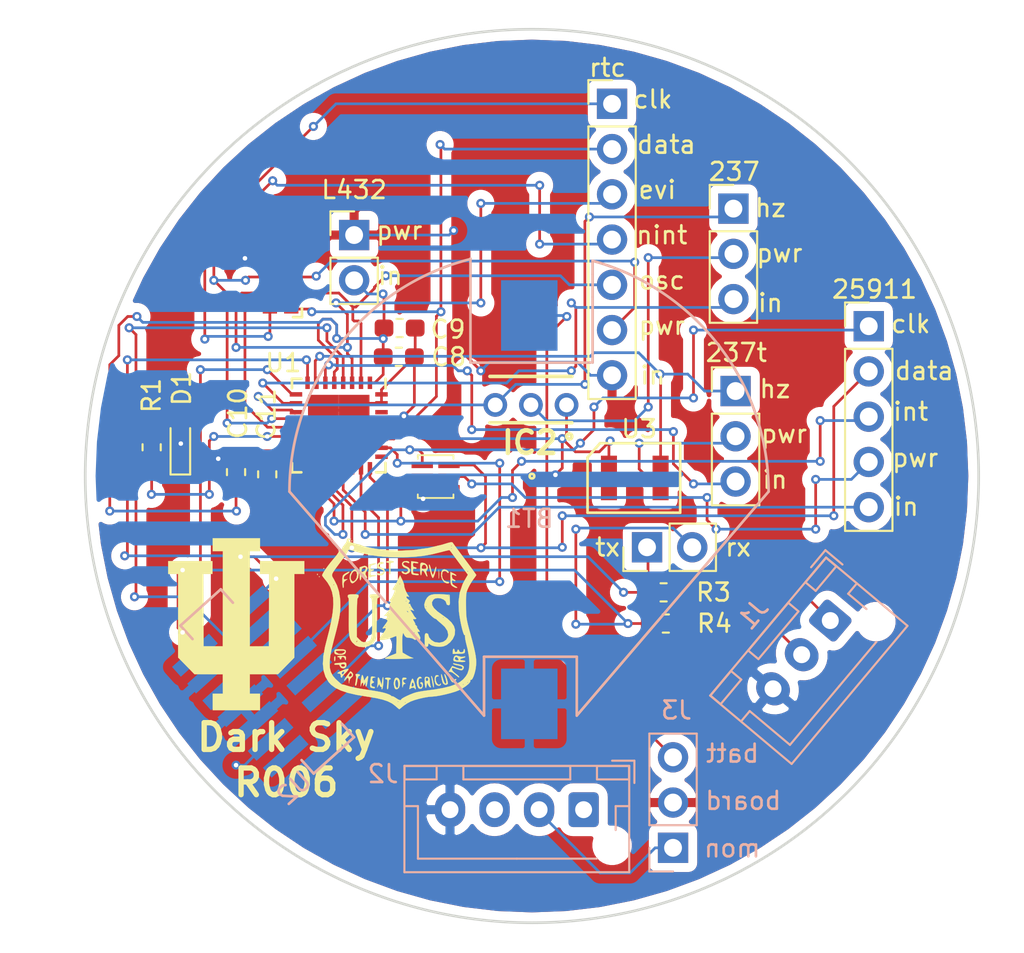
<source format=kicad_pcb>
(kicad_pcb (version 20171130) (host pcbnew "(5.1.2)-2")

  (general
    (thickness 1.6)
    (drawings 35)
    (tracks 506)
    (zones 0)
    (modules 26)
    (nets 33)
  )

  (page USLetter)
  (title_block
    (title "Light Sensor")
    (date 2019-02-01)
    (rev R006)
    (company "Indiana University")
    (comment 1 "Bryce Himebaugh")
  )

  (layers
    (0 F.Cu signal)
    (31 B.Cu signal)
    (32 B.Adhes user)
    (33 F.Adhes user)
    (34 B.Paste user)
    (35 F.Paste user)
    (36 B.SilkS user)
    (37 F.SilkS user)
    (38 B.Mask user)
    (39 F.Mask user)
    (40 Dwgs.User user)
    (41 Cmts.User user)
    (42 Eco1.User user)
    (43 Eco2.User user)
    (44 Edge.Cuts user)
    (45 Margin user)
    (46 B.CrtYd user)
    (47 F.CrtYd user)
    (48 B.Fab user hide)
    (49 F.Fab user hide)
  )

  (setup
    (last_trace_width 0.1524)
    (user_trace_width 0.16)
    (trace_clearance 0.1524)
    (zone_clearance 0.508)
    (zone_45_only no)
    (trace_min 0.1524)
    (via_size 0.508)
    (via_drill 0.254)
    (via_min_size 0.508)
    (via_min_drill 0.254)
    (user_via 0.52 0.254)
    (uvia_size 0.3)
    (uvia_drill 0.1)
    (uvias_allowed no)
    (uvia_min_size 0.2)
    (uvia_min_drill 0.1)
    (edge_width 0.15)
    (segment_width 0.2)
    (pcb_text_width 0.3)
    (pcb_text_size 1.5 1.5)
    (mod_edge_width 0.15)
    (mod_text_size 1 1)
    (mod_text_width 0.15)
    (pad_size 0.53 0.2)
    (pad_drill 0)
    (pad_to_mask_clearance 0.051)
    (solder_mask_min_width 0.25)
    (aux_axis_origin 0 0)
    (visible_elements 7FFFEFFF)
    (pcbplotparams
      (layerselection 0x010fc_ffffffff)
      (usegerberextensions false)
      (usegerberattributes false)
      (usegerberadvancedattributes false)
      (creategerberjobfile false)
      (excludeedgelayer true)
      (linewidth 0.100000)
      (plotframeref false)
      (viasonmask false)
      (mode 1)
      (useauxorigin false)
      (hpglpennumber 1)
      (hpglpenspeed 20)
      (hpglpendiameter 15.000000)
      (psnegative false)
      (psa4output false)
      (plotreference true)
      (plotvalue true)
      (plotinvisibletext false)
      (padsonsilk false)
      (subtractmaskfromsilk false)
      (outputformat 1)
      (mirror false)
      (drillshape 0)
      (scaleselection 1)
      (outputdirectory "mfg/"))
  )

  (net 0 "")
  (net 1 VDD)
  (net 2 GND)
  (net 3 "Net-(D1-Pad2)")
  (net 4 /SWDCLK)
  (net 5 /SWDIO)
  (net 6 /RX)
  (net 7 /TX)
  (net 8 "Net-(R1-Pad1)")
  (net 9 /SWO)
  (net 10 /rtc_data)
  (net 11 /sensor_data)
  (net 12 /sensor_clock)
  (net 13 /rtc_clock)
  (net 14 /NRST)
  (net 15 /oscillator)
  (net 16 /sensor_int)
  (net 17 /rtc_nINT)
  (net 18 /rtc_EVI)
  (net 19 /sensor_power)
  (net 20 "Net-(J1-Pad1)")
  (net 21 "Net-(J1-Pad2)")
  (net 22 /tsl237_freq)
  (net 23 /tsl237_pwr)
  (net 24 /sm_237t_freq)
  (net 25 /sm_237t_pwr)
  (net 26 "Net-(BT1-Pad1)")
  (net 27 /sensor_vdd)
  (net 28 /tsl237_vdd)
  (net 29 "Net-(J2-Pad2)")
  (net 30 /sm_237t_vdd)
  (net 31 /rtc_vdd)
  (net 32 /l432_pwr)

  (net_class Default "This is the default net class."
    (clearance 0.1524)
    (trace_width 0.1524)
    (via_dia 0.508)
    (via_drill 0.254)
    (uvia_dia 0.3)
    (uvia_drill 0.1)
    (add_net /NRST)
    (add_net /RX)
    (add_net /SWDCLK)
    (add_net /SWDIO)
    (add_net /SWO)
    (add_net /TX)
    (add_net /l432_pwr)
    (add_net /oscillator)
    (add_net /rtc_EVI)
    (add_net /rtc_clock)
    (add_net /rtc_data)
    (add_net /rtc_nINT)
    (add_net /rtc_vdd)
    (add_net /sensor_clock)
    (add_net /sensor_data)
    (add_net /sensor_int)
    (add_net /sensor_power)
    (add_net /sensor_vdd)
    (add_net /sm_237t_freq)
    (add_net /sm_237t_pwr)
    (add_net /sm_237t_vdd)
    (add_net /tsl237_freq)
    (add_net /tsl237_pwr)
    (add_net /tsl237_vdd)
    (add_net GND)
    (add_net "Net-(BT1-Pad1)")
    (add_net "Net-(D1-Pad2)")
    (add_net "Net-(J1-Pad1)")
    (add_net "Net-(J1-Pad2)")
    (add_net "Net-(J2-Pad2)")
    (add_net "Net-(R1-Pad1)")
    (add_net VDD)
  )

  (module logo:iu_trident (layer F.Cu) (tedit 0) (tstamp 5D4B4598)
    (at 96.774 113.538)
    (fp_text reference G*** (at 0 0) (layer F.SilkS) hide
      (effects (font (size 1.524 1.524) (thickness 0.3)))
    )
    (fp_text value LOGO (at 0.75 0) (layer F.SilkS) hide
      (effects (font (size 1.524 1.524) (thickness 0.3)))
    )
    (fp_poly (pts (xy 1.3208 -4.1021) (xy 0.7493 -4.1021) (xy 0.7493 1.244875) (xy 1.285875 1.241562)
      (xy 1.82245 1.23825) (xy 1.825663 -0.790576) (xy 1.828877 -2.819401) (xy 1.574838 -2.819401)
      (xy 1.3208 -2.8194) (xy 1.3208 -3.5433) (xy 3.81 -3.5433) (xy 3.81 -2.8194)
      (xy 3.2512 -2.8194) (xy 3.250184 1.87325) (xy 2.790317 2.340372) (xy 2.33045 2.807495)
      (xy 1.539875 2.807097) (xy 0.7493 2.8067) (xy 0.7493 3.8989) (xy 1.3208 3.8989)
      (xy 1.3208 4.826) (xy -1.3335 4.826) (xy -1.3335 3.8989) (xy -0.761728 3.8989)
      (xy -0.76835 2.81305) (xy -1.564042 2.80978) (xy -2.359733 2.80651) (xy -2.789592 2.366355)
      (xy -2.876198 2.277748) (xy -2.958143 2.194054) (xy -3.033568 2.117159) (xy -3.100614 2.048953)
      (xy -3.157422 1.991324) (xy -3.202134 1.94616) (xy -3.232892 1.915349) (xy -3.247836 1.90078)
      (xy -3.248025 1.900609) (xy -3.276601 1.875019) (xy -3.276601 -0.472191) (xy -3.2766 -2.8194)
      (xy -3.8354 -2.8194) (xy -3.8354 -3.5433) (xy -1.3462 -3.5433) (xy -1.3462 -2.8194)
      (xy -1.854278 -2.8194) (xy -1.84785 1.23825) (xy -0.76835 1.23825) (xy -0.765146 -1.431925)
      (xy -0.761941 -4.1021) (xy -1.3335 -4.1021) (xy -1.3335 -4.826) (xy 1.3208 -4.826)
      (xy 1.3208 -4.1021)) (layer F.SilkS) (width 0.01))
  )

  (module logo:hnf_logo (layer F.Cu) (tedit 0) (tstamp 5D4B44FB)
    (at 105.918 113.538)
    (fp_text reference G*** (at 0 0) (layer F.SilkS) hide
      (effects (font (size 1.524 1.524) (thickness 0.3)))
    )
    (fp_text value LOGO (at 0.75 0) (layer F.SilkS) hide
      (effects (font (size 1.524 1.524) (thickness 0.3)))
    )
    (fp_poly (pts (xy 0.525374 -3.513878) (xy 0.5588 -3.454208) (xy 0.529031 -3.425791) (xy 0.46088 -3.452431)
      (xy 0.346417 -3.482236) (xy 0.28308 -3.474183) (xy 0.209316 -3.415425) (xy 0.22542 -3.342999)
      (xy 0.324201 -3.273277) (xy 0.381022 -3.251193) (xy 0.523505 -3.17098) (xy 0.596179 -3.061304)
      (xy 0.589951 -2.945983) (xy 0.526858 -2.86922) (xy 0.37537 -2.800666) (xy 0.226851 -2.832428)
      (xy 0.179813 -2.862446) (xy 0.122245 -2.929736) (xy 0.141582 -2.965115) (xy 0.210149 -2.959143)
      (xy 0.238177 -2.928252) (xy 0.305132 -2.882864) (xy 0.397471 -2.901541) (xy 0.484274 -2.97142)
      (xy 0.491619 -3.059954) (xy 0.422201 -3.129174) (xy 0.380416 -3.141784) (xy 0.245187 -3.199453)
      (xy 0.164584 -3.295121) (xy 0.145493 -3.402005) (xy 0.1948 -3.493324) (xy 0.279286 -3.535111)
      (xy 0.422238 -3.547473) (xy 0.525374 -3.513878)) (layer F.SilkS) (width 0.01))
    (fp_poly (pts (xy -0.37887 -3.544576) (xy -0.309458 -3.516085) (xy -0.3048 -3.5052) (xy -0.347531 -3.4645)
      (xy -0.410735 -3.4544) (xy -0.467354 -3.446335) (xy -0.497147 -3.407031) (xy -0.506213 -3.313822)
      (xy -0.500652 -3.144045) (xy -0.499635 -3.124094) (xy -0.497464 -2.940786) (xy -0.511477 -2.825211)
      (xy -0.5334 -2.793787) (xy -0.559151 -2.841138) (xy -0.570228 -2.971011) (xy -0.567166 -3.124094)
      (xy -0.560478 -3.301796) (xy -0.567793 -3.400917) (xy -0.595435 -3.444185) (xy -0.649727 -3.454329)
      (xy -0.659064 -3.4544) (xy -0.731995 -3.473294) (xy -0.7366 -3.5052) (xy -0.669994 -3.537672)
      (xy -0.543652 -3.555072) (xy -0.505002 -3.556) (xy -0.37887 -3.544576)) (layer F.SilkS) (width 0.01))
    (fp_poly (pts (xy 0.8636 -3.513907) (xy 0.99088 -3.490783) (xy 1.06164 -3.456594) (xy 1.0668 -3.445028)
      (xy 1.023758 -3.419073) (xy 0.914955 -3.428879) (xy 0.9144 -3.429) (xy 0.808101 -3.443295)
      (xy 0.767706 -3.407236) (xy 0.762 -3.331437) (xy 0.784267 -3.229843) (xy 0.862282 -3.200404)
      (xy 0.8636 -3.2004) (xy 0.946106 -3.176678) (xy 0.9652 -3.143676) (xy 0.924994 -3.108749)
      (xy 0.8636 -3.11352) (xy 0.790878 -3.115468) (xy 0.764238 -3.052025) (xy 0.762 -2.992445)
      (xy 0.775549 -2.887041) (xy 0.837762 -2.848803) (xy 0.911401 -2.8448) (xy 1.028719 -2.829141)
      (xy 1.0922 -2.794) (xy 1.075583 -2.759142) (xy 0.975169 -2.752057) (xy 0.805078 -2.773408)
      (xy 0.7747 -2.779052) (xy 0.715348 -2.798496) (xy 0.681069 -2.843656) (xy 0.665066 -2.937619)
      (xy 0.660537 -3.103472) (xy 0.6604 -3.167176) (xy 0.6604 -3.533285) (xy 0.8636 -3.513907)) (layer F.SilkS) (width 0.01))
    (fp_poly (pts (xy -0.982635 -3.495258) (xy -0.889927 -3.463382) (xy -0.885221 -3.418873) (xy -0.961727 -3.385671)
      (xy -1.015067 -3.380883) (xy -1.127862 -3.350818) (xy -1.161116 -3.286377) (xy -1.114783 -3.216459)
      (xy -1.015396 -3.174868) (xy -0.872128 -3.113455) (xy -0.82086 -3.009769) (xy -0.855833 -2.866961)
      (xy -0.939497 -2.767684) (xy -1.057245 -2.7432) (xy -1.173993 -2.754001) (xy -1.236134 -2.777067)
      (xy -1.271941 -2.841817) (xy -1.226689 -2.864687) (xy -1.144719 -2.845454) (xy -1.024164 -2.826437)
      (xy -0.941519 -2.87574) (xy -0.87919 -2.94629) (xy -0.8636 -2.974125) (xy -0.904519 -3.011963)
      (xy -1.000019 -3.065015) (xy -1.109219 -3.113721) (xy -1.191237 -3.138522) (xy -1.205968 -3.13793)
      (xy -1.242437 -3.168968) (xy -1.260004 -3.232169) (xy -1.234048 -3.363102) (xy -1.137797 -3.461223)
      (xy -1.002506 -3.496886) (xy -0.982635 -3.495258)) (layer F.SilkS) (width 0.01))
    (fp_poly (pts (xy 1.440879 -3.414714) (xy 1.552328 -3.315439) (xy 1.601205 -3.186252) (xy 1.598257 -3.139514)
      (xy 1.562565 -3.042156) (xy 1.528192 -3.007065) (xy 1.508067 -2.951789) (xy 1.533563 -2.839204)
      (xy 1.568701 -2.710788) (xy 1.560395 -2.668659) (xy 1.517718 -2.71213) (xy 1.449743 -2.840513)
      (xy 1.447382 -2.845727) (xy 1.369652 -2.979453) (xy 1.303103 -3.026454) (xy 1.258957 -2.984887)
      (xy 1.247428 -2.878554) (xy 1.236291 -2.779175) (xy 1.209328 -2.7432) (xy 1.189155 -2.789702)
      (xy 1.174537 -2.912076) (xy 1.168432 -3.084631) (xy 1.1684 -3.0988) (xy 1.168779 -3.136553)
      (xy 1.252889 -3.136553) (xy 1.304755 -3.102729) (xy 1.382177 -3.0988) (xy 1.48693 -3.111308)
      (xy 1.518315 -3.164193) (xy 1.514833 -3.2131) (xy 1.465609 -3.314752) (xy 1.381046 -3.348389)
      (xy 1.298325 -3.31178) (xy 1.25808 -3.22849) (xy 1.252889 -3.136553) (xy 1.168779 -3.136553)
      (xy 1.170267 -3.284582) (xy 1.181141 -3.390909) (xy 1.208928 -3.439919) (xy 1.261535 -3.453753)
      (xy 1.2954 -3.4544) (xy 1.440879 -3.414714)) (layer F.SilkS) (width 0.01))
    (fp_poly (pts (xy 1.710093 -3.307217) (xy 1.74941 -3.188639) (xy 1.781862 -3.048969) (xy 1.818646 -2.894081)
      (xy 1.854931 -2.793229) (xy 1.87977 -2.768706) (xy 1.913795 -2.827838) (xy 1.95773 -2.951993)
      (xy 1.9811 -3.034437) (xy 2.020545 -3.160532) (xy 2.053325 -3.221902) (xy 2.066278 -3.21761)
      (xy 2.066166 -3.1376) (xy 2.040177 -3.00516) (xy 1.997977 -2.852468) (xy 1.949235 -2.711699)
      (xy 1.903619 -2.615032) (xy 1.877953 -2.5908) (xy 1.839052 -2.635169) (xy 1.793964 -2.746998)
      (xy 1.776706 -2.8067) (xy 1.729719 -2.987236) (xy 1.684859 -3.158724) (xy 1.677242 -3.1877)
      (xy 1.659134 -3.299899) (xy 1.673909 -3.3521) (xy 1.677938 -3.3528) (xy 1.710093 -3.307217)) (layer F.SilkS) (width 0.01))
    (fp_poly (pts (xy -1.32731 -3.412687) (xy -1.3208 -3.404549) (xy -1.364643 -3.368442) (xy -1.470387 -3.33559)
      (xy -1.4732 -3.33502) (xy -1.585472 -3.293061) (xy -1.624197 -3.211991) (xy -1.6256 -3.181026)
      (xy -1.609003 -3.091889) (xy -1.544106 -3.079444) (xy -1.524 -3.084081) (xy -1.442612 -3.082917)
      (xy -1.4224 -3.053925) (xy -1.46489 -3.007861) (xy -1.524 -2.9972) (xy -1.602391 -2.968918)
      (xy -1.62558 -2.869239) (xy -1.6256 -2.864435) (xy -1.613723 -2.77293) (xy -1.557175 -2.746212)
      (xy -1.4732 -2.754037) (xy -1.366957 -2.75767) (xy -1.320857 -2.735545) (xy -1.3208 -2.734402)
      (xy -1.362071 -2.697103) (xy -1.397 -2.6924) (xy -1.512259 -2.685681) (xy -1.602503 -2.653379)
      (xy -1.6383 -2.634804) (xy -1.683723 -2.619407) (xy -1.710392 -2.645702) (xy -1.723205 -2.731813)
      (xy -1.727059 -2.895866) (xy -1.7272 -2.963834) (xy -1.7272 -3.340442) (xy -1.524 -3.39202)
      (xy -1.398871 -3.415444) (xy -1.32731 -3.412687)) (layer F.SilkS) (width 0.01))
    (fp_poly (pts (xy 2.217371 -3.046309) (xy 2.221661 -3.008558) (xy 2.229577 -2.816696) (xy 2.223667 -2.627666)
      (xy 2.221326 -2.602158) (xy 2.212543 -2.560698) (xy 2.205832 -2.609744) (xy 2.202188 -2.738208)
      (xy 2.201814 -2.8194) (xy 2.20398 -2.976368) (xy 2.209496 -3.055157) (xy 2.217371 -3.046309)) (layer F.SilkS) (width 0.01))
    (fp_poly (pts (xy -1.865664 -3.254348) (xy -1.831541 -3.224912) (xy -1.784133 -3.161978) (xy -1.789728 -3.092602)
      (xy -1.843041 -2.988782) (xy -1.899394 -2.875032) (xy -1.900518 -2.795867) (xy -1.854498 -2.711125)
      (xy -1.807873 -2.622776) (xy -1.82774 -2.591711) (xy -1.840983 -2.5908) (xy -1.910331 -2.632046)
      (xy -1.956454 -2.701814) (xy -2.028479 -2.813006) (xy -2.090457 -2.827819) (xy -2.128223 -2.748459)
      (xy -2.1336 -2.674232) (xy -2.146754 -2.546211) (xy -2.178965 -2.468185) (xy -2.1844 -2.4638)
      (xy -2.212168 -2.492878) (xy -2.229499 -2.614889) (xy -2.2352 -2.811433) (xy -2.2352 -2.939323)
      (xy -2.126562 -2.939323) (xy -2.085181 -2.920412) (xy -2.022636 -2.939633) (xy -1.924668 -3.015657)
      (xy -1.888234 -3.095696) (xy -1.893085 -3.178651) (xy -1.961333 -3.195066) (xy -1.989834 -3.191767)
      (xy -2.086877 -3.144804) (xy -2.124236 -3.035704) (xy -2.126562 -2.939323) (xy -2.2352 -2.939323)
      (xy -2.2352 -3.190461) (xy -2.072769 -3.247085) (xy -1.947178 -3.27788) (xy -1.865664 -3.254348)) (layer F.SilkS) (width 0.01))
    (fp_poly (pts (xy 2.64089 -3.044096) (xy 2.73096 -2.983182) (xy 2.770369 -2.914206) (xy 2.763188 -2.886845)
      (xy 2.717154 -2.871518) (xy 2.682845 -2.914477) (xy 2.600661 -2.984025) (xy 2.498806 -2.988572)
      (xy 2.42323 -2.927707) (xy 2.418435 -2.916846) (xy 2.389293 -2.740654) (xy 2.425664 -2.575681)
      (xy 2.514498 -2.449398) (xy 2.642742 -2.389277) (xy 2.66988 -2.3876) (xy 2.763962 -2.369844)
      (xy 2.794 -2.3368) (xy 2.756289 -2.291081) (xy 2.666207 -2.292285) (xy 2.55833 -2.334773)
      (xy 2.490492 -2.386308) (xy 2.3941 -2.531403) (xy 2.344741 -2.70654) (xy 2.344556 -2.879086)
      (xy 2.395687 -3.016402) (xy 2.445969 -3.064781) (xy 2.53446 -3.077709) (xy 2.64089 -3.044096)) (layer F.SilkS) (width 0.01))
    (fp_poly (pts (xy -2.329636 -3.010842) (xy -2.288555 -2.846823) (xy -2.286 -2.779933) (xy -2.311433 -2.609411)
      (xy -2.403157 -2.467265) (xy -2.434493 -2.434493) (xy -2.561037 -2.323557) (xy -2.648334 -2.293314)
      (xy -2.714736 -2.340761) (xy -2.741413 -2.384261) (xy -2.794217 -2.579666) (xy -2.793271 -2.587461)
      (xy -2.737037 -2.587461) (xy -2.703214 -2.477875) (xy -2.694517 -2.46635) (xy -2.618908 -2.398313)
      (xy -2.548156 -2.409718) (xy -2.463207 -2.489856) (xy -2.394647 -2.619245) (xy -2.372699 -2.776061)
      (xy -2.400479 -2.914372) (xy -2.431332 -2.959652) (xy -2.512775 -2.989256) (xy -2.596969 -2.942656)
      (xy -2.671012 -2.844034) (xy -2.722002 -2.717575) (xy -2.737037 -2.587461) (xy -2.793271 -2.587461)
      (xy -2.769064 -2.786925) (xy -2.671388 -2.96225) (xy -2.669426 -2.964383) (xy -2.529851 -3.074326)
      (xy -2.413328 -3.088244) (xy -2.329636 -3.010842)) (layer F.SilkS) (width 0.01))
    (fp_poly (pts (xy 3.032877 -2.855069) (xy 3.14274 -2.79203) (xy 3.198619 -2.739133) (xy 3.2004 -2.732004)
      (xy 3.163804 -2.718035) (xy 3.102139 -2.741413) (xy 2.998749 -2.787253) (xy 2.955147 -2.765641)
      (xy 2.9464 -2.670424) (xy 2.985452 -2.554183) (xy 3.048 -2.5146) (xy 3.13012 -2.468234)
      (xy 3.1496 -2.43319) (xy 3.113392 -2.413108) (xy 3.048 -2.4384) (xy 2.973251 -2.465364)
      (xy 2.948217 -2.418387) (xy 2.9464 -2.365292) (xy 2.984551 -2.246019) (xy 3.0988 -2.159)
      (xy 3.201628 -2.099475) (xy 3.250546 -2.058665) (xy 3.2512 -2.056096) (xy 3.213504 -2.033587)
      (xy 3.120319 -2.058157) (xy 3.001495 -2.121754) (xy 2.9972 -2.124614) (xy 2.930215 -2.179208)
      (xy 2.891691 -2.248925) (xy 2.87362 -2.361472) (xy 2.867995 -2.544553) (xy 2.867777 -2.572377)
      (xy 2.865355 -2.934954) (xy 3.032877 -2.855069)) (layer F.SilkS) (width 0.01))
    (fp_poly (pts (xy -2.804605 -2.923966) (xy -2.854346 -2.869789) (xy -2.95063 -2.8032) (xy -3.001614 -2.775417)
      (xy -3.093362 -2.689007) (xy -3.124314 -2.604685) (xy -3.115184 -2.524977) (xy -3.051813 -2.510318)
      (xy -3.001324 -2.518992) (xy -2.914015 -2.534381) (xy -2.918521 -2.51822) (xy -2.9718 -2.484049)
      (xy -3.08923 -2.389483) (xy -3.129465 -2.277341) (xy -3.124248 -2.174612) (xy -3.125614 -2.072558)
      (xy -3.1533 -2.032) (xy -3.176492 -2.078502) (xy -3.193309 -2.200896) (xy -3.20036 -2.373523)
      (xy -3.2004 -2.388347) (xy -3.198055 -2.576301) (xy -3.184109 -2.691352) (xy -3.148198 -2.762188)
      (xy -3.079959 -2.817498) (xy -3.0353 -2.845357) (xy -2.9159 -2.911042) (xy -2.831465 -2.944954)
      (xy -2.82194 -2.946211) (xy -2.804605 -2.923966)) (layer F.SilkS) (width 0.01))
    (fp_poly (pts (xy 2.54 -1.669494) (xy 2.8194 -1.649337) (xy 2.834635 -1.358069) (xy 2.839809 -1.19336)
      (xy 2.828359 -1.105904) (xy 2.792984 -1.071781) (xy 2.745735 -1.0668) (xy 2.658586 -1.101969)
      (xy 2.6416 -1.164713) (xy 2.596377 -1.288138) (xy 2.480168 -1.385977) (xy 2.322163 -1.449594)
      (xy 2.151554 -1.470353) (xy 1.997529 -1.43962) (xy 1.912873 -1.3803) (xy 1.829386 -1.23304)
      (xy 1.838518 -1.074822) (xy 1.941956 -0.902595) (xy 2.141389 -0.713305) (xy 2.375057 -0.544984)
      (xy 2.693487 -0.315016) (xy 2.920214 -0.101438) (xy 3.061574 0.106018) (xy 3.123906 0.31762)
      (xy 3.113546 0.543636) (xy 3.09548 0.6223) (xy 2.999561 0.830255) (xy 2.841717 1.02294)
      (xy 2.650542 1.172134) (xy 2.460976 1.248481) (xy 2.242109 1.267139) (xy 2.020116 1.249623)
      (xy 1.831175 1.201212) (xy 1.725138 1.141134) (xy 1.652699 1.081902) (xy 1.628143 1.097607)
      (xy 1.6256 1.160526) (xy 1.593693 1.250521) (xy 1.524 1.27) (xy 1.472053 1.261001)
      (xy 1.441573 1.219968) (xy 1.426947 1.125847) (xy 1.422559 0.957582) (xy 1.4224 0.889)
      (xy 1.424799 0.694199) (xy 1.435741 0.579902) (xy 1.46084 0.525052) (xy 1.505711 0.508597)
      (xy 1.524 0.508) (xy 1.609599 0.544442) (xy 1.6256 0.602749) (xy 1.670294 0.744341)
      (xy 1.785928 0.881589) (xy 1.94483 0.985694) (xy 2.020009 1.013219) (xy 2.253281 1.038472)
      (xy 2.461015 0.98957) (xy 2.623891 0.877993) (xy 2.722592 0.715221) (xy 2.7432 0.583464)
      (xy 2.695266 0.369082) (xy 2.550031 0.152628) (xy 2.350288 -0.034054) (xy 2.219547 -0.142858)
      (xy 2.125073 -0.228489) (xy 2.091266 -0.2667) (xy 2.032782 -0.302894) (xy 2.012735 -0.3048)
      (xy 1.948495 -0.338488) (xy 1.895208 -0.381) (xy 2.4384 -0.381) (xy 2.4638 -0.3556)
      (xy 2.4892 -0.381) (xy 2.4638 -0.4064) (xy 2.4384 -0.381) (xy 1.895208 -0.381)
      (xy 1.837379 -0.427135) (xy 1.702569 -0.552115) (xy 1.692452 -0.562134) (xy 1.512519 -0.764728)
      (xy 1.472594 -0.8382) (xy 1.4732 -0.8382) (xy 1.4986 -0.8128) (xy 1.524 -0.8382)
      (xy 1.4986 -0.8636) (xy 1.4732 -0.8382) (xy 1.472594 -0.8382) (xy 1.41656 -0.941315)
      (xy 1.411432 -0.9906) (xy 1.4732 -0.9906) (xy 1.4986 -0.9652) (xy 1.524 -0.9906)
      (xy 1.4986 -1.016) (xy 1.4732 -0.9906) (xy 1.411432 -0.9906) (xy 1.398667 -1.113255)
      (xy 1.452929 -1.301909) (xy 1.47471 -1.34932) (xy 1.558273 -1.491593) (xy 1.660175 -1.591371)
      (xy 1.679582 -1.6002) (xy 2.7432 -1.6002) (xy 2.7686 -1.5748) (xy 2.794 -1.6002)
      (xy 2.7686 -1.6256) (xy 2.7432 -1.6002) (xy 1.679582 -1.6002) (xy 1.797149 -1.653685)
      (xy 1.985923 -1.683561) (xy 2.24323 -1.686028) (xy 2.54 -1.669494)) (layer F.SilkS) (width 0.01))
    (fp_poly (pts (xy -1.235536 -1.671991) (xy -1.151422 -1.652924) (xy -1.12058 -1.610445) (xy -1.1176 -1.5748)
      (xy -1.149364 -1.492058) (xy -1.1938 -1.4732) (xy -1.219128 -1.461161) (xy -1.238274 -1.417097)
      (xy -1.25206 -1.329091) (xy -1.26131 -1.185226) (xy -1.266846 -0.973584) (xy -1.26949 -0.682249)
      (xy -1.270079 -0.3683) (xy -1.271085 0.005588) (xy -1.274712 0.292388) (xy -1.281969 0.506599)
      (xy -1.293862 0.662718) (xy -1.311398 0.775245) (xy -1.335585 0.858679) (xy -1.358979 0.911442)
      (xy -1.510652 1.103606) (xy -1.727817 1.231831) (xy -1.991413 1.288511) (xy -2.25939 1.270764)
      (xy -2.457388 1.192644) (xy -2.624653 1.042578) (xy -2.647643 1.012692) (xy -2.425945 1.012692)
      (xy -2.418997 1.016) (xy -2.372637 0.980237) (xy -2.3622 0.9652) (xy -2.349256 0.917707)
      (xy -2.356204 0.9144) (xy -2.402564 0.950162) (xy -2.413 0.9652) (xy -2.425945 1.012692)
      (xy -2.647643 1.012692) (xy -2.696662 0.948973) (xy -2.751887 0.846318) (xy -2.792139 0.720725)
      (xy -2.819234 0.558302) (xy -2.834985 0.345162) (xy -2.841204 0.067413) (xy -2.839707 -0.288834)
      (xy -2.83541 -0.571563) (xy -2.832295 -0.861473) (xy -2.833476 -1.112675) (xy -2.838559 -1.309037)
      (xy -2.847148 -1.434426) (xy -2.8575 -1.473263) (xy -2.888483 -1.515858) (xy -2.8956 -1.5748)
      (xy -2.884479 -1.631546) (xy -2.835625 -1.662209) (xy -2.725802 -1.674533) (xy -2.5908 -1.6764)
      (xy -2.420564 -1.672693) (xy -2.328576 -1.656409) (xy -2.291604 -1.619801) (xy -2.286 -1.5748)
      (xy -2.307274 -1.492252) (xy -2.3368 -1.4732) (xy -2.354954 -1.423317) (xy -2.369352 -1.277215)
      (xy -2.379749 -1.040214) (xy -2.385898 -0.717634) (xy -2.3876 -0.377093) (xy -2.3876 0.719015)
      (xy -2.232844 0.873772) (xy -2.118482 0.972723) (xy -2.016659 1.007831) (xy -1.889944 0.998409)
      (xy -1.778267 0.97656) (xy -1.691956 0.943101) (xy -1.627749 0.885916) (xy -1.582385 0.792889)
      (xy -1.552604 0.651904) (xy -1.535145 0.450844) (xy -1.526746 0.177595) (xy -1.524147 -0.179961)
      (xy -1.524 -0.361228) (xy -1.524824 -0.72977) (xy -1.527836 -1.008602) (xy -1.533851 -1.209609)
      (xy -1.543684 -1.344671) (xy -1.558149 -1.425671) (xy -1.57806 -1.464491) (xy -1.6002 -1.4732)
      (xy -1.662257 -1.515552) (xy -1.6764 -1.5748) (xy -1.664273 -1.633515) (xy -1.61184 -1.664102)
      (xy -1.495022 -1.675317) (xy -1.397 -1.6764) (xy -1.235536 -1.671991)) (layer F.SilkS) (width 0.01))
    (fp_poly (pts (xy 3.089274 1.414147) (xy 3.0988 1.4732) (xy 3.130563 1.555942) (xy 3.175 1.5748)
      (xy 3.242349 1.534136) (xy 3.2512 1.4986) (xy 3.27863 1.430996) (xy 3.302 1.4224)
      (xy 3.347068 1.463545) (xy 3.3528 1.4986) (xy 3.39696 1.559885) (xy 3.4798 1.5748)
      (xy 3.578871 1.551481) (xy 3.6068 1.470201) (xy 3.623324 1.397748) (xy 3.649268 1.391851)
      (xy 3.679419 1.457371) (xy 3.683212 1.534549) (xy 3.67054 1.596987) (xy 3.628593 1.632986)
      (xy 3.534253 1.650883) (xy 3.364401 1.659016) (xy 3.335943 1.659781) (xy 2.9972 1.668563)
      (xy 2.9972 1.520081) (xy 3.012271 1.414782) (xy 3.048 1.3716) (xy 3.089274 1.414147)) (layer F.SilkS) (width 0.01))
    (fp_poly (pts (xy -3.292053 1.409138) (xy -3.1115 1.417224) (xy -3.021004 1.458396) (xy -2.996884 1.548443)
      (xy -3.046366 1.653632) (xy -3.058161 1.66624) (xy -3.151266 1.705076) (xy -3.304363 1.720245)
      (xy -3.478192 1.709805) (xy -3.57166 1.691612) (xy -3.640555 1.636994) (xy -3.64786 1.532405)
      (xy -3.644887 1.510946) (xy -3.577589 1.510946) (xy -3.577042 1.542787) (xy -3.536474 1.5875)
      (xy -3.392545 1.665908) (xy -3.226682 1.65785) (xy -3.12129 1.604353) (xy -3.053904 1.536504)
      (xy -3.077162 1.49526) (xy -3.1941 1.479059) (xy -3.356686 1.48305) (xy -3.509641 1.494231)
      (xy -3.577589 1.510946) (xy -3.644887 1.510946) (xy -3.639228 1.470117) (xy -3.618148 1.430687)
      (xy -3.565804 1.410074) (xy -3.463378 1.404238) (xy -3.292053 1.409138)) (layer F.SilkS) (width 0.01))
    (fp_poly (pts (xy 0.157764 -2.503388) (xy 0.223785 -2.351863) (xy 0.26223 -2.229137) (xy 0.266645 -2.1844)
      (xy 0.281069 -2.080423) (xy 0.332545 -1.928408) (xy 0.4052 -1.767046) (xy 0.483164 -1.635027)
      (xy 0.501983 -1.610714) (xy 0.551216 -1.545721) (xy 0.530623 -1.538941) (xy 0.49759 -1.550678)
      (xy 0.411438 -1.560174) (xy 0.389496 -1.515491) (xy 0.433303 -1.442418) (xy 0.488466 -1.397828)
      (xy 0.574722 -1.323681) (xy 0.572932 -1.26497) (xy 0.56423 -1.255111) (xy 0.515889 -1.184161)
      (xy 0.514962 -1.136578) (xy 0.5588 -1.143001) (xy 0.605488 -1.136252) (xy 0.6096 -1.115741)
      (xy 0.637077 -1.038354) (xy 0.704628 -0.924125) (xy 0.718818 -0.903701) (xy 0.828037 -0.750318)
      (xy 0.708088 -0.788388) (xy 0.627214 -0.810055) (xy 0.62065 -0.786152) (xy 0.675844 -0.70533)
      (xy 0.763765 -0.571754) (xy 0.821729 -0.4699) (xy 0.881942 -0.383097) (xy 0.925552 -0.3556)
      (xy 0.948848 -0.324292) (xy 0.941171 -0.307019) (xy 0.875085 -0.279344) (xy 0.836573 -0.287054)
      (xy 0.773848 -0.296543) (xy 0.774702 -0.246705) (xy 0.839821 -0.12862) (xy 0.850023 -0.112513)
      (xy 0.901287 -0.024539) (xy 0.893961 -0.006521) (xy 0.860324 -0.0254) (xy 0.840749 -0.031323)
      (xy 0.889066 0.017318) (xy 0.912001 0.037847) (xy 0.985709 0.112941) (xy 1.000581 0.150994)
      (xy 0.995426 0.152147) (xy 0.98732 0.183548) (xy 1.025799 0.2413) (xy 1.122077 0.365766)
      (xy 1.144061 0.427536) (xy 1.094838 0.425783) (xy 1.027562 0.416738) (xy 1.030783 0.471098)
      (xy 1.104899 0.593227) (xy 1.110872 0.601757) (xy 1.176103 0.747338) (xy 1.165242 0.8382)
      (xy 1.133065 0.893156) (xy 1.12117 0.8763) (xy 1.08018 0.82731) (xy 0.999056 0.814359)
      (xy 0.929328 0.838651) (xy 0.9144 0.871473) (xy 0.885055 0.889633) (xy 0.821499 0.846073)
      (xy 0.708448 0.788823) (xy 0.557811 0.762234) (xy 0.543722 0.762) (xy 0.404569 0.745264)
      (xy 0.319944 0.679268) (xy 0.285391 0.6223) (xy 0.211938 0.4826) (xy 0.8128 0.4826)
      (xy 0.8382 0.508) (xy 0.8636 0.4826) (xy 0.8382 0.4572) (xy 0.8128 0.4826)
      (xy 0.211938 0.4826) (xy 0.17988 0.6096) (xy 0.166647 0.718937) (xy 0.16005 0.896167)
      (xy 0.161122 1.107737) (xy 0.162811 1.165018) (xy 0.1778 1.593436) (xy 0.414611 1.732396)
      (xy 0.572561 1.816454) (xy 0.713704 1.87726) (xy 0.770211 1.89396) (xy 0.788534 1.9065)
      (xy 0.722579 1.918577) (xy 0.589671 1.929688) (xy 0.407132 1.939329) (xy 0.192286 1.946997)
      (xy -0.037546 1.952187) (xy -0.265039 1.954397) (xy -0.472871 1.953122) (xy -0.643718 1.94786)
      (xy -0.758243 1.938394) (xy -0.802028 1.921681) (xy -0.773113 1.889319) (xy -0.662758 1.835259)
      (xy -0.529643 1.780173) (xy -0.1778 1.639356) (xy -0.163261 1.149878) (xy -0.159272 0.940963)
      (xy -0.160349 0.776492) (xy -0.166114 0.678348) (xy -0.171749 0.6604) (xy -0.228052 0.678625)
      (xy -0.34466 0.724855) (xy -0.414889 0.754325) (xy -0.61273 0.82094) (xy -0.827749 0.868528)
      (xy -0.875007 0.874939) (xy -1.019387 0.886707) (xy -1.087434 0.874659) (xy -1.10309 0.831326)
      (xy -1.100219 0.804684) (xy -1.060609 0.713475) (xy -0.974329 0.581478) (xy -0.898298 0.483877)
      (xy -0.79166 0.337579) (xy -0.760023 0.246582) (xy -0.803458 0.215509) (xy -0.894501 0.23774)
      (xy -0.941639 0.246143) (xy -0.929725 0.204176) (xy -0.875869 0.127) (xy -0.8128 0.127)
      (xy -0.7874 0.1524) (xy -0.762 0.127) (xy -0.7874 0.1016) (xy -0.8128 0.127)
      (xy -0.875869 0.127) (xy -0.860985 0.105672) (xy -0.743638 -0.05439) (xy -0.679961 -0.151955)
      (xy -0.661519 -0.204934) (xy -0.679879 -0.231239) (xy -0.6985 -0.239365) (xy -0.757481 -0.29207)
      (xy -0.762 -0.312032) (xy -0.73338 -0.341875) (xy -0.722086 -0.336928) (xy -0.688993 -0.356429)
      (xy -0.682172 -0.402528) (xy -0.711775 -0.469689) (xy -0.785586 -0.471228) (xy -0.855378 -0.462729)
      (xy -0.834984 -0.495508) (xy -0.810734 -0.51693) (xy -0.732838 -0.597923) (xy -0.720362 -0.612908)
      (xy -0.597145 -0.612908) (xy -0.590197 -0.6096) (xy -0.543837 -0.645363) (xy -0.5334 -0.6604)
      (xy -0.520456 -0.707893) (xy -0.527404 -0.7112) (xy -0.573764 -0.675438) (xy -0.5842 -0.6604)
      (xy -0.597145 -0.612908) (xy -0.720362 -0.612908) (xy -0.629447 -0.722102) (xy -0.609869 -0.747439)
      (xy 0.414588 -0.747439) (xy 0.426949 -0.71905) (xy 0.478099 -0.664513) (xy 0.507505 -0.675701)
      (xy 0.508 -0.682802) (xy 0.471917 -0.72577) (xy 0.44935 -0.741451) (xy 0.414588 -0.747439)
      (xy -0.609869 -0.747439) (xy -0.588804 -0.7747) (xy -0.507536 -0.89186) (xy -0.492716 -0.9398)
      (xy 0.5588 -0.9398) (xy 0.5842 -0.9144) (xy 0.6096 -0.9398) (xy 0.5842 -0.9652)
      (xy 0.5588 -0.9398) (xy -0.492716 -0.9398) (xy -0.489561 -0.950004) (xy -0.527371 -0.9652)
      (xy -0.597438 -0.984169) (xy -0.594595 -1.049482) (xy -0.526648 -1.162626) (xy -0.474574 -1.254201)
      (xy -0.485723 -1.2954) (xy 0.3556 -1.2954) (xy 0.381 -1.27) (xy 0.4064 -1.2954)
      (xy 0.381 -1.3208) (xy 0.3556 -1.2954) (xy -0.485723 -1.2954) (xy -0.488758 -1.306614)
      (xy -0.513948 -1.325551) (xy -0.548488 -1.363155) (xy -0.530823 -1.370823) (xy -0.479807 -1.41321)
      (xy -0.408477 -1.520576) (xy -0.365723 -1.601559) (xy -0.284356 -1.783977) (xy -0.256417 -1.889127)
      (xy -0.280085 -1.925004) (xy -0.2921 -1.924385) (xy -0.367137 -1.92791) (xy -0.367613 -1.981603)
      (xy -0.308013 -2.078289) (xy -0.224931 -2.211758) (xy -0.198614 -2.2606) (xy 0 -2.2606)
      (xy 0.0254 -2.2352) (xy 0.0508 -2.2606) (xy 0.0254 -2.286) (xy 0 -2.2606)
      (xy -0.198614 -2.2606) (xy -0.130117 -2.38772) (xy -0.082247 -2.486177) (xy 0.038212 -2.746176)
      (xy 0.157764 -2.503388)) (layer F.SilkS) (width 0.01))
    (fp_poly (pts (xy -3.102337 1.782006) (xy -3.026163 1.80254) (xy -2.999831 1.852372) (xy -2.9972 1.905)
      (xy -3.006229 2.010823) (xy -3.02998 2.019001) (xy -3.06272 1.9304) (xy -3.113536 1.854094)
      (xy -3.186704 1.830344) (xy -3.242377 1.864521) (xy -3.2512 1.905) (xy -3.278631 1.972603)
      (xy -3.302 1.9812) (xy -3.346583 1.93985) (xy -3.3528 1.902001) (xy -3.375863 1.848315)
      (xy -3.40009 1.85203) (xy -3.465334 1.84566) (xy -3.479288 1.829628) (xy -3.454756 1.797345)
      (xy -3.339855 1.780172) (xy -3.254199 1.778) (xy -3.102337 1.782006)) (layer F.SilkS) (width 0.01))
    (fp_poly (pts (xy -3.613613 1.799189) (xy -3.59392 1.856056) (xy -3.594767 1.95504) (xy -3.611899 2.046903)
      (xy -3.638123 2.0828) (xy -3.651708 2.038496) (xy -3.657594 1.931496) (xy -3.6576 1.927401)
      (xy -3.645512 1.828145) (xy -3.616158 1.797875) (xy -3.613613 1.799189)) (layer F.SilkS) (width 0.01))
    (fp_poly (pts (xy 3.321857 1.794014) (xy 3.479948 1.837913) (xy 3.5687 1.82496) (xy 3.668111 1.81047)
      (xy 3.7084 1.829157) (xy 3.664646 1.868406) (xy 3.559083 1.904314) (xy 3.556 1.905)
      (xy 3.44935 1.941862) (xy 3.403628 1.98432) (xy 3.4036 1.985236) (xy 3.44776 2.018075)
      (xy 3.554155 2.031996) (xy 3.556 2.032) (xy 3.663005 2.046714) (xy 3.708388 2.082167)
      (xy 3.7084 2.0828) (xy 3.661028 2.113655) (xy 3.528728 2.124293) (xy 3.32622 2.114308)
      (xy 3.17147 2.097535) (xy 3.06388 2.072498) (xy 3.030472 2.013855) (xy 3.034453 1.963748)
      (xy 3.116393 1.963748) (xy 3.187363 2.021254) (xy 3.255985 2.032) (xy 3.324797 2.018193)
      (xy 3.316251 1.958493) (xy 3.302 1.9304) (xy 3.226421 1.840826) (xy 3.153089 1.845771)
      (xy 3.1242 1.8796) (xy 3.116393 1.963748) (xy 3.034453 1.963748) (xy 3.037034 1.93128)
      (xy 3.090164 1.796256) (xy 3.189434 1.748651) (xy 3.321857 1.794014)) (layer F.SilkS) (width 0.01))
    (fp_poly (pts (xy -3.002093 2.169801) (xy -2.972865 2.231844) (xy -2.972827 2.360412) (xy -3.041847 2.452178)
      (xy -3.149616 2.488481) (xy -3.265824 2.450659) (xy -3.29184 2.42824) (xy -3.345783 2.343638)
      (xy -3.3528 2.310038) (xy -3.390863 2.278914) (xy -3.272221 2.278914) (xy -3.272216 2.345985)
      (xy -3.190341 2.384013) (xy -3.141134 2.3876) (xy -3.063522 2.353391) (xy -3.048 2.3114)
      (xy -3.088057 2.25462) (xy -3.174236 2.235099) (xy -3.255547 2.260221) (xy -3.272221 2.278914)
      (xy -3.390863 2.278914) (xy -3.396959 2.27393) (xy -3.5052 2.275163) (xy -3.617848 2.275333)
      (xy -3.6576 2.240965) (xy -3.613785 2.199746) (xy -3.5179 2.18384) (xy -3.368606 2.174807)
      (xy -3.199572 2.153727) (xy -3.192962 2.152648) (xy -3.065991 2.140812) (xy -3.002093 2.169801)) (layer F.SilkS) (width 0.01))
    (fp_poly (pts (xy 3.079738 2.201649) (xy 3.19352 2.229391) (xy 3.345333 2.259903) (xy 3.36369 2.263205)
      (xy 3.540825 2.315128) (xy 3.619871 2.391291) (xy 3.601626 2.492622) (xy 3.584354 2.518767)
      (xy 3.537104 2.573528) (xy 3.482931 2.590799) (xy 3.39072 2.571403) (xy 3.260896 2.5273)
      (xy 3.092661 2.469417) (xy 2.998586 2.446005) (xy 2.957118 2.457461) (xy 2.9467 2.504182)
      (xy 2.9464 2.533091) (xy 2.986335 2.617843) (xy 3.088825 2.722343) (xy 3.1496 2.7686)
      (xy 3.268011 2.858937) (xy 3.341252 2.930755) (xy 3.3528 2.953308) (xy 3.348972 2.985679)
      (xy 3.325374 2.984582) (xy 3.263836 2.939503) (xy 3.146185 2.839927) (xy 3.1242 2.821037)
      (xy 2.965344 2.70688) (xy 2.848293 2.670668) (xy 2.828676 2.673903) (xy 2.777096 2.681627)
      (xy 2.778261 2.646736) (xy 2.835079 2.550965) (xy 2.8525 2.524235) (xy 2.968647 2.347051)
      (xy 3.219342 2.445866) (xy 3.395015 2.501943) (xy 3.501205 2.506147) (xy 3.518752 2.495967)
      (xy 3.547185 2.423421) (xy 3.476955 2.364) (xy 3.31036 2.31944) (xy 3.278408 2.314326)
      (xy 3.133884 2.282761) (xy 3.035767 2.243099) (xy 3.017422 2.226822) (xy 3.024892 2.193685)
      (xy 3.079738 2.201649)) (layer F.SilkS) (width 0.01))
    (fp_poly (pts (xy -2.8536 2.514267) (xy -2.869042 2.56377) (xy -2.943754 2.657035) (xy -3.030275 2.743992)
      (xy -3.139403 2.854603) (xy -3.203956 2.937622) (xy -3.212004 2.968663) (xy -3.223552 2.994519)
      (xy -3.248169 2.9972) (xy -3.290241 2.96092) (xy -3.285055 2.924714) (xy -3.291227 2.849076)
      (xy -3.340179 2.782522) (xy -3.399663 2.762591) (xy -3.415888 2.77242) (xy -3.462976 2.766623)
      (xy -3.473727 2.753026) (xy -3.457026 2.729757) (xy -3.234491 2.729757) (xy -3.226657 2.792613)
      (xy -3.177492 2.812558) (xy -3.122874 2.758939) (xy -3.086467 2.677097) (xy -3.106796 2.648584)
      (xy -3.185641 2.661963) (xy -3.234491 2.729757) (xy -3.457026 2.729757) (xy -3.446158 2.714615)
      (xy -3.349903 2.660331) (xy -3.214187 2.601425) (xy -3.068237 2.549151) (xy -2.941278 2.51476)
      (xy -2.862536 2.509505) (xy -2.8536 2.514267)) (layer F.SilkS) (width 0.01))
    (fp_poly (pts (xy 2.720633 2.75468) (xy 2.812553 2.884147) (xy 2.942055 3.083548) (xy 2.978036 3.141015)
      (xy 3.024443 3.133071) (xy 3.100326 3.097982) (xy 3.178793 3.072604) (xy 3.194255 3.101999)
      (xy 3.151552 3.165312) (xy 3.069001 3.232987) (xy 3.011885 3.260995) (xy 2.962639 3.246328)
      (xy 2.904216 3.173877) (xy 2.81957 3.028533) (xy 2.801646 2.996035) (xy 2.706803 2.815824)
      (xy 2.664115 2.717524) (xy 2.669939 2.698141) (xy 2.720633 2.75468)) (layer F.SilkS) (width 0.01))
    (fp_poly (pts (xy -2.715256 2.657901) (xy -2.668228 2.691381) (xy -2.59851 2.801006) (xy -2.611977 2.917922)
      (xy -2.689187 2.99548) (xy -2.768974 3.086151) (xy -2.808057 3.213167) (xy -2.821639 3.314856)
      (xy -2.828976 3.32423) (xy -2.834515 3.237332) (xy -2.836671 3.1877) (xy -2.857692 3.046758)
      (xy -2.905157 3.003767) (xy -2.979997 3.05833) (xy -3.01972 3.110103) (xy -3.075656 3.170775)
      (xy -3.0988 3.157924) (xy -3.069585 3.08322) (xy -2.994786 2.962862) (xy -2.954948 2.9083)
      (xy -2.844023 2.9083) (xy -2.808266 2.943402) (xy -2.732516 2.937701) (xy -2.667548 2.896033)
      (xy -2.664265 2.891173) (xy -2.664734 2.812526) (xy -2.688782 2.777298) (xy -2.750997 2.749253)
      (xy -2.795338 2.794424) (xy -2.837395 2.879671) (xy -2.844023 2.9083) (xy -2.954948 2.9083)
      (xy -2.934227 2.879921) (xy -2.839757 2.756932) (xy -2.774702 2.670799) (xy -2.757654 2.64706)
      (xy -2.715256 2.657901)) (layer F.SilkS) (width 0.01))
    (fp_poly (pts (xy 2.575194 2.837959) (xy 2.624854 2.947132) (xy 2.673721 3.087458) (xy 2.710588 3.224878)
      (xy 2.724246 3.325334) (xy 2.719129 3.350648) (xy 2.638811 3.399946) (xy 2.532424 3.387774)
      (xy 2.449406 3.32064) (xy 2.446086 3.3147) (xy 2.413552 3.22581) (xy 2.382462 3.099495)
      (xy 2.357971 2.966135) (xy 2.345234 2.856109) (xy 2.349406 2.799794) (xy 2.358863 2.8007)
      (xy 2.38996 2.865215) (xy 2.43134 2.993398) (xy 2.453566 3.076188) (xy 2.500944 3.221551)
      (xy 2.553268 3.319288) (xy 2.5781 3.340421) (xy 2.628567 3.321025) (xy 2.633073 3.221378)
      (xy 2.591877 3.051709) (xy 2.569156 2.9845) (xy 2.534372 2.865563) (xy 2.529797 2.799071)
      (xy 2.53595 2.794) (xy 2.575194 2.837959)) (layer F.SilkS) (width 0.01))
    (fp_poly (pts (xy 2.158268 2.862622) (xy 2.193233 2.884113) (xy 2.208223 2.924357) (xy 2.151743 2.928958)
      (xy 2.068856 2.961787) (xy 2.040197 3.042881) (xy 2.046851 3.174145) (xy 2.092747 3.290823)
      (xy 2.160706 3.373497) (xy 2.233545 3.402745) (xy 2.294084 3.35915) (xy 2.303156 3.3401)
      (xy 2.32552 3.322281) (xy 2.332789 3.3655) (xy 2.298698 3.434504) (xy 2.212922 3.45577)
      (xy 2.11283 3.430468) (xy 2.035792 3.359767) (xy 2.033787 3.356139) (xy 1.990771 3.22167)
      (xy 1.981545 3.069755) (xy 2.004055 2.937962) (xy 2.056245 2.863861) (xy 2.060814 2.86186)
      (xy 2.158268 2.862622)) (layer F.SilkS) (width 0.01))
    (fp_poly (pts (xy -2.261415 2.81187) (xy -2.2098 2.8448) (xy -2.220619 2.888855) (xy -2.253947 2.8956)
      (xy -2.306642 2.933155) (xy -2.34537 3.053477) (xy -2.364398 3.175) (xy -2.390857 3.327801)
      (xy -2.422545 3.429285) (xy -2.444254 3.4544) (xy -2.486773 3.42232) (xy -2.486988 3.4163)
      (xy -2.476724 3.347137) (xy -2.453377 3.216771) (xy -2.440619 3.1496) (xy -2.42132 2.965314)
      (xy -2.447823 2.859028) (xy -2.449052 2.8575) (xy -2.464718 2.810408) (xy -2.394746 2.794345)
      (xy -2.371419 2.794) (xy -2.261415 2.81187)) (layer F.SilkS) (width 0.01))
    (fp_poly (pts (xy -2.047758 2.888826) (xy -2.013785 2.996197) (xy -2.010846 3.0099) (xy -1.976992 3.175)
      (xy -1.89113 3.0353) (xy -1.810633 2.924395) (xy -1.763642 2.904794) (xy -1.75365 2.97716)
      (xy -1.75737 3.0099) (xy -1.793244 3.248665) (xy -1.822469 3.401016) (xy -1.848528 3.481634)
      (xy -1.874858 3.5052) (xy -1.898203 3.462161) (xy -1.895168 3.3655) (xy -1.874026 3.2258)
      (xy -2.0284 3.4798) (xy -2.0302 3.35534) (xy -2.048041 3.279897) (xy -2.087181 3.288639)
      (xy -2.131297 3.371374) (xy -2.148177 3.429) (xy -2.167523 3.498812) (xy -2.17564 3.469973)
      (xy -2.178508 3.42339) (xy -2.175827 3.28973) (xy -2.159137 3.132832) (xy -2.133815 2.985012)
      (xy -2.105237 2.878584) (xy -2.082246 2.8448) (xy -2.047758 2.888826)) (layer F.SilkS) (width 0.01))
    (fp_poly (pts (xy 1.809789 2.912375) (xy 1.841861 2.979119) (xy 1.876565 3.103724) (xy 1.908187 3.254954)
      (xy 1.931015 3.401569) (xy 1.939335 3.51233) (xy 1.927503 3.556) (xy 1.899942 3.510648)
      (xy 1.870534 3.395217) (xy 1.857074 3.3147) (xy 1.830511 3.147618) (xy 1.803467 3.009204)
      (xy 1.794195 2.9718) (xy 1.787907 2.908075) (xy 1.809789 2.912375)) (layer F.SilkS) (width 0.01))
    (fp_poly (pts (xy 1.5621 2.955725) (xy 1.65268 2.977423) (xy 1.693657 3.035262) (xy 1.705565 3.160554)
      (xy 1.705888 3.175) (xy 1.718197 3.329443) (xy 1.743353 3.451146) (xy 1.749423 3.4671)
      (xy 1.767824 3.542973) (xy 1.738433 3.553368) (xy 1.682821 3.507043) (xy 1.624283 3.4163)
      (xy 1.555858 3.2766) (xy 1.526525 3.4544) (xy 1.503177 3.561553) (xy 1.479732 3.57681)
      (xy 1.459796 3.539145) (xy 1.437648 3.434514) (xy 1.424235 3.275638) (xy 1.4224 3.19287)
      (xy 1.424422 3.0988) (xy 1.4732 3.0988) (xy 1.504963 3.181542) (xy 1.5494 3.2004)
      (xy 1.611456 3.158048) (xy 1.6256 3.0988) (xy 1.593836 3.016057) (xy 1.5494 2.9972)
      (xy 1.487343 3.039551) (xy 1.4732 3.0988) (xy 1.424422 3.0988) (xy 1.425617 3.04325)
      (xy 1.444894 2.970715) (xy 1.494664 2.950761) (xy 1.5621 2.955725)) (layer F.SilkS) (width 0.01))
    (fp_poly (pts (xy -1.4224 2.949027) (xy -1.337088 2.976989) (xy -1.346224 2.988202) (xy -1.4097 2.992136)
      (xy -1.503518 3.028171) (xy -1.524 3.0988) (xy -1.502727 3.181348) (xy -1.4732 3.2004)
      (xy -1.423877 3.239057) (xy -1.4224 3.2512) (xy -1.463546 3.296268) (xy -1.4986 3.302)
      (xy -1.560657 3.344351) (xy -1.5748 3.4036) (xy -1.538879 3.488502) (xy -1.4732 3.5052)
      (xy -1.390652 3.526473) (xy -1.3716 3.556) (xy -1.400133 3.599986) (xy -1.4097 3.599881)
      (xy -1.486495 3.585204) (xy -1.553382 3.572091) (xy -1.612592 3.550163) (xy -1.640719 3.497609)
      (xy -1.644687 3.388565) (xy -1.636547 3.261509) (xy -1.619087 3.098824) (xy -1.597375 2.980851)
      (xy -1.581765 2.94139) (xy -1.514119 2.931543) (xy -1.4224 2.949027)) (layer F.SilkS) (width 0.01))
    (fp_poly (pts (xy 1.246699 3.000597) (xy 1.237939 3.038741) (xy 1.186197 3.038697) (xy 1.11293 3.053841)
      (xy 1.078473 3.146021) (xy 1.075533 3.168438) (xy 1.074489 3.346356) (xy 1.109557 3.482786)
      (xy 1.172855 3.552105) (xy 1.194767 3.556) (xy 1.255744 3.51373) (xy 1.27 3.4544)
      (xy 1.248726 3.371851) (xy 1.2192 3.3528) (xy 1.169876 3.314142) (xy 1.1684 3.302)
      (xy 1.209545 3.256931) (xy 1.2446 3.2512) (xy 1.304651 3.291497) (xy 1.326925 3.386968)
      (xy 1.313849 3.499477) (xy 1.267849 3.59089) (xy 1.221067 3.62103) (xy 1.114177 3.613332)
      (xy 1.066209 3.580688) (xy 1.006197 3.450912) (xy 0.979291 3.277538) (xy 0.991012 3.114389)
      (xy 1.012271 3.054967) (xy 1.094924 2.965675) (xy 1.18766 2.95238) (xy 1.246699 3.000597)) (layer F.SilkS) (width 0.01))
    (fp_poly (pts (xy 0.738145 3.051749) (xy 0.775451 3.098679) (xy 0.820765 3.208139) (xy 0.865515 3.349407)
      (xy 0.901126 3.49176) (xy 0.919025 3.604475) (xy 0.910637 3.656829) (xy 0.90722 3.6576)
      (xy 0.864823 3.618735) (xy 0.8636 3.6068) (xy 0.824664 3.563775) (xy 0.736877 3.561224)
      (xy 0.64377 3.597334) (xy 0.61976 3.61696) (xy 0.569885 3.646086) (xy 0.560952 3.62966)
      (xy 0.577839 3.507712) (xy 0.597478 3.424845) (xy 0.680364 3.424845) (xy 0.685081 3.492763)
      (xy 0.731164 3.5052) (xy 0.799195 3.462988) (xy 0.8128 3.406598) (xy 0.789473 3.309349)
      (xy 0.762 3.2766) (xy 0.715085 3.278258) (xy 0.7112 3.294847) (xy 0.694323 3.383056)
      (xy 0.680364 3.424845) (xy 0.597478 3.424845) (xy 0.613407 3.357637) (xy 0.658058 3.210741)
      (xy 0.702194 3.09833) (xy 0.736213 3.051711) (xy 0.738145 3.051749)) (layer F.SilkS) (width 0.01))
    (fp_poly (pts (xy 0.374868 3.014589) (xy 0.4064 3.048) (xy 0.363852 3.089274) (xy 0.3048 3.0988)
      (xy 0.222119 3.130713) (xy 0.209939 3.203718) (xy 0.270436 3.283713) (xy 0.2921 3.29793)
      (xy 0.352226 3.338424) (xy 0.323659 3.350365) (xy 0.295318 3.351255) (xy 0.223256 3.396833)
      (xy 0.189148 3.5179) (xy 0.178338 3.554813) (xy 0.168447 3.501784) (xy 0.161349 3.370466)
      (xy 0.160529 3.3401) (xy 0.158126 3.1585) (xy 0.166963 3.055909) (xy 0.194854 3.009792)
      (xy 0.249609 2.997615) (xy 0.2794 2.9972) (xy 0.374868 3.014589)) (layer F.SilkS) (width 0.01))
    (fp_poly (pts (xy -0.053639 3.039829) (xy 0.008944 3.147945) (xy 0.034782 3.29189) (xy 0.023321 3.442005)
      (xy -0.025993 3.568632) (xy -0.113714 3.642114) (xy -0.140249 3.648505) (xy -0.226722 3.640063)
      (xy -0.272801 3.565282) (xy -0.286055 3.510026) (xy -0.309285 3.387526) (xy -0.311477 3.349512)
      (xy -0.239264 3.349512) (xy -0.214161 3.474668) (xy -0.207216 3.491274) (xy -0.147391 3.575629)
      (xy -0.09608 3.56979) (xy -0.063386 3.485151) (xy -0.059415 3.333104) (xy -0.060035 3.325321)
      (xy -0.085137 3.195711) (xy -0.126933 3.118224) (xy -0.137827 3.111818) (xy -0.195025 3.134881)
      (xy -0.230861 3.225181) (xy -0.239264 3.349512) (xy -0.311477 3.349512) (xy -0.313873 3.307982)
      (xy -0.299932 3.214494) (xy -0.286776 3.148378) (xy -0.239707 3.032239) (xy -0.153071 2.997201)
      (xy -0.152413 2.9972) (xy -0.053639 3.039829)) (layer F.SilkS) (width 0.01))
    (fp_poly (pts (xy -0.546081 3.012859) (xy -0.4826 3.048) (xy -0.494117 3.091489) (xy -0.530402 3.0988)
      (xy -0.577708 3.121333) (xy -0.602168 3.20255) (xy -0.609571 3.362874) (xy -0.6096 3.3782)
      (xy -0.618759 3.542194) (xy -0.643407 3.639872) (xy -0.664056 3.6576) (xy -0.693896 3.609647)
      (xy -0.69293 3.465491) (xy -0.683603 3.3782) (xy -0.667638 3.21652) (xy -0.674244 3.13179)
      (xy -0.707288 3.101093) (xy -0.730747 3.0988) (xy -0.802025 3.073087) (xy -0.8128 3.048)
      (xy -0.768726 3.012058) (xy -0.663399 2.9972) (xy -0.546081 3.012859)) (layer F.SilkS) (width 0.01))
    (fp_poly (pts (xy -0.896218 3.053211) (xy -0.895083 3.190033) (xy -0.905465 3.350568) (xy -0.924437 3.503121)
      (xy -0.949071 3.615994) (xy -0.975148 3.6576) (xy -1.004744 3.620265) (xy -0.996617 3.578761)
      (xy -0.992338 3.525955) (xy -1.012925 3.528699) (xy -1.061392 3.510576) (xy -1.094909 3.445865)
      (xy -1.122154 3.376183) (xy -1.149921 3.384537) (xy -1.19849 3.478074) (xy -1.200933 3.483227)
      (xy -1.240478 3.557543) (xy -1.248681 3.552291) (xy -1.245367 3.539145) (xy -1.230054 3.435187)
      (xy -1.220634 3.275864) (xy -1.2192 3.186085) (xy -1.210688 3.032861) (xy -1.184891 2.979207)
      (xy -1.141416 3.02522) (xy -1.079871 3.170999) (xy -1.060676 3.2258) (xy -0.991479 3.429)
      (xy -0.96564 3.175) (xy -0.946356 3.041636) (xy -0.924586 2.971937) (xy -0.911799 2.9718)
      (xy -0.896218 3.053211)) (layer F.SilkS) (width 0.01))
    (fp_poly (pts (xy -2.54 -4.699) (xy -2.5654 -4.6736) (xy -2.5908 -4.699) (xy -2.5654 -4.7244)
      (xy -2.54 -4.699)) (layer F.SilkS) (width 0.01))
    (fp_poly (pts (xy -2.658534 -4.707467) (xy -2.652454 -4.647179) (xy -2.658534 -4.639734) (xy -2.688734 -4.646707)
      (xy -2.6924 -4.6736) (xy -2.673814 -4.715415) (xy -2.658534 -4.707467)) (layer F.SilkS) (width 0.01))
    (fp_poly (pts (xy -4.2164 -3.1242) (xy -4.2418 -3.0988) (xy -4.2672 -3.1242) (xy -4.2418 -3.1496)
      (xy -4.2164 -3.1242)) (layer F.SilkS) (width 0.01))
    (fp_poly (pts (xy -4.588934 -2.827867) (xy -4.582854 -2.767579) (xy -4.588934 -2.760134) (xy -4.619134 -2.767107)
      (xy -4.6228 -2.794) (xy -4.604214 -2.835815) (xy -4.588934 -2.827867)) (layer F.SilkS) (width 0.01))
    (fp_poly (pts (xy -4.4704 -2.667) (xy -4.4958 -2.6416) (xy -4.5212 -2.667) (xy -4.4958 -2.6924)
      (xy -4.4704 -2.667)) (layer F.SilkS) (width 0.01))
    (fp_poly (pts (xy -2.819436 -4.807927) (xy -2.714347 -4.795758) (xy -2.709592 -4.77231) (xy -2.803981 -4.730224)
      (xy -2.8067 -4.729205) (xy -2.871552 -4.699249) (xy -2.865895 -4.670725) (xy -2.779434 -4.627245)
      (xy -2.72924 -4.605908) (xy -2.548446 -4.542088) (xy -2.364131 -4.494254) (xy -2.34824 -4.491242)
      (xy -2.210961 -4.459271) (xy -2.117009 -4.424519) (xy -2.1082 -4.418924) (xy -2.01255 -4.378178)
      (xy -1.83543 -4.33124) (xy -1.596487 -4.281856) (xy -1.315363 -4.233775) (xy -1.011704 -4.190744)
      (xy -0.762 -4.162092) (xy 0.016909 -4.125048) (xy 0.824127 -4.164593) (xy 1.373796 -4.2418)
      (xy 2.8956 -4.2418) (xy 2.921 -4.2164) (xy 2.9464 -4.2418) (xy 2.921 -4.2672)
      (xy 2.8956 -4.2418) (xy 1.373796 -4.2418) (xy 1.626529 -4.277299) (xy 2.116383 -4.3942)
      (xy 2.8956 -4.3942) (xy 2.921 -4.3688) (xy 2.9464 -4.3942) (xy 2.921 -4.4196)
      (xy 2.8956 -4.3942) (xy 2.116383 -4.3942) (xy 2.390989 -4.459733) (xy 2.533527 -4.503367)
      (xy 2.743813 -4.567282) (xy 2.877979 -4.598651) (xy 2.955223 -4.600109) (xy 2.994739 -4.574289)
      (xy 2.999153 -4.567258) (xy 3.040682 -4.506532) (xy 3.133601 -4.377838) (xy 3.268203 -4.194389)
      (xy 3.43478 -3.969395) (xy 3.623624 -3.716065) (xy 3.678726 -3.642446) (xy 3.869056 -3.387087)
      (xy 4.036822 -3.159534) (xy 4.17306 -2.972149) (xy 4.268805 -2.837296) (xy 4.315094 -2.767338)
      (xy 4.317999 -2.760756) (xy 4.28911 -2.707775) (xy 4.215597 -2.604744) (xy 4.164667 -2.538823)
      (xy 4.056743 -2.382197) (xy 3.941297 -2.184008) (xy 3.872864 -2.048912) (xy 3.817525 -1.924634)
      (xy 3.779477 -1.814678) (xy 3.755692 -1.696113) (xy 3.74314 -1.54601) (xy 3.738791 -1.341439)
      (xy 3.739615 -1.059468) (xy 3.739749 -1.0414) (xy 3.743081 -0.77433) (xy 3.751209 -0.561515)
      (xy 3.768184 -0.376399) (xy 3.798053 -0.192427) (xy 3.844865 0.016958) (xy 3.912669 0.278311)
      (xy 3.976881 0.514019) (xy 4.090657 0.934645) (xy 4.177602 1.273579) (xy 4.240487 1.546319)
      (xy 4.282082 1.768366) (xy 4.305157 1.955218) (xy 4.312481 2.122377) (xy 4.306826 2.285341)
      (xy 4.302832 2.337889) (xy 4.273851 2.544149) (xy 4.225741 2.747273) (xy 4.166256 2.926048)
      (xy 4.103151 3.05926) (xy 4.044181 3.125694) (xy 4.014983 3.125302) (xy 3.983932 3.131793)
      (xy 3.990936 3.164855) (xy 3.97147 3.245743) (xy 3.877217 3.35583) (xy 3.725262 3.480939)
      (xy 3.532694 3.606892) (xy 3.329806 3.713439) (xy 3.136095 3.78784) (xy 2.878875 3.865637)
      (xy 2.589535 3.939486) (xy 2.29947 4.002044) (xy 2.040069 4.045965) (xy 1.842726 4.063906)
      (xy 1.831378 4.064) (xy 1.631847 4.08072) (xy 1.374906 4.125141) (xy 1.098036 4.188655)
      (xy 0.838717 4.262653) (xy 0.634431 4.338527) (xy 0.632681 4.339316) (xy 0.44425 4.439872)
      (xy 0.261389 4.561359) (xy 0.194175 4.615236) (xy 0.084051 4.708409) (xy 0.009412 4.764999)
      (xy -0.006707 4.773116) (xy -0.051445 4.740755) (xy -0.147172 4.659489) (xy -0.23457 4.581687)
      (xy -0.414947 4.446816) (xy -0.519415 4.3942) (xy 0.3048 4.3942) (xy 0.3302 4.4196)
      (xy 0.3556 4.3942) (xy 0.3302 4.3688) (xy 0.3048 4.3942) (xy -0.519415 4.3942)
      (xy -0.620278 4.3434) (xy -0.1016 4.3434) (xy -0.0762 4.3688) (xy -0.0508 4.3434)
      (xy -0.0762 4.318) (xy -0.1016 4.3434) (xy -0.620278 4.3434) (xy -0.640124 4.333405)
      (xy -0.92355 4.237073) (xy -1.278672 4.153438) (xy -1.718939 4.078117) (xy -1.8288 4.062193)
      (xy -2.40586 3.966425) (xy -2.888863 3.854159) (xy -3.284384 3.722887) (xy -3.598999 3.570102)
      (xy -3.839282 3.393296) (xy -3.974355 3.243842) (xy -4.147194 2.949157) (xy -4.253336 2.613953)
      (xy -4.293223 2.22994) (xy -4.289429 2.165375) (xy -3.916287 2.165375) (xy -3.901903 2.456045)
      (xy -3.840375 2.698475) (xy -3.731218 2.903355) (xy -3.582653 3.073232) (xy -3.389042 3.251322)
      (xy -3.262665 3.357106) (xy -3.20448 3.389804) (xy -3.2004 3.384047) (xy -3.157233 3.386304)
      (xy -3.045714 3.416673) (xy -2.9337 3.453578) (xy -2.766032 3.501789) (xy -2.5347 3.554833)
      (xy -2.276814 3.604611) (xy -2.1336 3.628199) (xy -1.757807 3.686058) (xy -1.466695 3.732178)
      (xy -1.244418 3.769534) (xy -1.075129 3.8011) (xy -0.942979 3.82985) (xy -0.832123 3.85876)
      (xy -0.726714 3.890804) (xy -0.715693 3.894349) (xy -0.571676 3.948729) (xy -0.477836 3.999258)
      (xy -0.4572 4.023914) (xy -0.426732 4.049106) (xy -0.413982 4.043285) (xy -0.350062 4.054017)
      (xy -0.242186 4.113093) (xy -0.200913 4.141887) (xy -0.055137 4.232882) (xy 0.050578 4.266302)
      (xy 0.099925 4.237755) (xy 0.1016 4.223373) (xy 0.145334 4.17722) (xy 0.260441 4.107738)
      (xy 0.422775 4.026227) (xy 0.608194 3.943987) (xy 0.792551 3.872318) (xy 0.951704 3.82252)
      (xy 0.9652 3.819202) (xy 1.164413 3.778504) (xy 1.38454 3.742852) (xy 1.4478 3.734626)
      (xy 1.997876 3.661132) (xy 2.456463 3.580421) (xy 2.833622 3.488402) (xy 3.139414 3.380985)
      (xy 3.144779 3.3782) (xy 3.556 3.3782) (xy 3.5814 3.4036) (xy 3.6068 3.3782)
      (xy 3.5814 3.3528) (xy 3.556 3.3782) (xy 3.144779 3.3782) (xy 3.340511 3.2766)
      (xy 3.81 3.2766) (xy 3.8354 3.302) (xy 3.8608 3.2766) (xy 3.8354 3.2512)
      (xy 3.81 3.2766) (xy 3.340511 3.2766) (xy 3.383902 3.254077) (xy 3.577148 3.103589)
      (xy 3.729213 2.925427) (xy 3.82364 2.7686) (xy 3.904767 2.520393) (xy 3.932185 2.198945)
      (xy 3.906187 1.817074) (xy 3.827068 1.387597) (xy 3.788349 1.233864) (xy 3.73423 1.014163)
      (xy 3.697395 0.82827) (xy 3.681926 0.699439) (xy 3.686636 0.654515) (xy 3.69462 0.617254)
      (xy 3.6715 0.626409) (xy 3.633952 0.598109) (xy 3.586223 0.485908) (xy 3.53242 0.306495)
      (xy 3.476648 0.076558) (xy 3.423013 -0.187214) (xy 3.375621 -0.46813) (xy 3.343386 -0.707297)
      (xy 3.320629 -1.262243) (xy 3.388289 -1.772377) (xy 3.54678 -2.240017) (xy 3.651461 -2.443522)
      (xy 3.844239 -2.778844) (xy 3.70127 -2.9718) (xy 3.81 -2.9718) (xy 3.8354 -2.9464)
      (xy 3.8608 -2.9718) (xy 3.8354 -2.9972) (xy 3.81 -2.9718) (xy 3.70127 -2.9718)
      (xy 3.339895 -3.459522) (xy 3.171468 -3.686532) (xy 3.024919 -3.883476) (xy 2.910579 -4.036518)
      (xy 2.838779 -4.131819) (xy 2.819162 -4.15698) (xy 2.766437 -4.151703) (xy 2.637923 -4.123868)
      (xy 2.455617 -4.078509) (xy 2.328487 -4.044683) (xy 1.818068 -3.920453) (xy 1.327268 -3.83435)
      (xy 0.821375 -3.782066) (xy 0.265676 -3.759295) (xy 0.013395 -3.757492) (xy -0.596325 -3.770625)
      (xy -1.139734 -3.811876) (xy -1.649368 -3.885881) (xy -2.157767 -3.997279) (xy -2.656139 -4.137932)
      (xy -2.787476 -4.171527) (xy -2.862448 -4.177209) (xy -2.869555 -4.164556) (xy -2.887596 -4.108715)
      (xy -2.957519 -3.988353) (xy -3.069137 -3.819388) (xy -3.212264 -3.617735) (xy -3.26661 -3.544132)
      (xy -3.464711 -3.279192) (xy -3.609568 -3.082532) (xy -3.706873 -2.939674) (xy -3.762315 -2.836137)
      (xy -3.781586 -2.757443) (xy -3.770376 -2.689111) (xy -3.734375 -2.616662) (xy -3.679275 -2.525615)
      (xy -3.671825 -2.513051) (xy -3.503562 -2.182946) (xy -3.394209 -1.850982) (xy -3.332936 -1.479201)
      (xy -3.317129 -1.27) (xy -3.310342 -1.045294) (xy -3.316655 -0.826711) (xy -3.338816 -0.597911)
      (xy -3.379572 -0.342557) (xy -3.441668 -0.044306) (xy -3.527853 0.31318) (xy -3.640872 0.746241)
      (xy -3.681426 0.897055) (xy -3.805563 1.396568) (xy -3.884012 1.815779) (xy -3.916287 2.165375)
      (xy -4.289429 2.165375) (xy -4.267298 1.788825) (xy -4.176003 1.282317) (xy -4.095991 0.9652)
      (xy -3.931408 0.327717) (xy -3.811441 -0.22745) (xy -3.736127 -0.709287) (xy -3.705504 -1.126776)
      (xy -3.719609 -1.4889) (xy -3.778481 -1.804644) (xy -3.882157 -2.082991) (xy -3.95751 -2.2098)
      (xy -3.7084 -2.2098) (xy -3.683 -2.1844) (xy -3.6576 -2.2098) (xy -3.683 -2.2352)
      (xy -3.7084 -2.2098) (xy -3.95751 -2.2098) (xy -4.030674 -2.332925) (xy -4.110258 -2.436233)
      (xy -4.219653 -2.571681) (xy -4.303672 -2.681003) (xy -4.336172 -2.727918) (xy -4.322285 -2.792931)
      (xy -4.254735 -2.918148) (xy -4.145527 -3.086253) (xy -4.006669 -3.279927) (xy -3.850168 -3.481852)
      (xy -3.688031 -3.674709) (xy -3.650975 -3.716217) (xy -3.540728 -3.848971) (xy -3.456661 -3.969344)
      (xy -3.435589 -4.008317) (xy -3.371953 -4.09234) (xy -3.320605 -4.1148) (xy -3.258412 -4.157968)
      (xy -3.22247 -4.236983) (xy -3.163362 -4.359305) (xy -3.069102 -4.474438) (xy -2.982836 -4.58825)
      (xy -2.946406 -4.701389) (xy -2.9464 -4.702482) (xy -2.923833 -4.78722) (xy -2.837925 -4.808674)
      (xy -2.819436 -4.807927)) (layer F.SilkS) (width 0.01))
  )

  (module bhimebau_battery:Keystone_1091TR (layer B.Cu) (tedit 5D2CDD3F) (tstamp 5D4AC06B)
    (at 113.21 107.11 180)
    (path /5C54A460)
    (fp_text reference BT1 (at 0 -0.5) (layer B.SilkS)
      (effects (font (size 1 1) (thickness 0.15)) (justify mirror))
    )
    (fp_text value Battery_Cell (at 0 0.5) (layer B.Fab)
      (effects (font (size 1 1) (thickness 0.15)) (justify mirror))
    )
    (fp_line (start -3.429 8.255) (end 3.175 8.255) (layer B.SilkS) (width 0.15))
    (fp_line (start -3.556 11.938) (end -3.556 13.208) (layer B.SilkS) (width 0.15))
    (fp_line (start -2.667 -11.557) (end -2.667 -8.255) (layer B.SilkS) (width 0.15))
    (fp_line (start -2.667 -8.255) (end 2.286 -8.255) (layer B.SilkS) (width 0.15))
    (fp_line (start 2.286 -8.255) (end 2.54 -8.255) (layer B.SilkS) (width 0.15))
    (fp_line (start 2.54 -8.255) (end 2.54 -11.557) (layer B.SilkS) (width 0.15))
    (fp_line (start 3.302 14.097) (end 3.302 8.255) (layer B.SilkS) (width 0.15))
    (fp_line (start -3.556 11.938) (end -3.556 8.255) (layer B.SilkS) (width 0.15))
    (fp_arc (start 0 1.016) (end 13.462 1.016) (angle 75.69972255) (layer B.SilkS) (width 0.15))
    (fp_arc (start 0 1.016) (end -3.555999 13.969999) (angle 74.64986351) (layer B.SilkS) (width 0.15))
    (fp_line (start -3.556 13.208) (end -3.556 13.97) (layer B.SilkS) (width 0.15))
    (fp_line (start 13.462 1.016) (end 2.54 -11.557) (layer B.SilkS) (width 0.15))
    (fp_line (start -2.667 -11.557) (end -13.433213 1.016001) (layer B.SilkS) (width 0.15))
    (pad 1 smd rect (at 0 10.9 180) (size 3.17 3.96) (layers B.Cu B.Paste B.Mask)
      (net 26 "Net-(BT1-Pad1)"))
    (pad 2 smd rect (at 0 -10.9 180) (size 3.17 3.96) (layers B.Cu B.Paste B.Mask)
      (net 2 GND))
  )

  (module Connector_JST:JST_XH_B3B-XH-AM_1x03_P2.50mm_Vertical (layer B.Cu) (tedit 5C28146E) (tstamp 5D4ACDDA)
    (at 130.106969 113.334889 230)
    (descr "JST XH series connector, B3B-XH-AM, with boss (http://www.jst-mfg.com/product/pdf/eng/eXH.pdf), generated with kicad-footprint-generator")
    (tags "connector JST XH vertical boss")
    (path /5D372F79)
    (fp_text reference J1 (at 2.5 3.55 230) (layer B.SilkS)
      (effects (font (size 1 1) (thickness 0.15)) (justify mirror))
    )
    (fp_text value Conn_01x03 (at 2.5 -4.6 230) (layer B.Fab)
      (effects (font (size 1 1) (thickness 0.15)) (justify mirror))
    )
    (fp_line (start -2.45 2.35) (end -2.45 -3.4) (layer B.Fab) (width 0.1))
    (fp_line (start -2.45 -3.4) (end 7.45 -3.4) (layer B.Fab) (width 0.1))
    (fp_line (start 7.45 -3.4) (end 7.45 2.35) (layer B.Fab) (width 0.1))
    (fp_line (start 7.45 2.35) (end -2.45 2.35) (layer B.Fab) (width 0.1))
    (fp_line (start -2.56 2.46) (end -2.56 -3.51) (layer B.SilkS) (width 0.12))
    (fp_line (start -2.56 -3.51) (end 7.56 -3.51) (layer B.SilkS) (width 0.12))
    (fp_line (start 7.56 -3.51) (end 7.56 2.46) (layer B.SilkS) (width 0.12))
    (fp_line (start 7.56 2.46) (end -2.56 2.46) (layer B.SilkS) (width 0.12))
    (fp_line (start -2.95 2.85) (end -2.95 -3.9) (layer B.CrtYd) (width 0.05))
    (fp_line (start -2.95 -3.9) (end 7.95 -3.9) (layer B.CrtYd) (width 0.05))
    (fp_line (start 7.95 -3.9) (end 7.95 2.85) (layer B.CrtYd) (width 0.05))
    (fp_line (start 7.95 2.85) (end -2.95 2.85) (layer B.CrtYd) (width 0.05))
    (fp_line (start -0.625 2.35) (end 0 1.35) (layer B.Fab) (width 0.1))
    (fp_line (start 0 1.35) (end 0.625 2.35) (layer B.Fab) (width 0.1))
    (fp_line (start 0.75 2.45) (end 0.75 1.7) (layer B.SilkS) (width 0.12))
    (fp_line (start 0.75 1.7) (end 4.25 1.7) (layer B.SilkS) (width 0.12))
    (fp_line (start 4.25 1.7) (end 4.25 2.45) (layer B.SilkS) (width 0.12))
    (fp_line (start 4.25 2.45) (end 0.75 2.45) (layer B.SilkS) (width 0.12))
    (fp_line (start -2.55 2.45) (end -2.55 1.7) (layer B.SilkS) (width 0.12))
    (fp_line (start -2.55 1.7) (end -0.75 1.7) (layer B.SilkS) (width 0.12))
    (fp_line (start -0.75 1.7) (end -0.75 2.45) (layer B.SilkS) (width 0.12))
    (fp_line (start -0.75 2.45) (end -2.55 2.45) (layer B.SilkS) (width 0.12))
    (fp_line (start 5.75 2.45) (end 5.75 1.7) (layer B.SilkS) (width 0.12))
    (fp_line (start 5.75 1.7) (end 7.55 1.7) (layer B.SilkS) (width 0.12))
    (fp_line (start 7.55 1.7) (end 7.55 2.45) (layer B.SilkS) (width 0.12))
    (fp_line (start 7.55 2.45) (end 5.75 2.45) (layer B.SilkS) (width 0.12))
    (fp_line (start -2.55 0.2) (end -1.8 0.2) (layer B.SilkS) (width 0.12))
    (fp_line (start -1.8 0.2) (end -1.8 -1.14) (layer B.SilkS) (width 0.12))
    (fp_line (start 2.5 -2.75) (end -0.74 -2.75) (layer B.SilkS) (width 0.12))
    (fp_line (start 7.55 0.2) (end 6.8 0.2) (layer B.SilkS) (width 0.12))
    (fp_line (start 6.8 0.2) (end 6.8 -2.75) (layer B.SilkS) (width 0.12))
    (fp_line (start 6.8 -2.75) (end 2.5 -2.75) (layer B.SilkS) (width 0.12))
    (fp_line (start -1.6 2.75) (end -2.85 2.75) (layer B.SilkS) (width 0.12))
    (fp_line (start -2.85 2.75) (end -2.85 1.5) (layer B.SilkS) (width 0.12))
    (fp_text user %R (at 2.5 -2.7 230) (layer B.Fab)
      (effects (font (size 1 1) (thickness 0.15)) (justify mirror))
    )
    (pad 1 thru_hole roundrect (at 0 0 230) (size 1.7 1.95) (drill 0.95) (layers *.Cu *.Mask) (roundrect_rratio 0.147059)
      (net 20 "Net-(J1-Pad1)"))
    (pad 2 thru_hole oval (at 2.5 0 230) (size 1.7 1.95) (drill 0.95) (layers *.Cu *.Mask)
      (net 21 "Net-(J1-Pad2)"))
    (pad 3 thru_hole oval (at 5 0 230) (size 1.7 1.95) (drill 0.95) (layers *.Cu *.Mask)
      (net 2 GND))
    (pad "" np_thru_hole circle (at -1.6 -2 230) (size 1.2 1.2) (drill 1.2) (layers *.Cu *.Mask))
    (model ${KISYS3DMOD}/Connector_JST.3dshapes/JST_XH_B3B-XH-AM_1x03_P2.50mm_Vertical.wrl
      (at (xyz 0 0 0))
      (scale (xyz 1 1 1))
      (rotate (xyz 0 0 0))
    )
  )

  (module bhimebau_inductor:ftsh_14p_connector (layer B.Cu) (tedit 5C7B1BAD) (tstamp 5D4AD327)
    (at 98.5 116.75 132)
    (path /5C66D5A8)
    (fp_text reference U2 (at -5.464 -2.8916 222) (layer B.SilkS)
      (effects (font (size 1 1) (thickness 0.15)) (justify mirror))
    )
    (fp_text value STDC14 (at 0 7 312) (layer B.Fab)
      (effects (font (size 1 1) (thickness 0.15)) (justify mirror))
    )
    (fp_line (start 5.588 -1.524) (end 4.572 -1.524) (layer B.SilkS) (width 0.15))
    (fp_line (start 5.588 1.524) (end 5.588 -1.524) (layer B.SilkS) (width 0.15))
    (fp_line (start 4.572 1.524) (end 5.588 1.524) (layer B.SilkS) (width 0.15))
    (fp_line (start -5.588 -1.524) (end -4.572 -1.524) (layer B.SilkS) (width 0.15))
    (fp_line (start -5.588 1.524) (end -5.588 -1.524) (layer B.SilkS) (width 0.15))
    (fp_line (start -4.572 1.524) (end -5.588 1.524) (layer B.SilkS) (width 0.15))
    (pad 14 smd rect (at 3.81 2.032 132) (size 0.74 2.79) (layers B.Cu B.Paste B.Mask)
      (net 7 /TX))
    (pad 13 smd rect (at 3.81 -2.032 132) (size 0.74 2.79) (layers B.Cu B.Paste B.Mask)
      (net 6 /RX))
    (pad 12 smd rect (at 2.54 2.032 132) (size 0.74 2.79) (layers B.Cu B.Paste B.Mask)
      (net 14 /NRST))
    (pad 11 smd rect (at 2.54 -2.032 132) (size 0.74 2.79) (layers B.Cu B.Paste B.Mask)
      (net 2 GND))
    (pad 10 smd rect (at 1.27 2.032 132) (size 0.74 2.79) (layers B.Cu B.Paste B.Mask))
    (pad 9 smd rect (at 1.27 -2.032 132) (size 0.74 2.79) (layers B.Cu B.Paste B.Mask))
    (pad 8 smd rect (at 0 2.032 132) (size 0.74 2.79) (layers B.Cu B.Paste B.Mask)
      (net 9 /SWO))
    (pad 7 smd rect (at 0 -2.032 132) (size 0.74 2.79) (layers B.Cu B.Paste B.Mask)
      (net 2 GND))
    (pad 6 smd rect (at -1.27 2.032 132) (size 0.74 2.79) (layers B.Cu B.Paste B.Mask)
      (net 4 /SWDCLK))
    (pad 5 smd rect (at -1.27 -2.032 132) (size 0.74 2.79) (layers B.Cu B.Paste B.Mask)
      (net 2 GND))
    (pad 4 smd rect (at -2.54 2.032 132) (size 0.74 2.79) (layers B.Cu B.Paste B.Mask)
      (net 5 /SWDIO))
    (pad 3 smd rect (at -2.54 -2.032 132) (size 0.74 2.79) (layers B.Cu B.Paste B.Mask)
      (net 1 VDD))
    (pad 2 smd rect (at -3.81 2.032 132) (size 0.74 2.79) (layers B.Cu B.Paste B.Mask))
    (pad 1 smd rect (at -3.81 -2.032 132) (size 0.74 2.79) (layers B.Cu B.Paste B.Mask))
  )

  (module SamacSys_Parts:TSL25911FN (layer F.Cu) (tedit 5C6305C2) (tstamp 5D4AC11B)
    (at 107.95254 105.25252)
    (descr TSL25911FN)
    (tags "Integrated Circuit")
    (path /5C6C255C)
    (attr smd)
    (fp_text reference IC1 (at 0.1098 -2.25252) (layer F.SilkS) hide
      (effects (font (size 1.27 1.27) (thickness 0.254)))
    )
    (fp_text value TSL25911FN (at 0.11684 -2.15392) (layer F.SilkS) hide
      (effects (font (size 1.27 1.27) (thickness 0.254)))
    )
    (fp_line (start 1 1.2) (end 1 1) (layer F.SilkS) (width 0.1))
    (fp_line (start -1 1.2) (end 1 1.2) (layer F.SilkS) (width 0.1))
    (fp_line (start -1 1) (end -1 1.2) (layer F.SilkS) (width 0.1))
    (fp_line (start 1 -1.2) (end 1 -1) (layer F.SilkS) (width 0.1))
    (fp_line (start -1 -1.2) (end 1 -1.2) (layer F.SilkS) (width 0.1))
    (fp_line (start -1 -1) (end -1 -1.2) (layer F.SilkS) (width 0.1))
    (fp_line (start -2.35 2.2) (end -2.35 -2.2) (layer Dwgs.User) (width 0.1))
    (fp_line (start 2.35 2.2) (end -2.35 2.2) (layer Dwgs.User) (width 0.1))
    (fp_line (start 2.35 -2.2) (end 2.35 2.2) (layer Dwgs.User) (width 0.1))
    (fp_line (start -2.35 -2.2) (end 2.35 -2.2) (layer Dwgs.User) (width 0.1))
    (fp_line (start -1 1.2) (end -1 -1.2) (layer Dwgs.User) (width 0.2))
    (fp_line (start 1 1.2) (end -1 1.2) (layer Dwgs.User) (width 0.2))
    (fp_line (start 1 -1.2) (end 1 1.2) (layer Dwgs.User) (width 0.2))
    (fp_line (start -1 -1.2) (end 1 -1.2) (layer Dwgs.User) (width 0.2))
    (pad 6 smd rect (at 0.75 -0.65 90) (size 0.35 1.2) (layers F.Cu F.Paste F.Mask)
      (net 11 /sensor_data))
    (pad 5 smd rect (at 0.75 0 90) (size 0.35 1.2) (layers F.Cu F.Paste F.Mask)
      (net 27 /sensor_vdd))
    (pad 4 smd rect (at 0.75 0.65 90) (size 0.35 1.2) (layers F.Cu F.Paste F.Mask))
    (pad 3 smd rect (at -0.75 0.65 90) (size 0.35 1.2) (layers F.Cu F.Paste F.Mask)
      (net 2 GND))
    (pad 2 smd rect (at -0.75 0 90) (size 0.35 1.2) (layers F.Cu F.Paste F.Mask)
      (net 16 /sensor_int))
    (pad 1 smd rect (at -0.75 -0.65 90) (size 0.35 1.2) (layers F.Cu F.Paste F.Mask)
      (net 12 /sensor_clock))
  )

  (module Resistor_SMD:R_0603_1608Metric_Pad1.05x0.95mm_HandSolder (layer F.Cu) (tedit 5B301BBD) (tstamp 5CC802B4)
    (at 92.013 103.607 90)
    (descr "Resistor SMD 0603 (1608 Metric), square (rectangular) end terminal, IPC_7351 nominal with elongated pad for handsoldering. (Body size source: http://www.tortai-tech.com/upload/download/2011102023233369053.pdf), generated with kicad-footprint-generator")
    (tags "resistor handsolder")
    (path /5C54C3AB)
    (attr smd)
    (fp_text reference R1 (at 2.907 -0.013 90) (layer F.SilkS)
      (effects (font (size 1 1) (thickness 0.15)))
    )
    (fp_text value 300 (at 0 1.43 90) (layer F.Fab)
      (effects (font (size 1 1) (thickness 0.15)))
    )
    (fp_text user %R (at 0 0 90) (layer F.Fab)
      (effects (font (size 0.4 0.4) (thickness 0.06)))
    )
    (fp_line (start 1.65 0.73) (end -1.65 0.73) (layer F.CrtYd) (width 0.05))
    (fp_line (start 1.65 -0.73) (end 1.65 0.73) (layer F.CrtYd) (width 0.05))
    (fp_line (start -1.65 -0.73) (end 1.65 -0.73) (layer F.CrtYd) (width 0.05))
    (fp_line (start -1.65 0.73) (end -1.65 -0.73) (layer F.CrtYd) (width 0.05))
    (fp_line (start -0.171267 0.51) (end 0.171267 0.51) (layer F.SilkS) (width 0.12))
    (fp_line (start -0.171267 -0.51) (end 0.171267 -0.51) (layer F.SilkS) (width 0.12))
    (fp_line (start 0.8 0.4) (end -0.8 0.4) (layer F.Fab) (width 0.1))
    (fp_line (start 0.8 -0.4) (end 0.8 0.4) (layer F.Fab) (width 0.1))
    (fp_line (start -0.8 -0.4) (end 0.8 -0.4) (layer F.Fab) (width 0.1))
    (fp_line (start -0.8 0.4) (end -0.8 -0.4) (layer F.Fab) (width 0.1))
    (pad 2 smd roundrect (at 0.875 0 90) (size 1.05 0.95) (layers F.Cu F.Paste F.Mask) (roundrect_rratio 0.25)
      (net 3 "Net-(D1-Pad2)"))
    (pad 1 smd roundrect (at -0.875 0 90) (size 1.05 0.95) (layers F.Cu F.Paste F.Mask) (roundrect_rratio 0.25)
      (net 8 "Net-(R1-Pad1)"))
    (model ${KISYS3DMOD}/Resistor_SMD.3dshapes/R_0603_1608Metric.wrl
      (at (xyz 0 0 0))
      (scale (xyz 1 1 1))
      (rotate (xyz 0 0 0))
    )
  )

  (module Capacitor_SMD:C_0603_1608Metric_Pad1.05x0.95mm_HandSolder (layer F.Cu) (tedit 5B301BBE) (tstamp 5CC80FAE)
    (at 105.88548 98.52844)
    (descr "Capacitor SMD 0603 (1608 Metric), square (rectangular) end terminal, IPC_7351 nominal with elongated pad for handsoldering. (Body size source: http://www.tortai-tech.com/upload/download/2011102023233369053.pdf), generated with kicad-footprint-generator")
    (tags "capacitor handsolder")
    (path /5C70478F)
    (attr smd)
    (fp_text reference C8 (at 2.80162 0.01016) (layer F.SilkS)
      (effects (font (size 1 1) (thickness 0.15)))
    )
    (fp_text value 2.2uF (at 0 1.43) (layer F.Fab)
      (effects (font (size 1 1) (thickness 0.15)))
    )
    (fp_text user %R (at 0 0) (layer F.Fab)
      (effects (font (size 0.4 0.4) (thickness 0.06)))
    )
    (fp_line (start 1.65 0.73) (end -1.65 0.73) (layer F.CrtYd) (width 0.05))
    (fp_line (start 1.65 -0.73) (end 1.65 0.73) (layer F.CrtYd) (width 0.05))
    (fp_line (start -1.65 -0.73) (end 1.65 -0.73) (layer F.CrtYd) (width 0.05))
    (fp_line (start -1.65 0.73) (end -1.65 -0.73) (layer F.CrtYd) (width 0.05))
    (fp_line (start -0.171267 0.51) (end 0.171267 0.51) (layer F.SilkS) (width 0.12))
    (fp_line (start -0.171267 -0.51) (end 0.171267 -0.51) (layer F.SilkS) (width 0.12))
    (fp_line (start 0.8 0.4) (end -0.8 0.4) (layer F.Fab) (width 0.1))
    (fp_line (start 0.8 -0.4) (end 0.8 0.4) (layer F.Fab) (width 0.1))
    (fp_line (start -0.8 -0.4) (end 0.8 -0.4) (layer F.Fab) (width 0.1))
    (fp_line (start -0.8 0.4) (end -0.8 -0.4) (layer F.Fab) (width 0.1))
    (pad 2 smd roundrect (at 0.875 0) (size 1.05 0.95) (layers F.Cu F.Paste F.Mask) (roundrect_rratio 0.25)
      (net 2 GND))
    (pad 1 smd roundrect (at -0.875 0) (size 1.05 0.95) (layers F.Cu F.Paste F.Mask) (roundrect_rratio 0.25)
      (net 32 /l432_pwr))
    (model ${KISYS3DMOD}/Capacitor_SMD.3dshapes/C_0603_1608Metric.wrl
      (at (xyz 0 0 0))
      (scale (xyz 1 1 1))
      (rotate (xyz 0 0 0))
    )
  )

  (module Capacitor_SMD:C_0603_1608Metric_Pad1.05x0.95mm_HandSolder (layer F.Cu) (tedit 5B301BBE) (tstamp 5CC8100E)
    (at 105.9312 96.913)
    (descr "Capacitor SMD 0603 (1608 Metric), square (rectangular) end terminal, IPC_7351 nominal with elongated pad for handsoldering. (Body size source: http://www.tortai-tech.com/upload/download/2011102023233369053.pdf), generated with kicad-footprint-generator")
    (tags "capacitor handsolder")
    (path /5C70483B)
    (attr smd)
    (fp_text reference C9 (at 2.7178 0.0762 -180) (layer F.SilkS)
      (effects (font (size 1 1) (thickness 0.15)))
    )
    (fp_text value 0.1uF (at 0 1.43) (layer F.Fab)
      (effects (font (size 1 1) (thickness 0.15)))
    )
    (fp_text user %R (at 0 0) (layer F.Fab)
      (effects (font (size 0.4 0.4) (thickness 0.06)))
    )
    (fp_line (start 1.65 0.73) (end -1.65 0.73) (layer F.CrtYd) (width 0.05))
    (fp_line (start 1.65 -0.73) (end 1.65 0.73) (layer F.CrtYd) (width 0.05))
    (fp_line (start -1.65 -0.73) (end 1.65 -0.73) (layer F.CrtYd) (width 0.05))
    (fp_line (start -1.65 0.73) (end -1.65 -0.73) (layer F.CrtYd) (width 0.05))
    (fp_line (start -0.171267 0.51) (end 0.171267 0.51) (layer F.SilkS) (width 0.12))
    (fp_line (start -0.171267 -0.51) (end 0.171267 -0.51) (layer F.SilkS) (width 0.12))
    (fp_line (start 0.8 0.4) (end -0.8 0.4) (layer F.Fab) (width 0.1))
    (fp_line (start 0.8 -0.4) (end 0.8 0.4) (layer F.Fab) (width 0.1))
    (fp_line (start -0.8 -0.4) (end 0.8 -0.4) (layer F.Fab) (width 0.1))
    (fp_line (start -0.8 0.4) (end -0.8 -0.4) (layer F.Fab) (width 0.1))
    (pad 2 smd roundrect (at 0.875 0) (size 1.05 0.95) (layers F.Cu F.Paste F.Mask) (roundrect_rratio 0.25)
      (net 2 GND))
    (pad 1 smd roundrect (at -0.875 0) (size 1.05 0.95) (layers F.Cu F.Paste F.Mask) (roundrect_rratio 0.25)
      (net 32 /l432_pwr))
    (model ${KISYS3DMOD}/Capacitor_SMD.3dshapes/C_0603_1608Metric.wrl
      (at (xyz 0 0 0))
      (scale (xyz 1 1 1))
      (rotate (xyz 0 0 0))
    )
  )

  (module Capacitor_SMD:C_0603_1608Metric_Pad1.05x0.95mm_HandSolder (layer F.Cu) (tedit 5B301BBE) (tstamp 5CC8103E)
    (at 96.75 105 90)
    (descr "Capacitor SMD 0603 (1608 Metric), square (rectangular) end terminal, IPC_7351 nominal with elongated pad for handsoldering. (Body size source: http://www.tortai-tech.com/upload/download/2011102023233369053.pdf), generated with kicad-footprint-generator")
    (tags "capacitor handsolder")
    (path /5C71E025)
    (attr smd)
    (fp_text reference C10 (at 3.3 0.1 90) (layer F.SilkS)
      (effects (font (size 1 1) (thickness 0.15)))
    )
    (fp_text value 2.2uF (at 0 1.43 90) (layer F.Fab)
      (effects (font (size 1 1) (thickness 0.15)))
    )
    (fp_text user %R (at 0 0 90) (layer F.Fab)
      (effects (font (size 0.4 0.4) (thickness 0.06)))
    )
    (fp_line (start 1.65 0.73) (end -1.65 0.73) (layer F.CrtYd) (width 0.05))
    (fp_line (start 1.65 -0.73) (end 1.65 0.73) (layer F.CrtYd) (width 0.05))
    (fp_line (start -1.65 -0.73) (end 1.65 -0.73) (layer F.CrtYd) (width 0.05))
    (fp_line (start -1.65 0.73) (end -1.65 -0.73) (layer F.CrtYd) (width 0.05))
    (fp_line (start -0.171267 0.51) (end 0.171267 0.51) (layer F.SilkS) (width 0.12))
    (fp_line (start -0.171267 -0.51) (end 0.171267 -0.51) (layer F.SilkS) (width 0.12))
    (fp_line (start 0.8 0.4) (end -0.8 0.4) (layer F.Fab) (width 0.1))
    (fp_line (start 0.8 -0.4) (end 0.8 0.4) (layer F.Fab) (width 0.1))
    (fp_line (start -0.8 -0.4) (end 0.8 -0.4) (layer F.Fab) (width 0.1))
    (fp_line (start -0.8 0.4) (end -0.8 -0.4) (layer F.Fab) (width 0.1))
    (pad 2 smd roundrect (at 0.875 0 90) (size 1.05 0.95) (layers F.Cu F.Paste F.Mask) (roundrect_rratio 0.25)
      (net 2 GND))
    (pad 1 smd roundrect (at -0.875 0 90) (size 1.05 0.95) (layers F.Cu F.Paste F.Mask) (roundrect_rratio 0.25)
      (net 32 /l432_pwr))
    (model ${KISYS3DMOD}/Capacitor_SMD.3dshapes/C_0603_1608Metric.wrl
      (at (xyz 0 0 0))
      (scale (xyz 1 1 1))
      (rotate (xyz 0 0 0))
    )
  )

  (module Capacitor_SMD:C_0603_1608Metric_Pad1.05x0.95mm_HandSolder (layer F.Cu) (tedit 5B301BBE) (tstamp 5CC80FDE)
    (at 98.5 105.125 90)
    (descr "Capacitor SMD 0603 (1608 Metric), square (rectangular) end terminal, IPC_7351 nominal with elongated pad for handsoldering. (Body size source: http://www.tortai-tech.com/upload/download/2011102023233369053.pdf), generated with kicad-footprint-generator")
    (tags "capacitor handsolder")
    (path /5C71E089)
    (attr smd)
    (fp_text reference C11 (at 3.375 -0.05 90) (layer F.SilkS)
      (effects (font (size 1 1) (thickness 0.15)))
    )
    (fp_text value 0.1uF (at 0 1.43 90) (layer F.Fab)
      (effects (font (size 1 1) (thickness 0.15)))
    )
    (fp_text user %R (at 0 0 90) (layer F.Fab)
      (effects (font (size 0.4 0.4) (thickness 0.06)))
    )
    (fp_line (start 1.65 0.73) (end -1.65 0.73) (layer F.CrtYd) (width 0.05))
    (fp_line (start 1.65 -0.73) (end 1.65 0.73) (layer F.CrtYd) (width 0.05))
    (fp_line (start -1.65 -0.73) (end 1.65 -0.73) (layer F.CrtYd) (width 0.05))
    (fp_line (start -1.65 0.73) (end -1.65 -0.73) (layer F.CrtYd) (width 0.05))
    (fp_line (start -0.171267 0.51) (end 0.171267 0.51) (layer F.SilkS) (width 0.12))
    (fp_line (start -0.171267 -0.51) (end 0.171267 -0.51) (layer F.SilkS) (width 0.12))
    (fp_line (start 0.8 0.4) (end -0.8 0.4) (layer F.Fab) (width 0.1))
    (fp_line (start 0.8 -0.4) (end 0.8 0.4) (layer F.Fab) (width 0.1))
    (fp_line (start -0.8 -0.4) (end 0.8 -0.4) (layer F.Fab) (width 0.1))
    (fp_line (start -0.8 0.4) (end -0.8 -0.4) (layer F.Fab) (width 0.1))
    (pad 2 smd roundrect (at 0.875 0 90) (size 1.05 0.95) (layers F.Cu F.Paste F.Mask) (roundrect_rratio 0.25)
      (net 2 GND))
    (pad 1 smd roundrect (at -0.875 0 90) (size 1.05 0.95) (layers F.Cu F.Paste F.Mask) (roundrect_rratio 0.25)
      (net 32 /l432_pwr))
    (model ${KISYS3DMOD}/Capacitor_SMD.3dshapes/C_0603_1608Metric.wrl
      (at (xyz 0 0 0))
      (scale (xyz 1 1 1))
      (rotate (xyz 0 0 0))
    )
  )

  (module LEDs:LED_0603_HandSoldering (layer F.Cu) (tedit 595FC9C0) (tstamp 5CC84C5F)
    (at 93.62336 103.3354 90)
    (descr "LED SMD 0603, hand soldering")
    (tags "LED 0603")
    (path /5C54B804)
    (attr smd)
    (fp_text reference D1 (at 3.0354 0.07664 270) (layer F.SilkS)
      (effects (font (size 1 1) (thickness 0.15)))
    )
    (fp_text value LED (at 0 1.55 90) (layer F.Fab)
      (effects (font (size 1 1) (thickness 0.15)))
    )
    (fp_line (start -0.8 -0.4) (end -0.8 0.4) (layer F.Fab) (width 0.1))
    (fp_line (start 1.95 0.7) (end -1.96 0.7) (layer F.CrtYd) (width 0.05))
    (fp_line (start 1.95 0.7) (end 1.95 -0.7) (layer F.CrtYd) (width 0.05))
    (fp_line (start -1.96 -0.7) (end -1.96 0.7) (layer F.CrtYd) (width 0.05))
    (fp_line (start -1.96 -0.7) (end 1.95 -0.7) (layer F.CrtYd) (width 0.05))
    (fp_line (start -1.8 -0.55) (end 0.8 -0.55) (layer F.SilkS) (width 0.12))
    (fp_line (start -1.8 0.55) (end 0.8 0.55) (layer F.SilkS) (width 0.12))
    (fp_line (start -0.8 -0.4) (end 0.8 -0.4) (layer F.Fab) (width 0.1))
    (fp_line (start 0.8 -0.4) (end 0.8 0.4) (layer F.Fab) (width 0.1))
    (fp_line (start 0.8 0.4) (end -0.8 0.4) (layer F.Fab) (width 0.1))
    (fp_line (start 0.15 -0.2) (end 0.15 0.2) (layer F.Fab) (width 0.1))
    (fp_line (start 0.15 0.2) (end -0.15 0) (layer F.Fab) (width 0.1))
    (fp_line (start -0.15 0) (end 0.15 -0.2) (layer F.Fab) (width 0.1))
    (fp_line (start -0.2 -0.2) (end -0.2 0.2) (layer F.Fab) (width 0.1))
    (fp_line (start -1.8 -0.55) (end -1.8 0.55) (layer F.SilkS) (width 0.12))
    (pad 2 smd rect (at 1.1 0 90) (size 1.2 0.9) (layers F.Cu F.Paste F.Mask)
      (net 3 "Net-(D1-Pad2)"))
    (pad 1 smd rect (at -1.1 0 90) (size 1.2 0.9) (layers F.Cu F.Paste F.Mask)
      (net 2 GND))
    (model ${KISYS3DMOD}/LEDs.3dshapes/LED_0603.wrl
      (at (xyz 0 0 0))
      (scale (xyz 1 1 1))
      (rotate (xyz 0 0 180))
    )
  )

  (module Housings_DFN_QFN:QFN-32-1EP_5x5mm_Pitch0.5mm (layer F.Cu) (tedit 54130A77) (tstamp 5CC80485)
    (at 102.5144 102.3874 270)
    (descr "UH Package; 32-Lead Plastic QFN (5mm x 5mm); (see Linear Technology QFN_32_05-08-1693.pdf)")
    (tags "QFN 0.5")
    (path /5C54A0E5)
    (attr smd)
    (fp_text reference U1 (at -3.5179 3.1115) (layer F.SilkS)
      (effects (font (size 1 1) (thickness 0.15)))
    )
    (fp_text value STM32L432KCUx (at 0 3.75 270) (layer F.Fab)
      (effects (font (size 1 1) (thickness 0.15)))
    )
    (fp_line (start 2.625 -2.625) (end 2.1 -2.625) (layer F.SilkS) (width 0.15))
    (fp_line (start 2.625 2.625) (end 2.1 2.625) (layer F.SilkS) (width 0.15))
    (fp_line (start -2.625 2.625) (end -2.1 2.625) (layer F.SilkS) (width 0.15))
    (fp_line (start -2.625 -2.625) (end -2.1 -2.625) (layer F.SilkS) (width 0.15))
    (fp_line (start 2.625 2.625) (end 2.625 2.1) (layer F.SilkS) (width 0.15))
    (fp_line (start -2.625 2.625) (end -2.625 2.1) (layer F.SilkS) (width 0.15))
    (fp_line (start 2.625 -2.625) (end 2.625 -2.1) (layer F.SilkS) (width 0.15))
    (fp_line (start -3 3) (end 3 3) (layer F.CrtYd) (width 0.05))
    (fp_line (start -3 -3) (end 3 -3) (layer F.CrtYd) (width 0.05))
    (fp_line (start 3 -3) (end 3 3) (layer F.CrtYd) (width 0.05))
    (fp_line (start -3 -3) (end -3 3) (layer F.CrtYd) (width 0.05))
    (fp_line (start -2.5 -1.5) (end -1.5 -2.5) (layer F.Fab) (width 0.15))
    (fp_line (start -2.5 2.5) (end -2.5 -1.5) (layer F.Fab) (width 0.15))
    (fp_line (start 2.5 2.5) (end -2.5 2.5) (layer F.Fab) (width 0.15))
    (fp_line (start 2.5 -2.5) (end 2.5 2.5) (layer F.Fab) (width 0.15))
    (fp_line (start -1.5 -2.5) (end 2.5 -2.5) (layer F.Fab) (width 0.15))
    (pad 33 smd rect (at -0.8625 -0.8625 270) (size 1.725 1.725) (layers F.Cu F.Paste F.Mask)
      (net 2 GND) (solder_paste_margin_ratio -0.2))
    (pad 33 smd rect (at -0.8625 0.8625 270) (size 1.725 1.725) (layers F.Cu F.Paste F.Mask)
      (net 2 GND) (solder_paste_margin_ratio -0.2))
    (pad 33 smd rect (at 0.8625 -0.8625 270) (size 1.725 1.725) (layers F.Cu F.Paste F.Mask)
      (net 2 GND) (solder_paste_margin_ratio -0.2))
    (pad 33 smd rect (at 0.8625 0.8625 270) (size 1.725 1.725) (layers F.Cu F.Paste F.Mask)
      (net 2 GND) (solder_paste_margin_ratio -0.2))
    (pad 32 smd rect (at -1.75 -2.4) (size 0.7 0.25) (layers F.Cu F.Paste F.Mask)
      (net 2 GND))
    (pad 31 smd rect (at -1.25 -2.4) (size 0.7 0.25) (layers F.Cu F.Paste F.Mask)
      (net 2 GND))
    (pad 30 smd rect (at -0.75 -2.4) (size 0.7 0.25) (layers F.Cu F.Paste F.Mask))
    (pad 29 smd rect (at -0.25 -2.4) (size 0.7 0.25) (layers F.Cu F.Paste F.Mask))
    (pad 28 smd rect (at 0.25 -2.4) (size 0.7 0.25) (layers F.Cu F.Paste F.Mask))
    (pad 27 smd rect (at 0.75 -2.4) (size 0.7 0.25) (layers F.Cu F.Paste F.Mask)
      (net 10 /rtc_data))
    (pad 26 smd rect (at 1.25 -2.4) (size 0.7 0.25) (layers F.Cu F.Paste F.Mask)
      (net 9 /SWO))
    (pad 25 smd rect (at 1.75 -2.4) (size 0.7 0.25) (layers F.Cu F.Paste F.Mask))
    (pad 24 smd rect (at 2.4 -1.75 270) (size 0.7 0.25) (layers F.Cu F.Paste F.Mask)
      (net 4 /SWDCLK))
    (pad 23 smd rect (at 2.4 -1.25 270) (size 0.7 0.25) (layers F.Cu F.Paste F.Mask)
      (net 5 /SWDIO))
    (pad 22 smd rect (at 2.4 -0.75 270) (size 0.7 0.25) (layers F.Cu F.Paste F.Mask))
    (pad 21 smd rect (at 2.4 -0.25 270) (size 0.7 0.25) (layers F.Cu F.Paste F.Mask)
      (net 19 /sensor_power))
    (pad 20 smd rect (at 2.4 0.25 270) (size 0.7 0.25) (layers F.Cu F.Paste F.Mask)
      (net 11 /sensor_data))
    (pad 19 smd rect (at 2.4 0.75 270) (size 0.7 0.25) (layers F.Cu F.Paste F.Mask)
      (net 12 /sensor_clock))
    (pad 18 smd rect (at 2.4 1.25 270) (size 0.7 0.25) (layers F.Cu F.Paste F.Mask)
      (net 16 /sensor_int))
    (pad 17 smd rect (at 2.4 1.75 270) (size 0.7 0.25) (layers F.Cu F.Paste F.Mask)
      (net 32 /l432_pwr))
    (pad 16 smd rect (at 1.75 2.4) (size 0.7 0.25) (layers F.Cu F.Paste F.Mask)
      (net 2 GND))
    (pad 15 smd rect (at 1.25 2.4) (size 0.7 0.25) (layers F.Cu F.Paste F.Mask))
    (pad 14 smd rect (at 0.75 2.4) (size 0.7 0.25) (layers F.Cu F.Paste F.Mask)
      (net 8 "Net-(R1-Pad1)"))
    (pad 13 smd rect (at 0.25 2.4) (size 0.7 0.25) (layers F.Cu F.Paste F.Mask)
      (net 13 /rtc_clock))
    (pad 12 smd rect (at -0.25 2.4) (size 0.7 0.25) (layers F.Cu F.Paste F.Mask)
      (net 17 /rtc_nINT))
    (pad 11 smd rect (at -0.75 2.4) (size 0.7 0.25) (layers F.Cu F.Paste F.Mask)
      (net 22 /tsl237_freq))
    (pad 10 smd rect (at -1.25 2.4) (size 0.7 0.25) (layers F.Cu F.Paste F.Mask)
      (net 23 /tsl237_pwr))
    (pad 9 smd rect (at -1.75 2.4) (size 0.7 0.25) (layers F.Cu F.Paste F.Mask)
      (net 6 /RX))
    (pad 8 smd rect (at -2.4 1.75 270) (size 0.7 0.25) (layers F.Cu F.Paste F.Mask)
      (net 7 /TX))
    (pad 7 smd rect (at -2.4 1.25 270) (size 0.7 0.25) (layers F.Cu F.Paste F.Mask)
      (net 24 /sm_237t_freq))
    (pad 6 smd rect (at -2.4 0.75 270) (size 0.7 0.25) (layers F.Cu F.Paste F.Mask)
      (net 25 /sm_237t_pwr))
    (pad 5 smd rect (at -2.4 0.25 270) (size 0.7 0.25) (layers F.Cu F.Paste F.Mask)
      (net 32 /l432_pwr))
    (pad 4 smd rect (at -2.4 -0.25 270) (size 0.7 0.25) (layers F.Cu F.Paste F.Mask)
      (net 14 /NRST))
    (pad 3 smd rect (at -2.4 -0.75 270) (size 0.7 0.25) (layers F.Cu F.Paste F.Mask)
      (net 18 /rtc_EVI))
    (pad 2 smd rect (at -2.4 -1.25 270) (size 0.7 0.25) (layers F.Cu F.Paste F.Mask)
      (net 15 /oscillator))
    (pad 1 smd rect (at -2.4 -1.75 270) (size 0.7 0.25) (layers F.Cu F.Paste F.Mask)
      (net 32 /l432_pwr))
    (model ${KISYS3DMOD}/Housings_DFN_QFN.3dshapes/QFN-32-1EP_5x5mm_Pitch0.5mm.wrl
      (at (xyz 0 0 0))
      (scale (xyz 1 1 1))
      (rotate (xyz 0 0 0))
    )
  )

  (module tag_fp:RV-8803-C7 (layer F.Cu) (tedit 5B2036C6) (tstamp 5CBB4902)
    (at 99.25 94.5 180)
    (path /5C73D671)
    (fp_text reference U5 (at 1.8542 -0.75692 270) (layer F.SilkS) hide
      (effects (font (size 1 1) (thickness 0.15)))
    )
    (fp_text value RV-8803-C7 (at 0 -3.3 180) (layer F.Fab) hide
      (effects (font (size 1 1) (thickness 0.15)))
    )
    (fp_line (start -0.7 -1.8) (end -1.2 -1.8) (layer F.SilkS) (width 0.15))
    (fp_line (start -1.2 -1.8) (end -1.2 -1.3) (layer F.SilkS) (width 0.15))
    (fp_line (start -1.1 -1.7) (end -1.1 1.7) (layer F.CrtYd) (width 0.15))
    (fp_line (start -1.1 1.7) (end 1.1 1.7) (layer F.CrtYd) (width 0.15))
    (fp_line (start 1.1 1.7) (end 1.1 -1.7) (layer F.CrtYd) (width 0.15))
    (fp_line (start 1.1 -1.7) (end -1.1 -1.7) (layer F.CrtYd) (width 0.15))
    (pad 8 smd rect (at 0.6 -1.35 180) (size 0.8 0.5) (layers F.Cu F.Paste F.Mask)
      (net 13 /rtc_clock))
    (pad 7 smd rect (at 0.6 -0.45 180) (size 0.8 0.5) (layers F.Cu F.Paste F.Mask)
      (net 18 /rtc_EVI))
    (pad 6 smd rect (at 0.6 0.45 180) (size 0.8 0.5) (layers F.Cu F.Paste F.Mask)
      (net 17 /rtc_nINT))
    (pad 5 smd rect (at 0.6 1.35 180) (size 0.8 0.5) (layers F.Cu F.Paste F.Mask)
      (net 2 GND))
    (pad 4 smd rect (at -0.6 1.35 180) (size 0.8 0.5) (layers F.Cu F.Paste F.Mask)
      (net 31 /rtc_vdd))
    (pad 3 smd rect (at -0.6 0.45 180) (size 0.8 0.5) (layers F.Cu F.Paste F.Mask)
      (net 31 /rtc_vdd))
    (pad 2 smd rect (at -0.6 -0.45 180) (size 0.8 0.5) (layers F.Cu F.Paste F.Mask)
      (net 15 /oscillator))
    (pad 1 smd rect (at -0.6 -1.35 180) (size 0.8 0.5) (layers F.Cu F.Paste F.Mask)
      (net 10 /rtc_data))
  )

  (module Resistor_SMD:R_0603_1608Metric_Pad1.05x0.95mm_HandSolder (layer F.Cu) (tedit 5B301BBD) (tstamp 5D4AD22C)
    (at 120.875 113.5)
    (descr "Resistor SMD 0603 (1608 Metric), square (rectangular) end terminal, IPC_7351 nominal with elongated pad for handsoldering. (Body size source: http://www.tortai-tech.com/upload/download/2011102023233369053.pdf), generated with kicad-footprint-generator")
    (tags "resistor handsolder")
    (path /5D3786E4)
    (attr smd)
    (fp_text reference R4 (at 2.725 0) (layer F.SilkS)
      (effects (font (size 1 1) (thickness 0.15)))
    )
    (fp_text value 200 (at 0 1.43) (layer F.Fab)
      (effects (font (size 1 1) (thickness 0.15)))
    )
    (fp_line (start -0.8 0.4) (end -0.8 -0.4) (layer F.Fab) (width 0.1))
    (fp_line (start -0.8 -0.4) (end 0.8 -0.4) (layer F.Fab) (width 0.1))
    (fp_line (start 0.8 -0.4) (end 0.8 0.4) (layer F.Fab) (width 0.1))
    (fp_line (start 0.8 0.4) (end -0.8 0.4) (layer F.Fab) (width 0.1))
    (fp_line (start -0.171267 -0.51) (end 0.171267 -0.51) (layer F.SilkS) (width 0.12))
    (fp_line (start -0.171267 0.51) (end 0.171267 0.51) (layer F.SilkS) (width 0.12))
    (fp_line (start -1.65 0.73) (end -1.65 -0.73) (layer F.CrtYd) (width 0.05))
    (fp_line (start -1.65 -0.73) (end 1.65 -0.73) (layer F.CrtYd) (width 0.05))
    (fp_line (start 1.65 -0.73) (end 1.65 0.73) (layer F.CrtYd) (width 0.05))
    (fp_line (start 1.65 0.73) (end -1.65 0.73) (layer F.CrtYd) (width 0.05))
    (fp_text user %R (at 0 0) (layer F.Fab)
      (effects (font (size 0.4 0.4) (thickness 0.06)))
    )
    (pad 1 smd roundrect (at -0.875 0) (size 1.05 0.95) (layers F.Cu F.Paste F.Mask) (roundrect_rratio 0.25)
      (net 6 /RX))
    (pad 2 smd roundrect (at 0.875 0) (size 1.05 0.95) (layers F.Cu F.Paste F.Mask) (roundrect_rratio 0.25)
      (net 21 "Net-(J1-Pad2)"))
    (model ${KISYS3DMOD}/Resistor_SMD.3dshapes/R_0603_1608Metric.wrl
      (at (xyz 0 0 0))
      (scale (xyz 1 1 1))
      (rotate (xyz 0 0 0))
    )
  )

  (module SamacSys_Parts_3:TSL237S-LF (layer F.Cu) (tedit 0) (tstamp 5D4AB946)
    (at 113.30178 101.22916 180)
    (descr TSL237S-LF)
    (tags "Integrated Circuit")
    (path /5D48A438)
    (fp_text reference IC2 (at 0.05178 -2.12084) (layer F.SilkS)
      (effects (font (size 1.27 1.27) (thickness 0.254)))
    )
    (fp_text value TSL237S-LF (at -0.151 -1.731) (layer F.SilkS) hide
      (effects (font (size 1.27 1.27) (thickness 0.254)))
    )
    (fp_text user %R (at -0.151 -1.731) (layer F.Fab)
      (effects (font (size 1.27 1.27) (thickness 0.254)))
    )
    (fp_line (start -2.3 -1) (end 2.3 -1) (layer F.Fab) (width 0.2))
    (fp_line (start 2.3 -1) (end 2.3 1.6) (layer F.Fab) (width 0.2))
    (fp_line (start 2.3 1.6) (end -2.3 1.6) (layer F.Fab) (width 0.2))
    (fp_line (start -2.3 1.6) (end -2.3 -1) (layer F.Fab) (width 0.2))
    (fp_line (start -2.3 -1) (end 2.3 -1) (layer F.SilkS) (width 0.2))
    (fp_line (start 2.3 1.6) (end -2.3 1.6) (layer F.SilkS) (width 0.2))
    (fp_circle (center -2.149 -1.77) (end -2.149 -1.72313) (layer F.SilkS) (width 0.2))
    (pad 1 thru_hole circle (at -2 0 180) (size 1.33 1.33) (drill 0.83) (layers *.Cu *.Mask)
      (net 2 GND))
    (pad 2 thru_hole circle (at 0 0 180) (size 1.33 1.33) (drill 0.83) (layers *.Cu *.Mask)
      (net 28 /tsl237_vdd))
    (pad 3 thru_hole circle (at 2 0 180) (size 1.33 1.33) (drill 0.83) (layers *.Cu *.Mask)
      (net 22 /tsl237_freq))
  )

  (module bhimebau_lightsensor:tsl237t (layer F.Cu) (tedit 5D49BAE6) (tstamp 5D4AC01E)
    (at 119.78132 102.47884)
    (path /5D4A5399)
    (fp_text reference U3 (at -0.4 0.1) (layer F.SilkS)
      (effects (font (size 1 1) (thickness 0.15)))
    )
    (fp_text value sm_tsl237 (at -0.2 -1.4) (layer F.Fab)
      (effects (font (size 1 1) (thickness 0.15)))
    )
    (fp_line (start -2.8 4.8) (end 1.5 4.8) (layer F.SilkS) (width 0.15))
    (fp_line (start 1.9 4.3) (end 1.9 1.4) (layer F.SilkS) (width 0.15))
    (fp_line (start -2.8 4.8) (end -3.3 4.8) (layer F.SilkS) (width 0.15))
    (fp_line (start -3.3 4.3) (end -3.3 1.7) (layer F.SilkS) (width 0.15))
    (fp_line (start -2.6 0.9) (end 1.5 0.9) (layer F.SilkS) (width 0.15))
    (fp_line (start 1.9 1.2) (end 1.9 1.4) (layer F.SilkS) (width 0.15))
    (fp_line (start -3.3 4.3) (end -3.3 4.5) (layer F.SilkS) (width 0.15))
    (fp_line (start 1.5 0.9) (end 1.9 0.9) (layer F.SilkS) (width 0.15))
    (fp_line (start 1.9 0.9) (end 1.9 1.3) (layer F.SilkS) (width 0.15))
    (fp_line (start 1.9 4.3) (end 1.9 4.8) (layer F.SilkS) (width 0.15))
    (fp_line (start 1.9 4.8) (end 1.5 4.8) (layer F.SilkS) (width 0.15))
    (fp_line (start -3.3 4.8) (end -3.3 4.4) (layer F.SilkS) (width 0.15))
    (fp_line (start -3.3 1.7) (end -2.6 0.9) (layer F.SilkS) (width 0.15))
    (pad 1 smd rect (at -2.1 2.1) (size 0.9 1) (layers F.Cu F.Paste F.Mask)
      (net 2 GND))
    (pad 2 smd rect (at -2.1 3.6) (size 0.9 1) (layers F.Cu F.Paste F.Mask)
      (net 2 GND))
    (pad 3 smd rect (at 0.8 3.6) (size 0.9 1) (layers F.Cu F.Paste F.Mask)
      (net 30 /sm_237t_vdd))
    (pad 4 smd rect (at 0.8 2.1) (size 0.9 1) (layers F.Cu F.Paste F.Mask)
      (net 24 /sm_237t_freq))
  )

  (module Resistor_SMD:R_0603_1608Metric_Pad1.05x0.95mm_HandSolder (layer F.Cu) (tedit 5B301BBD) (tstamp 5D4AD578)
    (at 120.75 111.75)
    (descr "Resistor SMD 0603 (1608 Metric), square (rectangular) end terminal, IPC_7351 nominal with elongated pad for handsoldering. (Body size source: http://www.tortai-tech.com/upload/download/2011102023233369053.pdf), generated with kicad-footprint-generator")
    (tags "resistor handsolder")
    (path /5D3772FC)
    (attr smd)
    (fp_text reference R3 (at 2.8 0) (layer F.SilkS)
      (effects (font (size 1 1) (thickness 0.15)))
    )
    (fp_text value 200 (at 0 1.43) (layer F.Fab)
      (effects (font (size 1 1) (thickness 0.15)))
    )
    (fp_line (start -0.8 0.4) (end -0.8 -0.4) (layer F.Fab) (width 0.1))
    (fp_line (start -0.8 -0.4) (end 0.8 -0.4) (layer F.Fab) (width 0.1))
    (fp_line (start 0.8 -0.4) (end 0.8 0.4) (layer F.Fab) (width 0.1))
    (fp_line (start 0.8 0.4) (end -0.8 0.4) (layer F.Fab) (width 0.1))
    (fp_line (start -0.171267 -0.51) (end 0.171267 -0.51) (layer F.SilkS) (width 0.12))
    (fp_line (start -0.171267 0.51) (end 0.171267 0.51) (layer F.SilkS) (width 0.12))
    (fp_line (start -1.65 0.73) (end -1.65 -0.73) (layer F.CrtYd) (width 0.05))
    (fp_line (start -1.65 -0.73) (end 1.65 -0.73) (layer F.CrtYd) (width 0.05))
    (fp_line (start 1.65 -0.73) (end 1.65 0.73) (layer F.CrtYd) (width 0.05))
    (fp_line (start 1.65 0.73) (end -1.65 0.73) (layer F.CrtYd) (width 0.05))
    (fp_text user %R (at 0 0) (layer F.Fab)
      (effects (font (size 0.4 0.4) (thickness 0.06)))
    )
    (pad 1 smd roundrect (at -0.875 0) (size 1.05 0.95) (layers F.Cu F.Paste F.Mask) (roundrect_rratio 0.25)
      (net 7 /TX))
    (pad 2 smd roundrect (at 0.875 0) (size 1.05 0.95) (layers F.Cu F.Paste F.Mask) (roundrect_rratio 0.25)
      (net 20 "Net-(J1-Pad1)"))
    (model ${KISYS3DMOD}/Resistor_SMD.3dshapes/R_0603_1608Metric.wrl
      (at (xyz 0 0 0))
      (scale (xyz 1 1 1))
      (rotate (xyz 0 0 0))
    )
  )

  (module Connector_JST:JST_XH_B4B-XH-AM_1x04_P2.50mm_Vertical (layer B.Cu) (tedit 5C28146E) (tstamp 5D49ED0F)
    (at 116.26 123.95 180)
    (descr "JST XH series connector, B4B-XH-AM, with boss (http://www.jst-mfg.com/product/pdf/eng/eXH.pdf), generated with kicad-footprint-generator")
    (tags "connector JST XH vertical boss")
    (path /5D49FC1B)
    (fp_text reference J2 (at 11.26 2.01) (layer B.SilkS)
      (effects (font (size 1 1) (thickness 0.15)) (justify mirror))
    )
    (fp_text value Conn_01x04_Male (at 3.75 -4.6) (layer B.Fab)
      (effects (font (size 1 1) (thickness 0.15)) (justify mirror))
    )
    (fp_line (start -2.45 2.35) (end -2.45 -3.4) (layer B.Fab) (width 0.1))
    (fp_line (start -2.45 -3.4) (end 9.95 -3.4) (layer B.Fab) (width 0.1))
    (fp_line (start 9.95 -3.4) (end 9.95 2.35) (layer B.Fab) (width 0.1))
    (fp_line (start 9.95 2.35) (end -2.45 2.35) (layer B.Fab) (width 0.1))
    (fp_line (start -2.56 2.46) (end -2.56 -3.51) (layer B.SilkS) (width 0.12))
    (fp_line (start -2.56 -3.51) (end 10.06 -3.51) (layer B.SilkS) (width 0.12))
    (fp_line (start 10.06 -3.51) (end 10.06 2.46) (layer B.SilkS) (width 0.12))
    (fp_line (start 10.06 2.46) (end -2.56 2.46) (layer B.SilkS) (width 0.12))
    (fp_line (start -2.95 2.85) (end -2.95 -3.9) (layer B.CrtYd) (width 0.05))
    (fp_line (start -2.95 -3.9) (end 10.45 -3.9) (layer B.CrtYd) (width 0.05))
    (fp_line (start 10.45 -3.9) (end 10.45 2.85) (layer B.CrtYd) (width 0.05))
    (fp_line (start 10.45 2.85) (end -2.95 2.85) (layer B.CrtYd) (width 0.05))
    (fp_line (start -0.625 2.35) (end 0 1.35) (layer B.Fab) (width 0.1))
    (fp_line (start 0 1.35) (end 0.625 2.35) (layer B.Fab) (width 0.1))
    (fp_line (start 0.75 2.45) (end 0.75 1.7) (layer B.SilkS) (width 0.12))
    (fp_line (start 0.75 1.7) (end 6.75 1.7) (layer B.SilkS) (width 0.12))
    (fp_line (start 6.75 1.7) (end 6.75 2.45) (layer B.SilkS) (width 0.12))
    (fp_line (start 6.75 2.45) (end 0.75 2.45) (layer B.SilkS) (width 0.12))
    (fp_line (start -2.55 2.45) (end -2.55 1.7) (layer B.SilkS) (width 0.12))
    (fp_line (start -2.55 1.7) (end -0.75 1.7) (layer B.SilkS) (width 0.12))
    (fp_line (start -0.75 1.7) (end -0.75 2.45) (layer B.SilkS) (width 0.12))
    (fp_line (start -0.75 2.45) (end -2.55 2.45) (layer B.SilkS) (width 0.12))
    (fp_line (start 8.25 2.45) (end 8.25 1.7) (layer B.SilkS) (width 0.12))
    (fp_line (start 8.25 1.7) (end 10.05 1.7) (layer B.SilkS) (width 0.12))
    (fp_line (start 10.05 1.7) (end 10.05 2.45) (layer B.SilkS) (width 0.12))
    (fp_line (start 10.05 2.45) (end 8.25 2.45) (layer B.SilkS) (width 0.12))
    (fp_line (start -2.55 0.2) (end -1.8 0.2) (layer B.SilkS) (width 0.12))
    (fp_line (start -1.8 0.2) (end -1.8 -1.14) (layer B.SilkS) (width 0.12))
    (fp_line (start 3.75 -2.75) (end -0.74 -2.75) (layer B.SilkS) (width 0.12))
    (fp_line (start 10.05 0.2) (end 9.3 0.2) (layer B.SilkS) (width 0.12))
    (fp_line (start 9.3 0.2) (end 9.3 -2.75) (layer B.SilkS) (width 0.12))
    (fp_line (start 9.3 -2.75) (end 3.75 -2.75) (layer B.SilkS) (width 0.12))
    (fp_line (start -1.6 2.75) (end -2.85 2.75) (layer B.SilkS) (width 0.12))
    (fp_line (start -2.85 2.75) (end -2.85 1.5) (layer B.SilkS) (width 0.12))
    (fp_text user %R (at 3.75 -2.7) (layer B.Fab)
      (effects (font (size 1 1) (thickness 0.15)) (justify mirror))
    )
    (pad 1 thru_hole roundrect (at 0 0 180) (size 1.7 1.95) (drill 0.95) (layers *.Cu *.Mask) (roundrect_rratio 0.147059))
    (pad 2 thru_hole oval (at 2.5 0 180) (size 1.7 1.95) (drill 0.95) (layers *.Cu *.Mask)
      (net 29 "Net-(J2-Pad2)"))
    (pad 3 thru_hole oval (at 5 0 180) (size 1.7 1.95) (drill 0.95) (layers *.Cu *.Mask))
    (pad 4 thru_hole oval (at 7.5 0 180) (size 1.7 1.95) (drill 0.95) (layers *.Cu *.Mask)
      (net 2 GND))
    (pad "" np_thru_hole circle (at -1.6 -2 180) (size 1.2 1.2) (drill 1.2) (layers *.Cu *.Mask))
    (model ${KISYS3DMOD}/Connector_JST.3dshapes/JST_XH_B4B-XH-AM_1x04_P2.50mm_Vertical.wrl
      (at (xyz 0 0 0))
      (scale (xyz 1 1 1))
      (rotate (xyz 0 0 0))
    )
  )

  (module Connector_PinHeader_2.54mm:PinHeader_1x03_P2.54mm_Vertical (layer B.Cu) (tedit 59FED5CC) (tstamp 5D49ED26)
    (at 121.28 126.09)
    (descr "Through hole straight pin header, 1x03, 2.54mm pitch, single row")
    (tags "Through hole pin header THT 1x03 2.54mm single row")
    (path /5D4A129C)
    (fp_text reference J3 (at 0.19 -7.72) (layer B.SilkS)
      (effects (font (size 1 1) (thickness 0.15)) (justify mirror))
    )
    (fp_text value Conn_01x03_Male (at 0 -7.41) (layer B.Fab)
      (effects (font (size 1 1) (thickness 0.15)) (justify mirror))
    )
    (fp_line (start -0.635 1.27) (end 1.27 1.27) (layer B.Fab) (width 0.1))
    (fp_line (start 1.27 1.27) (end 1.27 -6.35) (layer B.Fab) (width 0.1))
    (fp_line (start 1.27 -6.35) (end -1.27 -6.35) (layer B.Fab) (width 0.1))
    (fp_line (start -1.27 -6.35) (end -1.27 0.635) (layer B.Fab) (width 0.1))
    (fp_line (start -1.27 0.635) (end -0.635 1.27) (layer B.Fab) (width 0.1))
    (fp_line (start -1.33 -6.41) (end 1.33 -6.41) (layer B.SilkS) (width 0.12))
    (fp_line (start -1.33 -1.27) (end -1.33 -6.41) (layer B.SilkS) (width 0.12))
    (fp_line (start 1.33 -1.27) (end 1.33 -6.41) (layer B.SilkS) (width 0.12))
    (fp_line (start -1.33 -1.27) (end 1.33 -1.27) (layer B.SilkS) (width 0.12))
    (fp_line (start -1.33 0) (end -1.33 1.33) (layer B.SilkS) (width 0.12))
    (fp_line (start -1.33 1.33) (end 0 1.33) (layer B.SilkS) (width 0.12))
    (fp_line (start -1.8 1.8) (end -1.8 -6.85) (layer B.CrtYd) (width 0.05))
    (fp_line (start -1.8 -6.85) (end 1.8 -6.85) (layer B.CrtYd) (width 0.05))
    (fp_line (start 1.8 -6.85) (end 1.8 1.8) (layer B.CrtYd) (width 0.05))
    (fp_line (start 1.8 1.8) (end -1.8 1.8) (layer B.CrtYd) (width 0.05))
    (fp_text user %R (at 0 -2.54 -90) (layer B.Fab)
      (effects (font (size 1 1) (thickness 0.15)) (justify mirror))
    )
    (pad 1 thru_hole rect (at 0 0) (size 1.7 1.7) (drill 1) (layers *.Cu *.Mask)
      (net 29 "Net-(J2-Pad2)"))
    (pad 2 thru_hole oval (at 0 -2.54) (size 1.7 1.7) (drill 1) (layers *.Cu *.Mask)
      (net 1 VDD))
    (pad 3 thru_hole oval (at 0 -5.08) (size 1.7 1.7) (drill 1) (layers *.Cu *.Mask)
      (net 26 "Net-(BT1-Pad1)"))
    (model ${KISYS3DMOD}/Connector_PinHeader_2.54mm.3dshapes/PinHeader_1x03_P2.54mm_Vertical.wrl
      (at (xyz 0 0 0))
      (scale (xyz 1 1 1))
      (rotate (xyz 0 0 0))
    )
  )

  (module Connector_PinHeader_2.54mm:PinHeader_1x02_P2.54mm_Vertical (layer F.Cu) (tedit 59FED5CC) (tstamp 5D4ABCC0)
    (at 119.82 109.22 90)
    (descr "Through hole straight pin header, 1x02, 2.54mm pitch, single row")
    (tags "Through hole pin header THT 1x02 2.54mm single row")
    (path /5D4ADEC7)
    (fp_text reference J4 (at -2.19 -2.59 180) (layer F.SilkS) hide
      (effects (font (size 1 1) (thickness 0.15)))
    )
    (fp_text value Conn_01x02_Male (at 0 4.87 90) (layer F.Fab)
      (effects (font (size 1 1) (thickness 0.15)))
    )
    (fp_line (start -0.635 -1.27) (end 1.27 -1.27) (layer F.Fab) (width 0.1))
    (fp_line (start 1.27 -1.27) (end 1.27 3.81) (layer F.Fab) (width 0.1))
    (fp_line (start 1.27 3.81) (end -1.27 3.81) (layer F.Fab) (width 0.1))
    (fp_line (start -1.27 3.81) (end -1.27 -0.635) (layer F.Fab) (width 0.1))
    (fp_line (start -1.27 -0.635) (end -0.635 -1.27) (layer F.Fab) (width 0.1))
    (fp_line (start -1.33 3.87) (end 1.33 3.87) (layer F.SilkS) (width 0.12))
    (fp_line (start -1.33 1.27) (end -1.33 3.87) (layer F.SilkS) (width 0.12))
    (fp_line (start 1.33 1.27) (end 1.33 3.87) (layer F.SilkS) (width 0.12))
    (fp_line (start -1.33 1.27) (end 1.33 1.27) (layer F.SilkS) (width 0.12))
    (fp_line (start -1.33 0) (end -1.33 -1.33) (layer F.SilkS) (width 0.12))
    (fp_line (start -1.33 -1.33) (end 0 -1.33) (layer F.SilkS) (width 0.12))
    (fp_line (start -1.8 -1.8) (end -1.8 4.35) (layer F.CrtYd) (width 0.05))
    (fp_line (start -1.8 4.35) (end 1.8 4.35) (layer F.CrtYd) (width 0.05))
    (fp_line (start 1.8 4.35) (end 1.8 -1.8) (layer F.CrtYd) (width 0.05))
    (fp_line (start 1.8 -1.8) (end -1.8 -1.8) (layer F.CrtYd) (width 0.05))
    (fp_text user %R (at 0 1.27) (layer F.Fab)
      (effects (font (size 1 1) (thickness 0.15)))
    )
    (pad 1 thru_hole rect (at 0 0 90) (size 1.7 1.7) (drill 1) (layers *.Cu *.Mask)
      (net 7 /TX))
    (pad 2 thru_hole oval (at 0 2.54 90) (size 1.7 1.7) (drill 1) (layers *.Cu *.Mask)
      (net 6 /RX))
    (model ${KISYS3DMOD}/Connector_PinHeader_2.54mm.3dshapes/PinHeader_1x02_P2.54mm_Vertical.wrl
      (at (xyz 0 0 0))
      (scale (xyz 1 1 1))
      (rotate (xyz 0 0 0))
    )
  )

  (module Connector_PinHeader_2.54mm:PinHeader_1x03_P2.54mm_Vertical (layer F.Cu) (tedit 59FED5CC) (tstamp 5D49ED53)
    (at 124.67 90.21)
    (descr "Through hole straight pin header, 1x03, 2.54mm pitch, single row")
    (tags "Through hole pin header THT 1x03 2.54mm single row")
    (path /5D4BA06E)
    (fp_text reference J5 (at 3.092 -2.072) (layer F.SilkS) hide
      (effects (font (size 1 1) (thickness 0.15)))
    )
    (fp_text value Conn_01x03_Male (at 0 7.41) (layer F.Fab)
      (effects (font (size 1 1) (thickness 0.15)))
    )
    (fp_text user %R (at 0 2.54 90) (layer F.Fab)
      (effects (font (size 1 1) (thickness 0.15)))
    )
    (fp_line (start 1.8 -1.8) (end -1.8 -1.8) (layer F.CrtYd) (width 0.05))
    (fp_line (start 1.8 6.85) (end 1.8 -1.8) (layer F.CrtYd) (width 0.05))
    (fp_line (start -1.8 6.85) (end 1.8 6.85) (layer F.CrtYd) (width 0.05))
    (fp_line (start -1.8 -1.8) (end -1.8 6.85) (layer F.CrtYd) (width 0.05))
    (fp_line (start -1.33 -1.33) (end 0 -1.33) (layer F.SilkS) (width 0.12))
    (fp_line (start -1.33 0) (end -1.33 -1.33) (layer F.SilkS) (width 0.12))
    (fp_line (start -1.33 1.27) (end 1.33 1.27) (layer F.SilkS) (width 0.12))
    (fp_line (start 1.33 1.27) (end 1.33 6.41) (layer F.SilkS) (width 0.12))
    (fp_line (start -1.33 1.27) (end -1.33 6.41) (layer F.SilkS) (width 0.12))
    (fp_line (start -1.33 6.41) (end 1.33 6.41) (layer F.SilkS) (width 0.12))
    (fp_line (start -1.27 -0.635) (end -0.635 -1.27) (layer F.Fab) (width 0.1))
    (fp_line (start -1.27 6.35) (end -1.27 -0.635) (layer F.Fab) (width 0.1))
    (fp_line (start 1.27 6.35) (end -1.27 6.35) (layer F.Fab) (width 0.1))
    (fp_line (start 1.27 -1.27) (end 1.27 6.35) (layer F.Fab) (width 0.1))
    (fp_line (start -0.635 -1.27) (end 1.27 -1.27) (layer F.Fab) (width 0.1))
    (pad 3 thru_hole oval (at 0 5.08) (size 1.7 1.7) (drill 1) (layers *.Cu *.Mask)
      (net 23 /tsl237_pwr))
    (pad 2 thru_hole oval (at 0 2.54) (size 1.7 1.7) (drill 1) (layers *.Cu *.Mask)
      (net 28 /tsl237_vdd))
    (pad 1 thru_hole rect (at 0 0) (size 1.7 1.7) (drill 1) (layers *.Cu *.Mask)
      (net 22 /tsl237_freq))
    (model ${KISYS3DMOD}/Connector_PinHeader_2.54mm.3dshapes/PinHeader_1x03_P2.54mm_Vertical.wrl
      (at (xyz 0 0 0))
      (scale (xyz 1 1 1))
      (rotate (xyz 0 0 0))
    )
  )

  (module Connector_PinHeader_2.54mm:PinHeader_1x03_P2.54mm_Vertical (layer F.Cu) (tedit 59FED5CC) (tstamp 5D49ED6A)
    (at 124.79 100.45)
    (descr "Through hole straight pin header, 1x03, 2.54mm pitch, single row")
    (tags "Through hole pin header THT 1x03 2.54mm single row")
    (path /5D4BC7BE)
    (fp_text reference J6 (at 3.226 -1.644) (layer F.SilkS) hide
      (effects (font (size 1 1) (thickness 0.15)))
    )
    (fp_text value Conn_01x03_Male (at 0 7.41) (layer F.Fab)
      (effects (font (size 1 1) (thickness 0.15)))
    )
    (fp_line (start -0.635 -1.27) (end 1.27 -1.27) (layer F.Fab) (width 0.1))
    (fp_line (start 1.27 -1.27) (end 1.27 6.35) (layer F.Fab) (width 0.1))
    (fp_line (start 1.27 6.35) (end -1.27 6.35) (layer F.Fab) (width 0.1))
    (fp_line (start -1.27 6.35) (end -1.27 -0.635) (layer F.Fab) (width 0.1))
    (fp_line (start -1.27 -0.635) (end -0.635 -1.27) (layer F.Fab) (width 0.1))
    (fp_line (start -1.33 6.41) (end 1.33 6.41) (layer F.SilkS) (width 0.12))
    (fp_line (start -1.33 1.27) (end -1.33 6.41) (layer F.SilkS) (width 0.12))
    (fp_line (start 1.33 1.27) (end 1.33 6.41) (layer F.SilkS) (width 0.12))
    (fp_line (start -1.33 1.27) (end 1.33 1.27) (layer F.SilkS) (width 0.12))
    (fp_line (start -1.33 0) (end -1.33 -1.33) (layer F.SilkS) (width 0.12))
    (fp_line (start -1.33 -1.33) (end 0 -1.33) (layer F.SilkS) (width 0.12))
    (fp_line (start -1.8 -1.8) (end -1.8 6.85) (layer F.CrtYd) (width 0.05))
    (fp_line (start -1.8 6.85) (end 1.8 6.85) (layer F.CrtYd) (width 0.05))
    (fp_line (start 1.8 6.85) (end 1.8 -1.8) (layer F.CrtYd) (width 0.05))
    (fp_line (start 1.8 -1.8) (end -1.8 -1.8) (layer F.CrtYd) (width 0.05))
    (fp_text user %R (at 0 2.54 90) (layer F.Fab)
      (effects (font (size 1 1) (thickness 0.15)))
    )
    (pad 1 thru_hole rect (at 0 0) (size 1.7 1.7) (drill 1) (layers *.Cu *.Mask)
      (net 24 /sm_237t_freq))
    (pad 2 thru_hole oval (at 0 2.54) (size 1.7 1.7) (drill 1) (layers *.Cu *.Mask)
      (net 30 /sm_237t_vdd))
    (pad 3 thru_hole oval (at 0 5.08) (size 1.7 1.7) (drill 1) (layers *.Cu *.Mask)
      (net 25 /sm_237t_pwr))
    (model ${KISYS3DMOD}/Connector_PinHeader_2.54mm.3dshapes/PinHeader_1x03_P2.54mm_Vertical.wrl
      (at (xyz 0 0 0))
      (scale (xyz 1 1 1))
      (rotate (xyz 0 0 0))
    )
  )

  (module Connector_PinHeader_2.54mm:PinHeader_1x02_P2.54mm_Vertical (layer F.Cu) (tedit 59FED5CC) (tstamp 5D4AB8E8)
    (at 103.378 91.694)
    (descr "Through hole straight pin header, 1x02, 2.54mm pitch, single row")
    (tags "Through hole pin header THT 1x02 2.54mm single row")
    (path /5D4B423B)
    (fp_text reference J7 (at -2.794 -0.762) (layer F.SilkS) hide
      (effects (font (size 1 1) (thickness 0.15)))
    )
    (fp_text value Conn_01x02_Male (at 0 4.87) (layer F.Fab)
      (effects (font (size 1 1) (thickness 0.15)))
    )
    (fp_text user %R (at 0 1.27 90) (layer F.Fab)
      (effects (font (size 1 1) (thickness 0.15)))
    )
    (fp_line (start 1.8 -1.8) (end -1.8 -1.8) (layer F.CrtYd) (width 0.05))
    (fp_line (start 1.8 4.35) (end 1.8 -1.8) (layer F.CrtYd) (width 0.05))
    (fp_line (start -1.8 4.35) (end 1.8 4.35) (layer F.CrtYd) (width 0.05))
    (fp_line (start -1.8 -1.8) (end -1.8 4.35) (layer F.CrtYd) (width 0.05))
    (fp_line (start -1.33 -1.33) (end 0 -1.33) (layer F.SilkS) (width 0.12))
    (fp_line (start -1.33 0) (end -1.33 -1.33) (layer F.SilkS) (width 0.12))
    (fp_line (start -1.33 1.27) (end 1.33 1.27) (layer F.SilkS) (width 0.12))
    (fp_line (start 1.33 1.27) (end 1.33 3.87) (layer F.SilkS) (width 0.12))
    (fp_line (start -1.33 1.27) (end -1.33 3.87) (layer F.SilkS) (width 0.12))
    (fp_line (start -1.33 3.87) (end 1.33 3.87) (layer F.SilkS) (width 0.12))
    (fp_line (start -1.27 -0.635) (end -0.635 -1.27) (layer F.Fab) (width 0.1))
    (fp_line (start -1.27 3.81) (end -1.27 -0.635) (layer F.Fab) (width 0.1))
    (fp_line (start 1.27 3.81) (end -1.27 3.81) (layer F.Fab) (width 0.1))
    (fp_line (start 1.27 -1.27) (end 1.27 3.81) (layer F.Fab) (width 0.1))
    (fp_line (start -0.635 -1.27) (end 1.27 -1.27) (layer F.Fab) (width 0.1))
    (pad 2 thru_hole oval (at 0 2.54) (size 1.7 1.7) (drill 1) (layers *.Cu *.Mask)
      (net 32 /l432_pwr))
    (pad 1 thru_hole rect (at 0 0) (size 1.7 1.7) (drill 1) (layers *.Cu *.Mask)
      (net 1 VDD))
    (model ${KISYS3DMOD}/Connector_PinHeader_2.54mm.3dshapes/PinHeader_1x02_P2.54mm_Vertical.wrl
      (at (xyz 0 0 0))
      (scale (xyz 1 1 1))
      (rotate (xyz 0 0 0))
    )
  )

  (module Connector_PinHeader_2.54mm:PinHeader_1x07_P2.54mm_Vertical (layer F.Cu) (tedit 59FED5CC) (tstamp 5D49ED9B)
    (at 117.856 84.328)
    (descr "Through hole straight pin header, 1x07, 2.54mm pitch, single row")
    (tags "Through hole pin header THT 1x07 2.54mm single row")
    (path /5D4C1CC4)
    (fp_text reference J8 (at -5.842 -0.508) (layer F.SilkS) hide
      (effects (font (size 1 1) (thickness 0.15)))
    )
    (fp_text value Conn_01x07_Male (at 0 17.57) (layer F.Fab)
      (effects (font (size 1 1) (thickness 0.15)))
    )
    (fp_line (start -0.635 -1.27) (end 1.27 -1.27) (layer F.Fab) (width 0.1))
    (fp_line (start 1.27 -1.27) (end 1.27 16.51) (layer F.Fab) (width 0.1))
    (fp_line (start 1.27 16.51) (end -1.27 16.51) (layer F.Fab) (width 0.1))
    (fp_line (start -1.27 16.51) (end -1.27 -0.635) (layer F.Fab) (width 0.1))
    (fp_line (start -1.27 -0.635) (end -0.635 -1.27) (layer F.Fab) (width 0.1))
    (fp_line (start -1.33 16.57) (end 1.33 16.57) (layer F.SilkS) (width 0.12))
    (fp_line (start -1.33 1.27) (end -1.33 16.57) (layer F.SilkS) (width 0.12))
    (fp_line (start 1.33 1.27) (end 1.33 16.57) (layer F.SilkS) (width 0.12))
    (fp_line (start -1.33 1.27) (end 1.33 1.27) (layer F.SilkS) (width 0.12))
    (fp_line (start -1.33 0) (end -1.33 -1.33) (layer F.SilkS) (width 0.12))
    (fp_line (start -1.33 -1.33) (end 0 -1.33) (layer F.SilkS) (width 0.12))
    (fp_line (start -1.8 -1.8) (end -1.8 17.05) (layer F.CrtYd) (width 0.05))
    (fp_line (start -1.8 17.05) (end 1.8 17.05) (layer F.CrtYd) (width 0.05))
    (fp_line (start 1.8 17.05) (end 1.8 -1.8) (layer F.CrtYd) (width 0.05))
    (fp_line (start 1.8 -1.8) (end -1.8 -1.8) (layer F.CrtYd) (width 0.05))
    (fp_text user %R (at 0 7.62 90) (layer F.Fab)
      (effects (font (size 1 1) (thickness 0.15)))
    )
    (pad 1 thru_hole rect (at 0 0) (size 1.7 1.7) (drill 1) (layers *.Cu *.Mask)
      (net 13 /rtc_clock))
    (pad 2 thru_hole oval (at 0 2.54) (size 1.7 1.7) (drill 1) (layers *.Cu *.Mask)
      (net 10 /rtc_data))
    (pad 3 thru_hole oval (at 0 5.08) (size 1.7 1.7) (drill 1) (layers *.Cu *.Mask)
      (net 18 /rtc_EVI))
    (pad 4 thru_hole oval (at 0 7.62) (size 1.7 1.7) (drill 1) (layers *.Cu *.Mask)
      (net 17 /rtc_nINT))
    (pad 5 thru_hole oval (at 0 10.16) (size 1.7 1.7) (drill 1) (layers *.Cu *.Mask)
      (net 15 /oscillator))
    (pad 6 thru_hole oval (at 0 12.7) (size 1.7 1.7) (drill 1) (layers *.Cu *.Mask)
      (net 31 /rtc_vdd))
    (pad 7 thru_hole oval (at 0 15.24) (size 1.7 1.7) (drill 1) (layers *.Cu *.Mask)
      (net 1 VDD))
    (model ${KISYS3DMOD}/Connector_PinHeader_2.54mm.3dshapes/PinHeader_1x07_P2.54mm_Vertical.wrl
      (at (xyz 0 0 0))
      (scale (xyz 1 1 1))
      (rotate (xyz 0 0 0))
    )
  )

  (module Connector_PinHeader_2.54mm:PinHeader_1x05_P2.54mm_Vertical (layer F.Cu) (tedit 59FED5CC) (tstamp 5D4ABE71)
    (at 132.266 96.81)
    (descr "Through hole straight pin header, 1x05, 2.54mm pitch, single row")
    (tags "Through hole pin header THT 1x05 2.54mm single row")
    (path /5D4BE0C2)
    (fp_text reference J9 (at 2.862 12.156) (layer F.SilkS) hide
      (effects (font (size 1 1) (thickness 0.15)))
    )
    (fp_text value Conn_01x05_Male (at 0 12.49) (layer F.Fab)
      (effects (font (size 1 1) (thickness 0.15)))
    )
    (fp_line (start -0.635 -1.27) (end 1.27 -1.27) (layer F.Fab) (width 0.1))
    (fp_line (start 1.27 -1.27) (end 1.27 11.43) (layer F.Fab) (width 0.1))
    (fp_line (start 1.27 11.43) (end -1.27 11.43) (layer F.Fab) (width 0.1))
    (fp_line (start -1.27 11.43) (end -1.27 -0.635) (layer F.Fab) (width 0.1))
    (fp_line (start -1.27 -0.635) (end -0.635 -1.27) (layer F.Fab) (width 0.1))
    (fp_line (start -1.33 11.49) (end 1.33 11.49) (layer F.SilkS) (width 0.12))
    (fp_line (start -1.33 1.27) (end -1.33 11.49) (layer F.SilkS) (width 0.12))
    (fp_line (start 1.33 1.27) (end 1.33 11.49) (layer F.SilkS) (width 0.12))
    (fp_line (start -1.33 1.27) (end 1.33 1.27) (layer F.SilkS) (width 0.12))
    (fp_line (start -1.33 0) (end -1.33 -1.33) (layer F.SilkS) (width 0.12))
    (fp_line (start -1.33 -1.33) (end 0 -1.33) (layer F.SilkS) (width 0.12))
    (fp_line (start -1.8 -1.8) (end -1.8 11.95) (layer F.CrtYd) (width 0.05))
    (fp_line (start -1.8 11.95) (end 1.8 11.95) (layer F.CrtYd) (width 0.05))
    (fp_line (start 1.8 11.95) (end 1.8 -1.8) (layer F.CrtYd) (width 0.05))
    (fp_line (start 1.8 -1.8) (end -1.8 -1.8) (layer F.CrtYd) (width 0.05))
    (fp_text user %R (at 0 5.08 90) (layer F.Fab)
      (effects (font (size 1 1) (thickness 0.15)))
    )
    (pad 1 thru_hole rect (at 0 0) (size 1.7 1.7) (drill 1) (layers *.Cu *.Mask)
      (net 12 /sensor_clock))
    (pad 2 thru_hole oval (at 0 2.54) (size 1.7 1.7) (drill 1) (layers *.Cu *.Mask)
      (net 11 /sensor_data))
    (pad 3 thru_hole oval (at 0 5.08) (size 1.7 1.7) (drill 1) (layers *.Cu *.Mask)
      (net 16 /sensor_int))
    (pad 4 thru_hole oval (at 0 7.62) (size 1.7 1.7) (drill 1) (layers *.Cu *.Mask)
      (net 27 /sensor_vdd))
    (pad 5 thru_hole oval (at 0 10.16) (size 1.7 1.7) (drill 1) (layers *.Cu *.Mask)
      (net 19 /sensor_power))
    (model ${KISYS3DMOD}/Connector_PinHeader_2.54mm.3dshapes/PinHeader_1x05_P2.54mm_Vertical.wrl
      (at (xyz 0 0 0))
      (scale (xyz 1 1 1))
      (rotate (xyz 0 0 0))
    )
  )

  (gr_text pwr (at 120.65 96.774) (layer F.SilkS)
    (effects (font (size 1 1) (thickness 0.15)))
  )
  (gr_text in (at 120.142 99.568) (layer F.SilkS)
    (effects (font (size 1 1) (thickness 0.15)))
  )
  (gr_text osc (at 120.65 94.234) (layer F.SilkS)
    (effects (font (size 1 1) (thickness 0.15)))
  )
  (gr_text nint (at 120.65 91.694) (layer F.SilkS)
    (effects (font (size 1 1) (thickness 0.15)))
  )
  (gr_text evi (at 120.396 89.154) (layer F.SilkS)
    (effects (font (size 1 1) (thickness 0.15)))
  )
  (gr_text data (at 120.904 86.614) (layer F.SilkS)
    (effects (font (size 1 1) (thickness 0.15)))
  )
  (gr_text clk (at 120.142 84.074) (layer F.SilkS)
    (effects (font (size 1 1) (thickness 0.15)))
  )
  (gr_text rtc (at 117.602 82.296) (layer F.SilkS)
    (effects (font (size 1 1) (thickness 0.15)))
  )
  (gr_text L432 (at 103.378 89.154) (layer F.SilkS)
    (effects (font (size 1 1) (thickness 0.15)))
  )
  (gr_text in (at 105.41 93.98) (layer F.SilkS)
    (effects (font (size 1 1) (thickness 0.15)))
  )
  (gr_text 237 (at 124.714 88.138) (layer F.SilkS)
    (effects (font (size 1 1) (thickness 0.15)))
  )
  (gr_text in (at 126.746 95.504) (layer F.SilkS)
    (effects (font (size 1 1) (thickness 0.15)))
  )
  (gr_text pwr (at 127.254 92.71) (layer F.SilkS)
    (effects (font (size 1 1) (thickness 0.15)))
  )
  (gr_text "hz\n" (at 126.746 90.17) (layer F.SilkS)
    (effects (font (size 1 1) (thickness 0.15)))
  )
  (gr_text in (at 134.366 106.934) (layer F.SilkS)
    (effects (font (size 1 1) (thickness 0.15)))
  )
  (gr_text pwr (at 134.874 104.2) (layer F.SilkS)
    (effects (font (size 1 1) (thickness 0.15)))
  )
  (gr_text int (at 134.62 101.6) (layer F.SilkS)
    (effects (font (size 1 1) (thickness 0.15)))
  )
  (gr_text data (at 135.382 99.314) (layer F.SilkS)
    (effects (font (size 1 1) (thickness 0.15)))
  )
  (gr_text clk (at 134.62 96.68) (layer F.SilkS)
    (effects (font (size 1 1) (thickness 0.15)))
  )
  (gr_text 25911 (at 132.588 94.742) (layer F.SilkS)
    (effects (font (size 1 1) (thickness 0.15)))
  )
  (gr_text 237t (at 124.83 98.298) (layer F.SilkS)
    (effects (font (size 1 1) (thickness 0.15)))
  )
  (gr_text pwr (at 127.508 102.85) (layer F.SilkS)
    (effects (font (size 1 1) (thickness 0.15)))
  )
  (gr_text "in\n" (at 127 105.42) (layer F.SilkS)
    (effects (font (size 1 1) (thickness 0.15)))
  )
  (gr_text hz (at 127 100.33) (layer F.SilkS)
    (effects (font (size 1 1) (thickness 0.15)))
  )
  (gr_text tx (at 117.602 109.22) (layer F.SilkS)
    (effects (font (size 1 1) (thickness 0.15)))
  )
  (gr_text rx (at 124.93 109.22) (layer F.SilkS)
    (effects (font (size 1 1) (thickness 0.15)))
  )
  (gr_text batt (at 124.62 120.79) (layer B.SilkS)
    (effects (font (size 1 1) (thickness 0.15)) (justify mirror))
  )
  (gr_text board (at 125.222 123.444) (layer B.SilkS)
    (effects (font (size 1 1) (thickness 0.15)) (justify mirror))
  )
  (gr_text mon (at 124.6 126.11) (layer B.SilkS)
    (effects (font (size 1 1) (thickness 0.15)) (justify mirror))
  )
  (gr_text pwr (at 105.918 91.44) (layer F.SilkS)
    (effects (font (size 1 1) (thickness 0.15)))
  )
  (gr_circle (center 113.36 105.22) (end 138.437402 105.22) (layer Edge.Cuts) (width 0.15))
  (gr_text R006 (at 99.568 122.428) (layer F.SilkS) (tstamp 5D49F90C)
    (effects (font (size 1.5 1.5) (thickness 0.3)))
  )
  (gr_circle (center 113.3602 105.22712) (end 113.3094 105.20934) (layer F.SilkS) (width 0.15))
  (gr_text "Dark Sky" (at 99.568 119.888) (layer F.SilkS)
    (effects (font (size 1.5 1.5) (thickness 0.3)))
  )
  (gr_circle (center 113.3602 105.2322) (end 126.1102 105.2322) (layer Dwgs.User) (width 0.2))

  (segment (start 98.375 105.875) (end 98.5 106) (width 0.1524) (layer F.Cu) (net 32) (status 30))
  (segment (start 96.75 105.875) (end 98.375 105.875) (width 0.1524) (layer F.Cu) (net 32) (status 30))
  (segment (start 99.7126 104.7874) (end 98.5 106) (width 0.1524) (layer F.Cu) (net 32) (status 20))
  (segment (start 105.01048 96.95872) (end 105.0562 96.913) (width 0.1524) (layer F.Cu) (net 32) (status 30))
  (via (at 101.25 94) (size 0.508) (drill 0.254) (layers F.Cu B.Cu) (net 31))
  (segment (start 99.85 94.05) (end 101.2 94.05) (width 0.1524) (layer F.Cu) (net 31) (status 10))
  (segment (start 101.2 94.05) (end 101.25 94) (width 0.1524) (layer F.Cu) (net 31))
  (segment (start 99.85 93.15) (end 99.85 94.05) (width 0.1524) (layer F.Cu) (net 31) (status 30))
  (via (at 105 95) (size 0.508) (drill 0.254) (layers F.Cu B.Cu) (net 32))
  (segment (start 105.0562 96.913) (end 105.0562 95.0562) (width 0.1524) (layer F.Cu) (net 32) (status 10))
  (segment (start 105.0562 95.0562) (end 105 95) (width 0.1524) (layer F.Cu) (net 32))
  (via (at 96.75 121.45) (size 0.508) (drill 0.254) (layers F.Cu B.Cu) (net 1))
  (segment (start 98.689521 119.997261) (end 97.236782 121.45) (width 0.1524) (layer B.Cu) (net 1) (status 10))
  (segment (start 97.236782 121.45) (end 96.75 121.45) (width 0.1524) (layer B.Cu) (net 1))
  (via (at 108.966 91.44) (size 0.508) (drill 0.254) (layers F.Cu B.Cu) (net 1))
  (segment (start 103.378 91.694) (end 108.712 91.694) (width 0.1524) (layer B.Cu) (net 1))
  (segment (start 108.712 91.694) (end 108.966 91.44) (width 0.1524) (layer B.Cu) (net 1))
  (via (at 110.49 99.314) (size 0.508) (drill 0.254) (layers F.Cu B.Cu) (net 1))
  (segment (start 108.966 91.44) (end 108.966 97.79) (width 0.1524) (layer F.Cu) (net 1))
  (segment (start 108.966 97.79) (end 110.49 99.314) (width 0.1524) (layer F.Cu) (net 1))
  (segment (start 116.653919 99.568) (end 117.856 99.568) (width 0.1524) (layer B.Cu) (net 1))
  (segment (start 115.917318 98.831399) (end 116.653919 99.568) (width 0.1524) (layer B.Cu) (net 1))
  (segment (start 110.972601 98.831399) (end 115.917318 98.831399) (width 0.1524) (layer B.Cu) (net 1))
  (segment (start 110.49 99.314) (end 110.972601 98.831399) (width 0.1524) (layer B.Cu) (net 1))
  (via (at 102.4 97.5) (size 0.508) (drill 0.254) (layers F.Cu B.Cu) (net 32))
  (segment (start 102.4 96.73575) (end 102.4 97.5) (width 0.1524) (layer F.Cu) (net 32))
  (segment (start 101.618351 96.417399) (end 102.081649 96.417399) (width 0.1524) (layer F.Cu) (net 32))
  (segment (start 102.2644 99.38245) (end 102.432601 99.214249) (width 0.1524) (layer F.Cu) (net 32))
  (segment (start 102.081649 96.417399) (end 102.4 96.73575) (width 0.1524) (layer F.Cu) (net 32))
  (segment (start 102.432601 98.653943) (end 101.367399 97.588741) (width 0.1524) (layer F.Cu) (net 32))
  (segment (start 102.432601 99.214249) (end 102.432601 98.653943) (width 0.1524) (layer F.Cu) (net 32))
  (segment (start 101.367399 97.588741) (end 101.367399 96.668351) (width 0.1524) (layer F.Cu) (net 32))
  (segment (start 101.367399 96.668351) (end 101.618351 96.417399) (width 0.1524) (layer F.Cu) (net 32))
  (via (at 105.01048 97.51048) (size 0.508) (drill 0.254) (layers F.Cu B.Cu) (net 32))
  (segment (start 105 97.5) (end 105.01048 97.51048) (width 0.1524) (layer B.Cu) (net 32))
  (segment (start 102.4 97.5) (end 105 97.5) (width 0.1524) (layer B.Cu) (net 32))
  (segment (start 105.01048 98.52844) (end 105.01048 97.51048) (width 0.1524) (layer F.Cu) (net 32) (status 10))
  (segment (start 105.01048 97.51048) (end 105.01048 96.95872) (width 0.1524) (layer F.Cu) (net 32) (status 20))
  (segment (start 98.375 104.125) (end 98.5 104.25) (width 0.1524) (layer F.Cu) (net 2) (status 30))
  (segment (start 96.75 104.125) (end 98.375 104.125) (width 0.1524) (layer F.Cu) (net 2) (status 30))
  (segment (start 98.6126 104.1374) (end 98.5 104.25) (width 0.1524) (layer F.Cu) (net 2) (status 30))
  (segment (start 100.1144 104.1374) (end 98.6126 104.1374) (width 0.1524) (layer F.Cu) (net 2) (status 30))
  (segment (start 106.8062 98.48272) (end 106.76048 98.52844) (width 0.1524) (layer F.Cu) (net 2) (status 30))
  (segment (start 106.8062 96.913) (end 106.8062 98.48272) (width 0.1524) (layer F.Cu) (net 2) (status 30))
  (segment (start 104.9144 100.37452) (end 104.9144 100.6374) (width 0.1524) (layer F.Cu) (net 2) (status 20))
  (segment (start 106.76048 98.52844) (end 104.9144 100.37452) (width 0.1524) (layer F.Cu) (net 2) (status 10))
  (segment (start 104.9144 100.6374) (end 104.9144 101.1374) (width 0.1524) (layer F.Cu) (net 2) (status 30))
  (via (at 97.25 93) (size 0.508) (drill 0.254) (layers F.Cu B.Cu) (net 2))
  (segment (start 98.65 93.15) (end 97.4 93.15) (width 0.1524) (layer F.Cu) (net 2) (status 10))
  (segment (start 97.4 93.15) (end 97.25 93) (width 0.1524) (layer F.Cu) (net 2))
  (segment (start 103.7644 101.1374) (end 103.3769 101.5249) (width 0.1524) (layer F.Cu) (net 2) (status 30))
  (segment (start 104.9144 101.1374) (end 103.7644 101.1374) (width 0.1524) (layer F.Cu) (net 2) (status 30))
  (segment (start 101.6519 103.2499) (end 101.6519 101.5249) (width 0.1524) (layer F.Cu) (net 2) (status 30))
  (segment (start 101.6519 101.5249) (end 103.3769 101.5249) (width 0.1524) (layer F.Cu) (net 2) (status 30))
  (segment (start 117.68132 106.07884) (end 117.68132 104.57884) (width 0.1524) (layer F.Cu) (net 2) (status 30))
  (via (at 117.75 103.25) (size 0.508) (drill 0.254) (layers F.Cu B.Cu) (net 2))
  (segment (start 117.68132 104.57884) (end 117.68132 103.31868) (width 0.1524) (layer F.Cu) (net 2) (status 10))
  (segment (start 117.68132 103.31868) (end 117.75 103.25) (width 0.1524) (layer F.Cu) (net 2))
  (via (at 95.75 104.25) (size 0.508) (drill 0.254) (layers F.Cu B.Cu) (net 2))
  (segment (start 96.75 104.125) (end 95.875 104.125) (width 0.1524) (layer F.Cu) (net 2) (status 10))
  (segment (start 95.875 104.125) (end 95.75 104.25) (width 0.1524) (layer F.Cu) (net 2))
  (via (at 107.25 106.5) (size 0.508) (drill 0.254) (layers F.Cu B.Cu) (net 2))
  (segment (start 107.20254 105.90252) (end 107.20254 106.45254) (width 0.1524) (layer F.Cu) (net 2) (status 10))
  (segment (start 107.20254 106.45254) (end 107.25 106.5) (width 0.1524) (layer F.Cu) (net 2))
  (segment (start 101.5043 103.2499) (end 101.6519 103.2499) (width 0.1524) (layer F.Cu) (net 2) (status 30))
  (segment (start 100.6168 104.1374) (end 101.5043 103.2499) (width 0.1524) (layer F.Cu) (net 2) (status 20))
  (segment (start 100.1144 104.1374) (end 100.6168 104.1374) (width 0.1524) (layer F.Cu) (net 2) (status 10))
  (via (at 93.65 103.4) (size 0.508) (drill 0.254) (layers F.Cu B.Cu) (net 2))
  (segment (start 93.62336 104.4354) (end 93.62336 103.42664) (width 0.1524) (layer F.Cu) (net 2) (status 10))
  (segment (start 93.62336 103.42664) (end 93.65 103.4) (width 0.1524) (layer F.Cu) (net 2))
  (segment (start 94.9 103.4) (end 95.75 104.25) (width 0.1524) (layer B.Cu) (net 2))
  (segment (start 93.65 103.4) (end 94.9 103.4) (width 0.1524) (layer B.Cu) (net 2))
  (via (at 115.062 103.124) (size 0.508) (drill 0.254) (layers F.Cu B.Cu) (net 2))
  (segment (start 115.30178 101.22916) (end 115.30178 102.88422) (width 0.1524) (layer F.Cu) (net 2))
  (segment (start 115.30178 102.88422) (end 115.062 103.124) (width 0.1524) (layer F.Cu) (net 2))
  (via (at 106.172 101.854) (size 0.508) (drill 0.254) (layers F.Cu B.Cu) (net 2))
  (segment (start 107.416601 103.098601) (end 106.172 101.854) (width 0.1524) (layer B.Cu) (net 2))
  (segment (start 115.062 103.124) (end 107.442 103.124) (width 0.1524) (layer B.Cu) (net 2))
  (segment (start 107.442 103.124) (end 107.416601 103.098601) (width 0.1524) (layer B.Cu) (net 2))
  (segment (start 106.76048 101.26552) (end 106.76048 98.52844) (width 0.1524) (layer F.Cu) (net 2))
  (segment (start 106.172 101.854) (end 106.76048 101.26552) (width 0.1524) (layer F.Cu) (net 2))
  (segment (start 103.3769 103.2499) (end 103.3769 101.5249) (width 0.1524) (layer F.Cu) (net 2))
  (segment (start 103.3769 103.2499) (end 101.6519 103.2499) (width 0.1524) (layer F.Cu) (net 2))
  (segment (start 117.496001 103.503999) (end 117.75 103.25) (width 0.1524) (layer F.Cu) (net 2))
  (segment (start 117.139399 103.860601) (end 117.496001 103.503999) (width 0.1524) (layer F.Cu) (net 2))
  (segment (start 115.798601 103.860601) (end 117.139399 103.860601) (width 0.1524) (layer F.Cu) (net 2))
  (segment (start 115.062 103.124) (end 115.798601 103.860601) (width 0.1524) (layer F.Cu) (net 2))
  (via (at 114.677981 105.156) (size 0.508) (drill 0.254) (layers F.Cu B.Cu) (net 2))
  (segment (start 115.062 103.124) (end 115.062 104.771981) (width 0.1524) (layer F.Cu) (net 2))
  (segment (start 115.062 104.771981) (end 114.677981 105.156) (width 0.1524) (layer F.Cu) (net 2))
  (segment (start 108.594 105.156) (end 107.25 106.5) (width 0.1524) (layer B.Cu) (net 2))
  (segment (start 114.677981 105.156) (end 108.594 105.156) (width 0.1524) (layer B.Cu) (net 2))
  (segment (start 92.5096 102.2354) (end 92.013 102.732) (width 0.1524) (layer F.Cu) (net 3) (status 20))
  (segment (start 93.62336 102.2354) (end 92.5096 102.2354) (width 0.1524) (layer F.Cu) (net 3) (status 10))
  (via (at 105.25 112.5) (size 0.508) (drill 0.254) (layers F.Cu B.Cu) (net 4))
  (segment (start 105.25 106.2754) (end 105.25 112.5) (width 0.1524) (layer F.Cu) (net 4))
  (segment (start 104.2644 104.7874) (end 104.2644 105.2898) (width 0.1524) (layer F.Cu) (net 4) (status 10))
  (segment (start 104.2644 105.2898) (end 105.25 106.2754) (width 0.1524) (layer F.Cu) (net 4))
  (segment (start 104.693987 112.5) (end 100.859866 116.334121) (width 0.1524) (layer B.Cu) (net 4) (status 20))
  (segment (start 105.25 112.5) (end 104.693987 112.5) (width 0.1524) (layer B.Cu) (net 4))
  (via (at 104.75 114.75) (size 0.508) (drill 0.254) (layers F.Cu B.Cu) (net 5))
  (segment (start 104.75 107.557854) (end 104.75 114.75) (width 0.1524) (layer F.Cu) (net 5))
  (segment (start 103.7644 104.7874) (end 103.7644 106.572254) (width 0.1524) (layer F.Cu) (net 5) (status 10))
  (segment (start 103.7644 106.572254) (end 104.75 107.557854) (width 0.1524) (layer F.Cu) (net 5))
  (segment (start 104.237576 114.75) (end 101.709662 117.277914) (width 0.1524) (layer B.Cu) (net 5) (status 20))
  (segment (start 104.75 114.75) (end 104.237576 114.75) (width 0.1524) (layer B.Cu) (net 5))
  (via (at 98.5 99.25) (size 0.508) (drill 0.254) (layers F.Cu B.Cu) (net 6))
  (segment (start 98.502 99.25) (end 98.5 99.25) (width 0.1524) (layer F.Cu) (net 6))
  (segment (start 100.1144 100.6374) (end 99.8894 100.6374) (width 0.1524) (layer F.Cu) (net 6) (status 30))
  (segment (start 99.8894 100.6374) (end 98.502 99.25) (width 0.1524) (layer F.Cu) (net 6) (status 10))
  (via (at 94.75 99.25) (size 0.508) (drill 0.254) (layers F.Cu B.Cu) (net 6))
  (segment (start 98.5 99.25) (end 94.75 99.25) (width 0.1524) (layer B.Cu) (net 6))
  (via (at 93.75 114) (size 0.508) (drill 0.254) (layers F.Cu B.Cu) (net 6))
  (segment (start 94.75 99.25) (end 94.75 113) (width 0.1524) (layer F.Cu) (net 6))
  (segment (start 94.75 113) (end 93.75 114) (width 0.1524) (layer F.Cu) (net 6))
  (segment (start 93.75 114.58775) (end 94.440542 115.278292) (width 0.1524) (layer B.Cu) (net 6) (status 20))
  (segment (start 93.75 114) (end 93.75 114.58775) (width 0.1524) (layer B.Cu) (net 6))
  (via (at 118.75 113.5) (size 0.508) (drill 0.254) (layers F.Cu B.Cu) (net 6))
  (segment (start 120 113.5) (end 118.75 113.5) (width 0.1524) (layer F.Cu) (net 6) (status 10))
  (via (at 93.75 110.5) (size 0.508) (drill 0.254) (layers F.Cu B.Cu) (net 6))
  (segment (start 118.75 113.5) (end 115.75 110.5) (width 0.1524) (layer B.Cu) (net 6))
  (segment (start 115.75 110.5) (end 93.75 110.5) (width 0.1524) (layer B.Cu) (net 6))
  (segment (start 93.496001 113.746001) (end 93.75 114) (width 0.1524) (layer F.Cu) (net 6))
  (segment (start 93.496001 110.753999) (end 93.496001 113.746001) (width 0.1524) (layer F.Cu) (net 6))
  (segment (start 93.75 110.5) (end 93.496001 110.753999) (width 0.1524) (layer F.Cu) (net 6))
  (via (at 115.824 108.204) (size 0.508) (drill 0.254) (layers F.Cu B.Cu) (net 6))
  (segment (start 115.886601 108.141399) (end 115.824 108.204) (width 0.1524) (layer B.Cu) (net 6))
  (segment (start 122.36 109.22) (end 121.281399 108.141399) (width 0.1524) (layer B.Cu) (net 6) (status 10))
  (segment (start 121.281399 108.141399) (end 115.886601 108.141399) (width 0.1524) (layer B.Cu) (net 6))
  (via (at 115.824 113.538) (size 0.508) (drill 0.254) (layers F.Cu B.Cu) (net 6))
  (segment (start 115.824 108.204) (end 115.824 113.538) (width 0.1524) (layer F.Cu) (net 6))
  (segment (start 118.712 113.538) (end 118.75 113.5) (width 0.1524) (layer B.Cu) (net 6))
  (segment (start 115.824 113.538) (end 118.712 113.538) (width 0.1524) (layer B.Cu) (net 6))
  (via (at 118.5 111.75) (size 0.508) (drill 0.254) (layers F.Cu B.Cu) (net 7))
  (segment (start 119.875 111.75) (end 118.5 111.75) (width 0.1524) (layer F.Cu) (net 7) (status 10))
  (via (at 97 109.75) (size 0.508) (drill 0.254) (layers F.Cu B.Cu) (net 7))
  (segment (start 118.5 111.75) (end 116.5 109.75) (width 0.1524) (layer B.Cu) (net 7))
  (segment (start 116.5 109.75) (end 97 109.75) (width 0.1524) (layer B.Cu) (net 7))
  (via (at 99 110.9826) (size 0.508) (drill 0.254) (layers F.Cu B.Cu) (net 7))
  (segment (start 97 109.75) (end 97.7674 109.75) (width 0.1524) (layer F.Cu) (net 7))
  (segment (start 97.7674 109.75) (end 99 110.9826) (width 0.1524) (layer F.Cu) (net 7))
  (segment (start 97.460683 112.521917) (end 97.460683 112.558945) (width 0.1524) (layer B.Cu) (net 7) (status 30))
  (segment (start 99 110.9826) (end 97.460683 112.521917) (width 0.1524) (layer B.Cu) (net 7) (status 20))
  (via (at 100.7 98.7) (size 0.508) (drill 0.254) (layers F.Cu B.Cu) (net 7))
  (segment (start 100.7644 99.9874) (end 100.7644 98.7644) (width 0.1524) (layer F.Cu) (net 7) (status 10))
  (segment (start 100.7644 98.7644) (end 100.7 98.7) (width 0.1524) (layer F.Cu) (net 7))
  (via (at 90.65 98.7) (size 0.508) (drill 0.254) (layers F.Cu B.Cu) (net 7))
  (segment (start 100.7 98.7) (end 90.65 98.7) (width 0.1524) (layer B.Cu) (net 7))
  (via (at 90.5 109.7) (size 0.508) (drill 0.254) (layers F.Cu B.Cu) (net 7))
  (segment (start 90.65 98.7) (end 90.65 109.55) (width 0.1524) (layer F.Cu) (net 7))
  (segment (start 90.65 109.55) (end 90.5 109.7) (width 0.1524) (layer F.Cu) (net 7))
  (segment (start 96.95 109.7) (end 97 109.75) (width 0.1524) (layer B.Cu) (net 7))
  (segment (start 90.5 109.7) (end 96.95 109.7) (width 0.1524) (layer B.Cu) (net 7))
  (segment (start 119.875 109.275) (end 119.82 109.22) (width 0.1524) (layer F.Cu) (net 7) (status 30))
  (segment (start 119.875 111.75) (end 119.875 109.275) (width 0.1524) (layer F.Cu) (net 7) (status 30))
  (via (at 92 106.25) (size 0.508) (drill 0.254) (layers F.Cu B.Cu) (net 8))
  (segment (start 92.013 104.482) (end 92.013 106.237) (width 0.1524) (layer F.Cu) (net 8) (status 10))
  (segment (start 92.013 106.237) (end 92 106.25) (width 0.1524) (layer F.Cu) (net 8))
  (via (at 95.25 106.25) (size 0.508) (drill 0.254) (layers F.Cu B.Cu) (net 8))
  (segment (start 92 106.25) (end 95.25 106.25) (width 0.1524) (layer B.Cu) (net 8))
  (via (at 95.5 103) (size 0.508) (drill 0.254) (layers F.Cu B.Cu) (net 8))
  (segment (start 95.25 106.25) (end 95.25 103.25) (width 0.1524) (layer F.Cu) (net 8))
  (segment (start 95.25 103.25) (end 95.5 103) (width 0.1524) (layer F.Cu) (net 8))
  (via (at 98.5 103) (size 0.508) (drill 0.254) (layers F.Cu B.Cu) (net 8))
  (segment (start 95.5 103) (end 98.5 103) (width 0.1524) (layer B.Cu) (net 8))
  (segment (start 99.977 103) (end 100.1144 103.1374) (width 0.1524) (layer F.Cu) (net 8) (status 20))
  (segment (start 98.5 103) (end 99.977 103) (width 0.1524) (layer F.Cu) (net 8))
  (via (at 105.8 104.5) (size 0.508) (drill 0.254) (layers F.Cu B.Cu) (net 9))
  (segment (start 105.8 104.0206) (end 105.8 104.5) (width 0.1524) (layer F.Cu) (net 9))
  (segment (start 104.9144 103.6374) (end 105.4168 103.6374) (width 0.1524) (layer F.Cu) (net 9) (status 10))
  (segment (start 105.4168 103.6374) (end 105.8 104.0206) (width 0.1524) (layer F.Cu) (net 9))
  (via (at 111.55 104.5) (size 0.508) (drill 0.254) (layers F.Cu B.Cu) (net 9))
  (segment (start 105.8 104.5) (end 111.55 104.5) (width 0.1524) (layer B.Cu) (net 9))
  (via (at 111.55 111.15) (size 0.508) (drill 0.254) (layers F.Cu B.Cu) (net 9))
  (segment (start 111.55 104.5) (end 111.55 111.15) (width 0.1524) (layer F.Cu) (net 9))
  (segment (start 104.250397 111.15) (end 100.01007 115.390327) (width 0.1524) (layer B.Cu) (net 9) (status 20))
  (segment (start 111.55 111.15) (end 104.250397 111.15) (width 0.1524) (layer B.Cu) (net 9))
  (via (at 101 96) (size 0.508) (drill 0.254) (layers F.Cu B.Cu) (net 10))
  (segment (start 99.85 95.85) (end 100.85 95.85) (width 0.1524) (layer F.Cu) (net 10) (status 10))
  (segment (start 100.85 95.85) (end 101 96) (width 0.1524) (layer F.Cu) (net 10))
  (via (at 108.25 96) (size 0.508) (drill 0.254) (layers F.Cu B.Cu) (net 10))
  (segment (start 101 96) (end 108.25 96) (width 0.1524) (layer B.Cu) (net 10))
  (segment (start 107.996001 96.253999) (end 107.996001 100.753999) (width 0.1524) (layer F.Cu) (net 10))
  (segment (start 108.25 96) (end 107.996001 96.253999) (width 0.1524) (layer F.Cu) (net 10))
  (segment (start 105.6126 103.1374) (end 104.9144 103.1374) (width 0.1524) (layer F.Cu) (net 10) (status 20))
  (segment (start 107.996001 100.753999) (end 105.6126 103.1374) (width 0.1524) (layer F.Cu) (net 10))
  (via (at 108.204 86.614) (size 0.508) (drill 0.254) (layers F.Cu B.Cu) (net 10))
  (segment (start 108.25 96) (end 108.25 86.66) (width 0.1524) (layer F.Cu) (net 10))
  (segment (start 108.25 86.66) (end 108.204 86.614) (width 0.1524) (layer F.Cu) (net 10))
  (segment (start 108.458 86.868) (end 117.856 86.868) (width 0.1524) (layer B.Cu) (net 10) (status 20))
  (segment (start 108.204 86.614) (end 108.458 86.868) (width 0.1524) (layer B.Cu) (net 10))
  (via (at 103.25 109.25) (size 0.508) (drill 0.254) (layers F.Cu B.Cu) (net 11))
  (segment (start 103.25 106.919986) (end 103.25 109.25) (width 0.1524) (layer F.Cu) (net 11))
  (segment (start 102.2644 104.7874) (end 102.2644 105.934386) (width 0.1524) (layer F.Cu) (net 11) (status 10))
  (segment (start 102.2644 105.934386) (end 103.25 106.919986) (width 0.1524) (layer F.Cu) (net 11))
  (via (at 110.5 109.25) (size 0.508) (drill 0.254) (layers F.Cu B.Cu) (net 11))
  (segment (start 103.25 109.25) (end 110.5 109.25) (width 0.1524) (layer B.Cu) (net 11))
  (segment (start 110.753999 108.996001) (end 110.753999 105.253999) (width 0.1524) (layer F.Cu) (net 11))
  (segment (start 110.5 109.25) (end 110.753999 108.996001) (width 0.1524) (layer F.Cu) (net 11))
  (segment (start 110.10252 104.60252) (end 108.70254 104.60252) (width 0.1524) (layer F.Cu) (net 11) (status 20))
  (segment (start 110.753999 105.253999) (end 110.10252 104.60252) (width 0.1524) (layer F.Cu) (net 11))
  (via (at 115.062 109.22) (size 0.508) (drill 0.254) (layers F.Cu B.Cu) (net 11))
  (segment (start 110.5 109.25) (end 115.032 109.25) (width 0.1524) (layer B.Cu) (net 11))
  (segment (start 115.032 109.25) (end 115.062 109.22) (width 0.1524) (layer B.Cu) (net 11))
  (via (at 115.062 107.4526) (size 0.508) (drill 0.254) (layers F.Cu B.Cu) (net 11))
  (segment (start 115.062 109.22) (end 115.062 107.4526) (width 0.1524) (layer F.Cu) (net 11))
  (via (at 130.302 107.4526) (size 0.508) (drill 0.254) (layers F.Cu B.Cu) (net 11))
  (segment (start 115.062 107.4526) (end 130.302 107.4526) (width 0.1524) (layer B.Cu) (net 11))
  (segment (start 130.302 101.314) (end 132.266 99.35) (width 0.1524) (layer F.Cu) (net 11) (status 20))
  (segment (start 130.302 107.4526) (end 130.302 101.314) (width 0.1524) (layer F.Cu) (net 11))
  (via (at 102.75 108.5) (size 0.508) (drill 0.254) (layers F.Cu B.Cu) (net 12))
  (segment (start 102.75 106.851052) (end 102.75 108.5) (width 0.1524) (layer F.Cu) (net 12))
  (segment (start 101.7644 104.7874) (end 101.7644 105.865452) (width 0.1524) (layer F.Cu) (net 12) (status 10))
  (segment (start 101.7644 105.865452) (end 102.75 106.851052) (width 0.1524) (layer F.Cu) (net 12))
  (via (at 106.5 103.75) (size 0.508) (drill 0.254) (layers F.Cu B.Cu) (net 12))
  (segment (start 105.53575 103.75) (end 106.5 103.75) (width 0.1524) (layer B.Cu) (net 12))
  (segment (start 101.767399 107.518351) (end 105.53575 103.75) (width 0.1524) (layer B.Cu) (net 12))
  (segment (start 101.767399 107.981649) (end 101.767399 107.518351) (width 0.1524) (layer B.Cu) (net 12))
  (segment (start 102.75 108.5) (end 102.28575 108.5) (width 0.1524) (layer B.Cu) (net 12))
  (segment (start 102.28575 108.5) (end 101.767399 107.981649) (width 0.1524) (layer B.Cu) (net 12))
  (segment (start 106.5 103.75) (end 107 103.75) (width 0.1524) (layer F.Cu) (net 12))
  (segment (start 107.20254 103.95254) (end 107.20254 104.60252) (width 0.1524) (layer F.Cu) (net 12) (status 20))
  (segment (start 107 103.75) (end 107.20254 103.95254) (width 0.1524) (layer F.Cu) (net 12))
  (via (at 116.078 103.378) (size 0.508) (drill 0.254) (layers F.Cu B.Cu) (net 12))
  (segment (start 106.5 103.75) (end 115.706 103.75) (width 0.1524) (layer B.Cu) (net 12))
  (segment (start 115.706 103.75) (end 116.078 103.378) (width 0.1524) (layer B.Cu) (net 12))
  (via (at 116.84 101.346) (size 0.508) (drill 0.254) (layers F.Cu B.Cu) (net 12))
  (segment (start 116.078 103.378) (end 116.84 102.616) (width 0.1524) (layer F.Cu) (net 12))
  (segment (start 116.84 102.616) (end 116.84 101.346) (width 0.1524) (layer F.Cu) (net 12))
  (via (at 122.428 100.838) (size 0.508) (drill 0.254) (layers F.Cu B.Cu) (net 12))
  (segment (start 119.68175 100.838) (end 122.428 100.838) (width 0.1524) (layer B.Cu) (net 12))
  (segment (start 116.84 101.346) (end 117.348 100.838) (width 0.1524) (layer B.Cu) (net 12))
  (segment (start 117.348 100.838) (end 119.68175 100.838) (width 0.1524) (layer B.Cu) (net 12))
  (via (at 122.428 97.028) (size 0.508) (drill 0.254) (layers F.Cu B.Cu) (net 12))
  (segment (start 122.428 100.838) (end 122.428 97.028) (width 0.1524) (layer F.Cu) (net 12))
  (segment (start 132.048 97.028) (end 132.266 96.81) (width 0.1524) (layer B.Cu) (net 12) (status 30))
  (segment (start 122.428 97.028) (end 132.048 97.028) (width 0.1524) (layer B.Cu) (net 12) (status 20))
  (segment (start 98.518351 102.482601) (end 97.25 101.21425) (width 0.1524) (layer F.Cu) (net 13))
  (segment (start 99.457201 102.482601) (end 98.518351 102.482601) (width 0.1524) (layer F.Cu) (net 13))
  (segment (start 100.1144 102.6374) (end 99.612 102.6374) (width 0.1524) (layer F.Cu) (net 13) (status 10))
  (segment (start 99.612 102.6374) (end 99.457201 102.482601) (width 0.1524) (layer F.Cu) (net 13))
  (segment (start 97.25 101.21425) (end 97.25 96) (width 0.1524) (layer F.Cu) (net 13))
  (segment (start 97.4 95.85) (end 98.65 95.85) (width 0.1524) (layer F.Cu) (net 13) (status 20))
  (segment (start 97.25 96) (end 97.4 95.85) (width 0.1524) (layer F.Cu) (net 13))
  (via (at 98.552 97.3826) (size 0.508) (drill 0.254) (layers F.Cu B.Cu) (net 13))
  (segment (start 98.65 95.85) (end 98.65 97.2846) (width 0.1524) (layer F.Cu) (net 13) (status 10))
  (segment (start 98.65 97.2846) (end 98.552 97.3826) (width 0.1524) (layer F.Cu) (net 13))
  (via (at 94.996 97.536) (size 0.508) (drill 0.254) (layers F.Cu B.Cu) (net 13))
  (segment (start 98.552 97.3826) (end 95.1494 97.3826) (width 0.1524) (layer B.Cu) (net 13))
  (segment (start 95.1494 97.3826) (end 94.996 97.536) (width 0.1524) (layer B.Cu) (net 13))
  (via (at 101.092 85.598) (size 0.508) (drill 0.254) (layers F.Cu B.Cu) (net 13))
  (segment (start 95.94519 90.74481) (end 101.092 85.598) (width 0.1524) (layer F.Cu) (net 13))
  (segment (start 94.996 97.536) (end 94.996 91.694) (width 0.1524) (layer F.Cu) (net 13))
  (segment (start 94.996 91.694) (end 95.94519 90.74481) (width 0.1524) (layer F.Cu) (net 13))
  (segment (start 102.362 84.328) (end 117.856 84.328) (width 0.1524) (layer B.Cu) (net 13) (status 20))
  (segment (start 101.092 85.598) (end 102.362 84.328) (width 0.1524) (layer B.Cu) (net 13))
  (via (at 101.85 96.9) (size 0.508) (drill 0.254) (layers F.Cu B.Cu) (net 14))
  (segment (start 101.85 97.640276) (end 101.85 96.9) (width 0.1524) (layer F.Cu) (net 14))
  (segment (start 102.7644 99.9874) (end 102.7644 98.554676) (width 0.1524) (layer F.Cu) (net 14) (status 10))
  (segment (start 102.7644 98.554676) (end 101.85 97.640276) (width 0.1524) (layer F.Cu) (net 14))
  (via (at 90.75 96.9) (size 0.508) (drill 0.254) (layers F.Cu B.Cu) (net 14))
  (segment (start 101.85 96.9) (end 90.75 96.9) (width 0.1524) (layer B.Cu) (net 14))
  (via (at 91.05 112) (size 0.508) (drill 0.254) (layers F.Cu B.Cu) (net 14))
  (segment (start 91.132601 111.917399) (end 91.05 112) (width 0.1524) (layer F.Cu) (net 14))
  (segment (start 90.75 96.9) (end 91.132601 97.282601) (width 0.1524) (layer F.Cu) (net 14))
  (segment (start 91.132601 97.282601) (end 91.132601 111.917399) (width 0.1524) (layer F.Cu) (net 14))
  (segment (start 91.05 112) (end 93.9 112) (width 0.1524) (layer B.Cu) (net 14))
  (segment (start 97.252002 114.561216) (end 98.310479 113.502739) (width 0.1524) (layer B.Cu) (net 14) (status 20))
  (segment (start 96.461216 114.561216) (end 97.252002 114.561216) (width 0.1524) (layer B.Cu) (net 14))
  (segment (start 93.9 112) (end 96.461216 114.561216) (width 0.1524) (layer B.Cu) (net 14))
  (segment (start 103.7644 99.9874) (end 103.7644 96.6524) (width 0.1524) (layer F.Cu) (net 15) (status 10))
  (segment (start 103.7644 96.6524) (end 103.632 96.52) (width 0.1524) (layer F.Cu) (net 15))
  (segment (start 100.4024 94.95) (end 99.85 94.95) (width 0.1524) (layer F.Cu) (net 15) (status 20))
  (segment (start 102.52225 94.95) (end 100.4024 94.95) (width 0.1524) (layer F.Cu) (net 15))
  (segment (start 103.30481 95.73256) (end 102.52225 94.95) (width 0.1524) (layer F.Cu) (net 15))
  (segment (start 103.30481 96.44681) (end 103.30481 95.73256) (width 0.1524) (layer F.Cu) (net 15))
  (segment (start 103.378 96.52) (end 103.30481 96.44681) (width 0.1524) (layer F.Cu) (net 15))
  (segment (start 103.632 96.52) (end 103.378 96.52) (width 0.1524) (layer F.Cu) (net 15))
  (via (at 105.156 93.98) (size 0.508) (drill 0.254) (layers F.Cu B.Cu) (net 15))
  (segment (start 114.956482 93.98) (end 105.156 93.98) (width 0.1524) (layer B.Cu) (net 15))
  (segment (start 117.856 94.488) (end 115.464482 94.488) (width 0.1524) (layer B.Cu) (net 15) (status 10))
  (segment (start 115.464482 94.488) (end 114.956482 93.98) (width 0.1524) (layer B.Cu) (net 15))
  (segment (start 103.47577 95.73256) (end 103.30481 95.73256) (width 0.1524) (layer F.Cu) (net 15))
  (segment (start 104.517399 94.690931) (end 103.47577 95.73256) (width 0.1524) (layer F.Cu) (net 15))
  (segment (start 104.517399 94.618601) (end 104.517399 94.690931) (width 0.1524) (layer F.Cu) (net 15))
  (segment (start 105.156 93.98) (end 104.517399 94.618601) (width 0.1524) (layer F.Cu) (net 15))
  (via (at 102.25 107.75) (size 0.508) (drill 0.254) (layers F.Cu B.Cu) (net 16))
  (segment (start 102.25 106.782118) (end 102.25 107.75) (width 0.1524) (layer F.Cu) (net 16))
  (segment (start 101.2644 104.7874) (end 101.2644 105.796518) (width 0.1524) (layer F.Cu) (net 16) (status 10))
  (segment (start 101.2644 105.796518) (end 102.25 106.782118) (width 0.1524) (layer F.Cu) (net 16))
  (via (at 106 107.75) (size 0.508) (drill 0.254) (layers F.Cu B.Cu) (net 16))
  (segment (start 102.25 107.75) (end 106 107.75) (width 0.1524) (layer B.Cu) (net 16))
  (segment (start 106 107.75) (end 106 105.5) (width 0.1524) (layer F.Cu) (net 16))
  (segment (start 106.24748 105.25252) (end 107.20254 105.25252) (width 0.1524) (layer F.Cu) (net 16) (status 20))
  (segment (start 106 105.5) (end 106.24748 105.25252) (width 0.1524) (layer F.Cu) (net 16))
  (via (at 112.268 106.426) (size 0.508) (drill 0.254) (layers F.Cu B.Cu) (net 16))
  (segment (start 111.642934 106.426) (end 112.268 106.426) (width 0.1524) (layer B.Cu) (net 16))
  (segment (start 106 107.75) (end 110.318934 107.75) (width 0.1524) (layer B.Cu) (net 16))
  (segment (start 110.318934 107.75) (end 111.642934 106.426) (width 0.1524) (layer B.Cu) (net 16))
  (via (at 112.776 104.394) (size 0.508) (drill 0.254) (layers F.Cu B.Cu) (net 16))
  (segment (start 112.268 106.426) (end 112.268 104.902) (width 0.1524) (layer F.Cu) (net 16))
  (segment (start 112.268 104.902) (end 112.776 104.394) (width 0.1524) (layer F.Cu) (net 16))
  (via (at 129.54 104.394) (size 0.508) (drill 0.254) (layers F.Cu B.Cu) (net 16))
  (segment (start 112.776 104.394) (end 129.54 104.394) (width 0.1524) (layer B.Cu) (net 16))
  (via (at 129.54 102.108) (size 0.508) (drill 0.254) (layers F.Cu B.Cu) (net 16))
  (segment (start 129.54 104.394) (end 129.54 102.108) (width 0.1524) (layer F.Cu) (net 16))
  (segment (start 132.048 102.108) (end 132.266 101.89) (width 0.1524) (layer B.Cu) (net 16) (status 30))
  (segment (start 129.54 102.108) (end 132.048 102.108) (width 0.1524) (layer B.Cu) (net 16) (status 20))
  (segment (start 98.0976 94.05) (end 98.0476 94) (width 0.1524) (layer F.Cu) (net 17))
  (segment (start 98.65 94.05) (end 98.0976 94.05) (width 0.1524) (layer F.Cu) (net 17) (status 10))
  (via (at 96.25 102.25) (size 0.508) (drill 0.254) (layers F.Cu B.Cu) (net 17))
  (via (at 98.75 102) (size 0.508) (drill 0.254) (layers F.Cu B.Cu) (net 17))
  (segment (start 96.25 102.25) (end 98.5 102.25) (width 0.1524) (layer B.Cu) (net 17))
  (segment (start 98.5 102.25) (end 98.75 102) (width 0.1524) (layer B.Cu) (net 17))
  (segment (start 99.977 102) (end 100.1144 102.1374) (width 0.1524) (layer F.Cu) (net 17) (status 20))
  (segment (start 98.75 102) (end 99.977 102) (width 0.1524) (layer F.Cu) (net 17))
  (via (at 97.282 94.234) (size 0.508) (drill 0.254) (layers F.Cu B.Cu) (net 17))
  (segment (start 98.65 94.05) (end 97.466 94.05) (width 0.1524) (layer F.Cu) (net 17) (status 10))
  (segment (start 97.466 94.05) (end 97.282 94.234) (width 0.1524) (layer F.Cu) (net 17))
  (via (at 95.504 94.234) (size 0.508) (drill 0.254) (layers F.Cu B.Cu) (net 17))
  (segment (start 97.282 94.234) (end 95.504 94.234) (width 0.1524) (layer B.Cu) (net 17))
  (via (at 98.806 88.646) (size 0.508) (drill 0.254) (layers F.Cu B.Cu) (net 17))
  (segment (start 95.504 94.234) (end 95.504 91.948) (width 0.1524) (layer F.Cu) (net 17))
  (segment (start 95.504 91.948) (end 98.806 88.646) (width 0.1524) (layer F.Cu) (net 17))
  (via (at 113.792 88.9) (size 0.508) (drill 0.254) (layers F.Cu B.Cu) (net 17))
  (segment (start 98.806 88.646) (end 99.06 88.9) (width 0.1524) (layer B.Cu) (net 17))
  (segment (start 99.06 88.9) (end 113.792 88.9) (width 0.1524) (layer B.Cu) (net 17))
  (via (at 113.792 92.202) (size 0.508) (drill 0.254) (layers F.Cu B.Cu) (net 17))
  (segment (start 113.792 88.9) (end 113.792 92.202) (width 0.1524) (layer F.Cu) (net 17))
  (segment (start 117.602 92.202) (end 117.856 91.948) (width 0.1524) (layer B.Cu) (net 17) (status 30))
  (segment (start 113.792 92.202) (end 117.602 92.202) (width 0.1524) (layer B.Cu) (net 17) (status 20))
  (segment (start 96.25 94.98) (end 95.504 94.234) (width 0.1524) (layer F.Cu) (net 17))
  (segment (start 96.25 102.25) (end 96.25 94.98) (width 0.1524) (layer F.Cu) (net 17))
  (segment (start 97.868934 94.95) (end 97.582 94.95) (width 0.1524) (layer F.Cu) (net 18))
  (segment (start 103 98.35921) (end 103.2644 98.62361) (width 0.1524) (layer F.Cu) (net 18))
  (segment (start 96.75 98) (end 103 98) (width 0.1524) (layer B.Cu) (net 18))
  (segment (start 103.2644 99.485) (end 103.2644 99.9874) (width 0.1524) (layer F.Cu) (net 18) (status 20))
  (segment (start 103.2644 98.62361) (end 103.2644 99.485) (width 0.1524) (layer F.Cu) (net 18))
  (segment (start 103 98) (end 103 98.35921) (width 0.1524) (layer F.Cu) (net 18))
  (via (at 103 98) (size 0.508) (drill 0.254) (layers F.Cu B.Cu) (net 18))
  (via (at 96.75 98) (size 0.508) (drill 0.254) (layers F.Cu B.Cu) (net 18))
  (segment (start 97.074 94.95) (end 98.09 94.95) (width 0.1524) (layer F.Cu) (net 18))
  (segment (start 96.75 95.274) (end 97.074 94.95) (width 0.1524) (layer F.Cu) (net 18))
  (segment (start 96.75 98) (end 96.75 95.274) (width 0.1524) (layer F.Cu) (net 18))
  (segment (start 98.65 94.95) (end 98.09 94.95) (width 0.1524) (layer F.Cu) (net 18) (status 10))
  (segment (start 98.09 94.95) (end 97.868934 94.95) (width 0.1524) (layer F.Cu) (net 18))
  (via (at 102.362 95.504) (size 0.508) (drill 0.254) (layers F.Cu B.Cu) (net 18))
  (segment (start 103 98) (end 103 96.142) (width 0.1524) (layer F.Cu) (net 18))
  (segment (start 103 96.142) (end 102.362 95.504) (width 0.1524) (layer F.Cu) (net 18))
  (via (at 110.49 95.504) (size 0.508) (drill 0.254) (layers F.Cu B.Cu) (net 18))
  (segment (start 102.362 95.504) (end 110.49 95.504) (width 0.1524) (layer B.Cu) (net 18))
  (via (at 110.49 89.916) (size 0.508) (drill 0.254) (layers F.Cu B.Cu) (net 18))
  (segment (start 110.49 95.504) (end 110.49 89.916) (width 0.1524) (layer F.Cu) (net 18))
  (segment (start 117.348 89.916) (end 117.856 89.408) (width 0.1524) (layer B.Cu) (net 18) (status 30))
  (segment (start 110.49 89.916) (end 117.348 89.916) (width 0.1524) (layer B.Cu) (net 18) (status 20))
  (segment (start 104 108.5) (end 110 108.5) (width 0.1524) (layer B.Cu) (net 19))
  (segment (start 104 107.23892) (end 104 108.5) (width 0.1524) (layer F.Cu) (net 19))
  (segment (start 102.7644 104.7874) (end 102.7644 106.00332) (width 0.1524) (layer F.Cu) (net 19) (status 10))
  (segment (start 102.7644 106.00332) (end 104 107.23892) (width 0.1524) (layer F.Cu) (net 19))
  (via (at 104 108.5) (size 0.508) (drill 0.254) (layers F.Cu B.Cu) (net 19))
  (segment (start 111.53 106.97) (end 132.266 106.97) (width 0.1524) (layer B.Cu) (net 19) (status 20))
  (segment (start 110 108.5) (end 111.53 106.97) (width 0.1524) (layer B.Cu) (net 19))
  (segment (start 128.52208 111.75) (end 130.106969 113.334889) (width 0.1524) (layer F.Cu) (net 20) (status 20))
  (segment (start 121.625 111.75) (end 128.52208 111.75) (width 0.1524) (layer F.Cu) (net 20) (status 10))
  (segment (start 126.75 113.5) (end 128.5 115.25) (width 0.1524) (layer F.Cu) (net 21) (status 20))
  (segment (start 121.75 113.5) (end 126.75 113.5) (width 0.1524) (layer F.Cu) (net 21) (status 10))
  (segment (start 100.1126 101.6374) (end 100.05481 101.69519) (width 0.1524) (layer F.Cu) (net 22) (status 30))
  (segment (start 100.1144 101.6374) (end 100.1126 101.6374) (width 0.1524) (layer F.Cu) (net 22) (status 30))
  (via (at 98 100.75) (size 0.508) (drill 0.254) (layers F.Cu B.Cu) (net 22))
  (segment (start 98.767399 101.517399) (end 98 100.75) (width 0.1524) (layer F.Cu) (net 22))
  (segment (start 100.05481 101.69519) (end 99.877019 101.517399) (width 0.1524) (layer F.Cu) (net 22) (status 30))
  (segment (start 99.877019 101.517399) (end 98.767399 101.517399) (width 0.1524) (layer F.Cu) (net 22) (status 10))
  (segment (start 98.47916 101.22916) (end 111.30178 101.22916) (width 0.1524) (layer B.Cu) (net 22) (status 20))
  (segment (start 98 100.75) (end 98.47916 101.22916) (width 0.1524) (layer B.Cu) (net 22))
  (via (at 116.332 100.076) (size 0.508) (drill 0.254) (layers F.Cu B.Cu) (net 22))
  (segment (start 111.30178 101.22916) (end 112.45494 100.076) (width 0.1524) (layer B.Cu) (net 22) (status 10))
  (segment (start 112.45494 100.076) (end 116.332 100.076) (width 0.1524) (layer B.Cu) (net 22))
  (via (at 116.586 90.678) (size 0.508) (drill 0.254) (layers F.Cu B.Cu) (net 22))
  (segment (start 116.332 100.076) (end 116.332 90.932) (width 0.1524) (layer F.Cu) (net 22))
  (segment (start 116.332 90.932) (end 116.586 90.678) (width 0.1524) (layer F.Cu) (net 22))
  (segment (start 124.202 90.678) (end 124.67 90.21) (width 0.1524) (layer B.Cu) (net 22) (status 30))
  (segment (start 116.586 90.678) (end 124.202 90.678) (width 0.1524) (layer B.Cu) (net 22) (status 20))
  (via (at 115.57 95.504) (size 0.508) (drill 0.254) (layers F.Cu B.Cu) (net 23))
  (via (at 115.57 99.314) (size 0.508) (drill 0.254) (layers F.Cu B.Cu) (net 23))
  (segment (start 99.3874 101.1374) (end 98.25 100) (width 0.1524) (layer F.Cu) (net 23))
  (segment (start 100.1144 101.1374) (end 99.3874 101.1374) (width 0.1524) (layer F.Cu) (net 23) (status 10))
  (segment (start 124.202001 95.757999) (end 124.67 95.29) (width 0.1524) (layer B.Cu) (net 23) (status 30))
  (segment (start 115.823999 99.060001) (end 115.823999 95.757999) (width 0.1524) (layer F.Cu) (net 23))
  (segment (start 115.57 95.504) (end 115.823999 95.757999) (width 0.1524) (layer B.Cu) (net 23))
  (segment (start 115.823999 95.757999) (end 124.202001 95.757999) (width 0.1524) (layer B.Cu) (net 23) (status 20))
  (segment (start 115.823999 95.757999) (end 115.57 95.504) (width 0.1524) (layer F.Cu) (net 23))
  (segment (start 115.57 99.314) (end 115.823999 99.060001) (width 0.1524) (layer F.Cu) (net 23))
  (segment (start 98.25 100) (end 111.938 100) (width 0.1524) (layer B.Cu) (net 23))
  (segment (start 111.938 100) (end 112.624 99.314) (width 0.1524) (layer B.Cu) (net 23))
  (segment (start 112.624 99.314) (end 115.57 99.314) (width 0.1524) (layer B.Cu) (net 23))
  (via (at 98.25 100) (size 0.508) (drill 0.254) (layers F.Cu B.Cu) (net 23))
  (via (at 120.55 99.5) (size 0.508) (drill 0.254) (layers F.Cu B.Cu) (net 24))
  (segment (start 120.58132 104.57884) (end 120.58132 99.53132) (width 0.1524) (layer F.Cu) (net 24) (status 10))
  (segment (start 120.58132 99.53132) (end 120.55 99.5) (width 0.1524) (layer F.Cu) (net 24))
  (via (at 101.45 98.5) (size 0.508) (drill 0.254) (layers F.Cu B.Cu) (net 24))
  (segment (start 101.196001 99.919001) (end 101.2644 99.9874) (width 0.1524) (layer F.Cu) (net 24) (status 30))
  (segment (start 101.196001 98.753999) (end 101.196001 99.919001) (width 0.1524) (layer F.Cu) (net 24) (status 20))
  (segment (start 101.45 98.5) (end 101.196001 98.753999) (width 0.1524) (layer F.Cu) (net 24))
  (segment (start 120.55 99.5) (end 122.106 99.5) (width 0.1524) (layer B.Cu) (net 24))
  (segment (start 123.056 100.45) (end 124.79 100.45) (width 0.1524) (layer B.Cu) (net 24) (status 20))
  (segment (start 122.106 99.5) (end 123.056 100.45) (width 0.1524) (layer B.Cu) (net 24))
  (segment (start 101.45 98.5) (end 116.638 98.5) (width 0.1524) (layer B.Cu) (net 24))
  (segment (start 116.638 98.5) (end 116.84 98.298) (width 0.1524) (layer B.Cu) (net 24))
  (segment (start 119.348 98.298) (end 119.618 98.568) (width 0.1524) (layer B.Cu) (net 24))
  (segment (start 116.84 98.298) (end 119.348 98.298) (width 0.1524) (layer B.Cu) (net 24))
  (segment (start 120.55 99.5) (end 119.618 98.568) (width 0.1524) (layer B.Cu) (net 24))
  (segment (start 119.618 98.568) (end 119.55 98.5) (width 0.1524) (layer B.Cu) (net 24))
  (segment (start 101.95 98.9826) (end 101.7644 99.1682) (width 0.1524) (layer F.Cu) (net 25))
  (segment (start 101.7644 99.1682) (end 101.7644 99.9874) (width 0.1524) (layer F.Cu) (net 25) (status 20))
  (via (at 101.95 98.9826) (size 0.508) (drill 0.254) (layers F.Cu B.Cu) (net 25))
  (via (at 122.428 105.664) (size 0.508) (drill 0.254) (layers F.Cu B.Cu) (net 25))
  (segment (start 121.3 104.536) (end 122.428 105.664) (width 0.1524) (layer F.Cu) (net 25))
  (segment (start 124.656 105.664) (end 124.79 105.53) (width 0.1524) (layer B.Cu) (net 25) (status 30))
  (segment (start 122.428 105.664) (end 124.656 105.664) (width 0.1524) (layer B.Cu) (net 25) (status 20))
  (via (at 109.728 99.314) (size 0.508) (drill 0.254) (layers F.Cu B.Cu) (net 25))
  (via (at 109.982 102.616) (size 0.508) (drill 0.254) (layers F.Cu B.Cu) (net 25))
  (segment (start 109.728 99.314) (end 109.982 99.568) (width 0.1524) (layer F.Cu) (net 25))
  (segment (start 109.982 99.568) (end 109.982 102.616) (width 0.1524) (layer F.Cu) (net 25))
  (via (at 121.3 102.728) (size 0.508) (drill 0.254) (layers F.Cu B.Cu) (net 25))
  (segment (start 121.188 102.616) (end 121.3 102.728) (width 0.1524) (layer B.Cu) (net 25))
  (segment (start 109.982 102.616) (end 121.188 102.616) (width 0.1524) (layer B.Cu) (net 25))
  (segment (start 121.3 102.728) (end 121.3 104.536) (width 0.1524) (layer F.Cu) (net 25))
  (segment (start 109.22 99.314) (end 109.728 99.314) (width 0.1524) (layer B.Cu) (net 25))
  (segment (start 108.923399 99.017399) (end 109.22 99.314) (width 0.1524) (layer B.Cu) (net 25))
  (segment (start 102.344009 99.017399) (end 108.923399 99.017399) (width 0.1524) (layer B.Cu) (net 25))
  (segment (start 102.30921 98.9826) (end 102.344009 99.017399) (width 0.1524) (layer B.Cu) (net 25))
  (segment (start 101.95 98.9826) (end 102.30921 98.9826) (width 0.1524) (layer B.Cu) (net 25))
  (via (at 115.316 96.266) (size 0.508) (drill 0.254) (layers F.Cu B.Cu) (net 26))
  (segment (start 113.21 96.21) (end 115.26 96.21) (width 0.1524) (layer B.Cu) (net 26) (status 10))
  (segment (start 115.26 96.21) (end 115.316 96.266) (width 0.1524) (layer B.Cu) (net 26))
  (segment (start 120.430001 120.160001) (end 121.28 121.01) (width 0.1524) (layer F.Cu) (net 26) (status 30))
  (segment (start 114.195381 113.925381) (end 120.430001 120.160001) (width 0.1524) (layer F.Cu) (net 26) (status 20))
  (segment (start 114.195381 97.386619) (end 114.195381 113.925381) (width 0.1524) (layer F.Cu) (net 26))
  (segment (start 115.316 96.266) (end 114.195381 97.386619) (width 0.1524) (layer F.Cu) (net 26))
  (via (at 109.982 105.664) (size 0.508) (drill 0.254) (layers F.Cu B.Cu) (net 27))
  (segment (start 108.70254 105.25252) (end 109.57052 105.25252) (width 0.1524) (layer F.Cu) (net 27) (status 10))
  (segment (start 109.57052 105.25252) (end 109.982 105.664) (width 0.1524) (layer F.Cu) (net 27))
  (via (at 123.19 106.426) (size 0.508) (drill 0.254) (layers F.Cu B.Cu) (net 27))
  (segment (start 112.98225 106.426) (end 123.19 106.426) (width 0.1524) (layer B.Cu) (net 27))
  (segment (start 109.982 105.664) (end 112.22025 105.664) (width 0.1524) (layer B.Cu) (net 27))
  (segment (start 112.22025 105.664) (end 112.98225 106.426) (width 0.1524) (layer B.Cu) (net 27))
  (via (at 123.698 108.204) (size 0.508) (drill 0.254) (layers F.Cu B.Cu) (net 27))
  (segment (start 123.19 106.426) (end 123.19 107.696) (width 0.1524) (layer F.Cu) (net 27))
  (segment (start 123.19 107.696) (end 123.698 108.204) (width 0.1524) (layer F.Cu) (net 27))
  (via (at 129.286 108.204) (size 0.508) (drill 0.254) (layers F.Cu B.Cu) (net 27))
  (segment (start 123.698 108.204) (end 129.286 108.204) (width 0.1524) (layer B.Cu) (net 27))
  (via (at 129.286 105.41) (size 0.508) (drill 0.254) (layers F.Cu B.Cu) (net 27))
  (segment (start 129.286 108.204) (end 129.286 105.41) (width 0.1524) (layer F.Cu) (net 27))
  (segment (start 131.286 105.41) (end 132.266 104.43) (width 0.1524) (layer B.Cu) (net 27) (status 20))
  (segment (start 129.286 105.41) (end 131.286 105.41) (width 0.1524) (layer B.Cu) (net 27))
  (via (at 119.888 101.346) (size 0.508) (drill 0.254) (layers F.Cu B.Cu) (net 28))
  (segment (start 119.111239 102.122761) (end 119.888 101.346) (width 0.1524) (layer B.Cu) (net 28))
  (segment (start 113.30178 101.22916) (end 114.195381 102.122761) (width 0.1524) (layer B.Cu) (net 28) (status 10))
  (segment (start 114.195381 102.122761) (end 119.111239 102.122761) (width 0.1524) (layer B.Cu) (net 28))
  (via (at 119.888 92.964) (size 0.508) (drill 0.254) (layers F.Cu B.Cu) (net 28))
  (segment (start 119.888 101.346) (end 119.888 92.964) (width 0.1524) (layer F.Cu) (net 28))
  (segment (start 124.456 92.964) (end 124.67 92.75) (width 0.1524) (layer B.Cu) (net 28) (status 30))
  (segment (start 119.888 92.964) (end 124.456 92.964) (width 0.1524) (layer B.Cu) (net 28) (status 20))
  (segment (start 120.2776 126.09) (end 118.8596 127.508) (width 0.1524) (layer B.Cu) (net 29))
  (segment (start 121.28 126.09) (end 120.2776 126.09) (width 0.1524) (layer B.Cu) (net 29))
  (segment (start 113.76 124.075) (end 113.76 123.95) (width 0.1524) (layer B.Cu) (net 29))
  (segment (start 117.193 127.508) (end 113.76 124.075) (width 0.1524) (layer B.Cu) (net 29))
  (segment (start 118.8596 127.508) (end 117.193 127.508) (width 0.1524) (layer B.Cu) (net 29))
  (via (at 119.38 103.378) (size 0.508) (drill 0.254) (layers F.Cu B.Cu) (net 30))
  (segment (start 119.38 104.82752) (end 119.38 103.378) (width 0.1524) (layer F.Cu) (net 30))
  (segment (start 120.58132 106.07884) (end 120.58132 106.02884) (width 0.1524) (layer F.Cu) (net 30) (status 30))
  (segment (start 120.58132 106.02884) (end 119.38 104.82752) (width 0.1524) (layer F.Cu) (net 30) (status 10))
  (segment (start 124.402 103.378) (end 124.79 102.99) (width 0.1524) (layer B.Cu) (net 30) (status 30))
  (segment (start 119.38 103.378) (end 124.402 103.378) (width 0.1524) (layer B.Cu) (net 30) (status 20))
  (segment (start 102.094601 93.155399) (end 119.063399 93.155399) (width 0.1524) (layer B.Cu) (net 31))
  (segment (start 101.25 94) (end 102.094601 93.155399) (width 0.1524) (layer B.Cu) (net 31))
  (segment (start 119.063399 93.155399) (end 119.126 93.218) (width 0.1524) (layer B.Cu) (net 31))
  (via (at 119.126 93.218) (size 0.508) (drill 0.254) (layers F.Cu B.Cu) (net 31))
  (segment (start 119.126 95.758) (end 117.856 97.028) (width 0.1524) (layer F.Cu) (net 31) (status 20))
  (segment (start 119.126 93.218) (end 119.126 95.758) (width 0.1524) (layer F.Cu) (net 31))
  (segment (start 99.7126 104.7874) (end 100.7644 104.7874) (width 0.1524) (layer F.Cu) (net 32))
  (segment (start 102.2644 99.6656) (end 102.2644 99.9874) (width 0.1524) (layer F.Cu) (net 32))
  (segment (start 102.2644 99.38245) (end 102.2644 99.6656) (width 0.1524) (layer F.Cu) (net 32))
  (segment (start 104.144 95) (end 103.378 94.234) (width 0.1524) (layer B.Cu) (net 32))
  (segment (start 105 95) (end 104.144 95) (width 0.1524) (layer B.Cu) (net 32))
  (via (at 96.774 107.188) (size 0.508) (drill 0.254) (layers F.Cu B.Cu) (net 32))
  (segment (start 96.75 105.875) (end 96.75 107.164) (width 0.1524) (layer F.Cu) (net 32))
  (segment (start 96.75 107.164) (end 96.774 107.188) (width 0.1524) (layer F.Cu) (net 32))
  (via (at 89.662 107.188) (size 0.508) (drill 0.254) (layers F.Cu B.Cu) (net 32))
  (segment (start 96.774 107.188) (end 89.662 107.188) (width 0.1524) (layer B.Cu) (net 32))
  (segment (start 89.662 98.97375) (end 90.17 98.46575) (width 0.1524) (layer F.Cu) (net 32))
  (segment (start 89.662 107.188) (end 89.662 98.97375) (width 0.1524) (layer F.Cu) (net 32))
  (via (at 91.186 96.266) (size 0.508) (drill 0.254) (layers F.Cu B.Cu) (net 32))
  (segment (start 90.66975 96.266) (end 91.186 96.266) (width 0.1524) (layer F.Cu) (net 32))
  (segment (start 90.17 98.46575) (end 90.17 96.76575) (width 0.1524) (layer F.Cu) (net 32))
  (segment (start 90.17 96.76575) (end 90.66975 96.266) (width 0.1524) (layer F.Cu) (net 32))
  (segment (start 102.4 97.14079) (end 102.4 97.5) (width 0.1524) (layer B.Cu) (net 32))
  (segment (start 102.4 96.73575) (end 102.4 97.14079) (width 0.1524) (layer B.Cu) (net 32))
  (segment (start 102.081649 96.417399) (end 102.4 96.73575) (width 0.1524) (layer B.Cu) (net 32))
  (segment (start 101.618351 96.417399) (end 102.081649 96.417399) (width 0.1524) (layer B.Cu) (net 32))
  (segment (start 101.44056 96.59519) (end 101.618351 96.417399) (width 0.1524) (layer B.Cu) (net 32))
  (segment (start 91.51519 96.59519) (end 101.44056 96.59519) (width 0.1524) (layer B.Cu) (net 32))
  (segment (start 91.186 96.266) (end 91.51519 96.59519) (width 0.1524) (layer B.Cu) (net 32))
  (segment (start 104.5418 99.9874) (end 104.2644 99.9874) (width 0.1524) (layer F.Cu) (net 32))
  (segment (start 105.01048 98.52844) (end 105.01048 99.51872) (width 0.1524) (layer F.Cu) (net 32))
  (segment (start 105.01048 99.51872) (end 104.5418 99.9874) (width 0.1524) (layer F.Cu) (net 32))

  (zone (net 1) (net_name VDD) (layer F.Cu) (tstamp 5C9F6BED) (hatch edge 0.508)
    (connect_pads (clearance 0.508))
    (min_thickness 0.254)
    (fill yes (arc_segments 16) (thermal_gap 0.508) (thermal_bridge_width 0.508))
    (polygon
      (pts
        (xy 84.25 78.5) (xy 83.5 132) (xy 141 131.75) (xy 140 78.75)
      )
    )
    (filled_polygon
      (pts
        (xy 115.271844 80.927715) (xy 117.171901 81.152601) (xy 119.048457 81.525871) (xy 120.889941 82.045224) (xy 122.685001 82.707456)
        (xy 124.422569 83.508486) (xy 126.091933 84.443374) (xy 127.6828 85.506358) (xy 129.185362 86.690882) (xy 130.590355 87.989645)
        (xy 131.889118 89.394638) (xy 133.073642 90.8972) (xy 134.136626 92.488067) (xy 135.071514 94.157431) (xy 135.872544 95.894999)
        (xy 136.534776 97.690059) (xy 137.054129 99.531543) (xy 137.427399 101.408099) (xy 137.652285 103.308156) (xy 137.727402 105.22)
        (xy 137.652285 107.131844) (xy 137.427399 109.031901) (xy 137.054129 110.908457) (xy 136.534776 112.749941) (xy 135.872544 114.545001)
        (xy 135.071514 116.282569) (xy 134.136626 117.951933) (xy 133.073642 119.5428) (xy 131.889118 121.045362) (xy 130.590355 122.450355)
        (xy 129.185362 123.749118) (xy 127.6828 124.933642) (xy 126.091933 125.996626) (xy 124.422569 126.931514) (xy 122.685001 127.732544)
        (xy 120.889941 128.394776) (xy 119.048457 128.914129) (xy 117.171901 129.287399) (xy 115.271844 129.512285) (xy 113.36 129.587402)
        (xy 111.448156 129.512285) (xy 109.548099 129.287399) (xy 107.671543 128.914129) (xy 105.830059 128.394776) (xy 104.034999 127.732544)
        (xy 102.297431 126.931514) (xy 100.628067 125.996626) (xy 99.0372 124.933642) (xy 97.538358 123.75205) (xy 107.275 123.75205)
        (xy 107.275 124.147949) (xy 107.296487 124.36611) (xy 107.381401 124.646033) (xy 107.519294 124.904013) (xy 107.704866 125.130134)
        (xy 107.930986 125.315706) (xy 108.188966 125.453599) (xy 108.468889 125.538513) (xy 108.76 125.567185) (xy 109.05111 125.538513)
        (xy 109.331033 125.453599) (xy 109.589013 125.315706) (xy 109.815134 125.130134) (xy 110.000706 124.904014) (xy 110.01 124.886626)
        (xy 110.019294 124.904013) (xy 110.204866 125.130134) (xy 110.430986 125.315706) (xy 110.688966 125.453599) (xy 110.968889 125.538513)
        (xy 111.26 125.567185) (xy 111.55111 125.538513) (xy 111.831033 125.453599) (xy 112.089013 125.315706) (xy 112.315134 125.130134)
        (xy 112.500706 124.904014) (xy 112.51 124.886626) (xy 112.519294 124.904013) (xy 112.704866 125.130134) (xy 112.930986 125.315706)
        (xy 113.188966 125.453599) (xy 113.468889 125.538513) (xy 113.76 125.567185) (xy 114.05111 125.538513) (xy 114.331033 125.453599)
        (xy 114.589013 125.315706) (xy 114.815134 125.130134) (xy 114.867223 125.066663) (xy 114.921595 125.168386) (xy 115.032038 125.302962)
        (xy 115.166614 125.413405) (xy 115.32015 125.495472) (xy 115.486746 125.546008) (xy 115.66 125.563072) (xy 116.683516 125.563072)
        (xy 116.67246 125.589764) (xy 116.625 125.828363) (xy 116.625 126.071637) (xy 116.67246 126.310236) (xy 116.765557 126.534992)
        (xy 116.900713 126.737267) (xy 117.072733 126.909287) (xy 117.275008 127.044443) (xy 117.499764 127.13754) (xy 117.738363 127.185)
        (xy 117.981637 127.185) (xy 118.220236 127.13754) (xy 118.444992 127.044443) (xy 118.647267 126.909287) (xy 118.819287 126.737267)
        (xy 118.954443 126.534992) (xy 119.04754 126.310236) (xy 119.095 126.071637) (xy 119.095 125.828363) (xy 119.04754 125.589764)
        (xy 118.954443 125.365008) (xy 118.870916 125.24) (xy 119.791928 125.24) (xy 119.791928 126.94) (xy 119.804188 127.064482)
        (xy 119.840498 127.18418) (xy 119.899463 127.294494) (xy 119.978815 127.391185) (xy 120.075506 127.470537) (xy 120.18582 127.529502)
        (xy 120.305518 127.565812) (xy 120.43 127.578072) (xy 122.13 127.578072) (xy 122.254482 127.565812) (xy 122.37418 127.529502)
        (xy 122.484494 127.470537) (xy 122.581185 127.391185) (xy 122.660537 127.294494) (xy 122.719502 127.18418) (xy 122.755812 127.064482)
        (xy 122.768072 126.94) (xy 122.768072 125.24) (xy 122.755812 125.115518) (xy 122.719502 124.99582) (xy 122.660537 124.885506)
        (xy 122.581185 124.788815) (xy 122.484494 124.709463) (xy 122.37418 124.650498) (xy 122.293534 124.626034) (xy 122.377588 124.550269)
        (xy 122.551641 124.31692) (xy 122.676825 124.054099) (xy 122.721476 123.90689) (xy 122.600155 123.677) (xy 121.407 123.677)
        (xy 121.407 123.697) (xy 121.153 123.697) (xy 121.153 123.677) (xy 119.959845 123.677) (xy 119.838524 123.90689)
        (xy 119.883175 124.054099) (xy 120.008359 124.31692) (xy 120.182412 124.550269) (xy 120.266466 124.626034) (xy 120.18582 124.650498)
        (xy 120.075506 124.709463) (xy 119.978815 124.788815) (xy 119.899463 124.885506) (xy 119.840498 124.99582) (xy 119.804188 125.115518)
        (xy 119.791928 125.24) (xy 118.870916 125.24) (xy 118.819287 125.162733) (xy 118.647267 124.990713) (xy 118.444992 124.855557)
        (xy 118.220236 124.76246) (xy 117.981637 124.715) (xy 117.744132 124.715) (xy 117.748072 124.675) (xy 117.748072 123.225)
        (xy 117.731008 123.051746) (xy 117.680472 122.88515) (xy 117.598405 122.731614) (xy 117.487962 122.597038) (xy 117.353386 122.486595)
        (xy 117.19985 122.404528) (xy 117.033254 122.353992) (xy 116.86 122.336928) (xy 115.66 122.336928) (xy 115.486746 122.353992)
        (xy 115.32015 122.404528) (xy 115.166614 122.486595) (xy 115.032038 122.597038) (xy 114.921595 122.731614) (xy 114.867223 122.833337)
        (xy 114.815134 122.769866) (xy 114.589014 122.584294) (xy 114.331034 122.446401) (xy 114.051111 122.361487) (xy 113.76 122.332815)
        (xy 113.46889 122.361487) (xy 113.188967 122.446401) (xy 112.930987 122.584294) (xy 112.704866 122.769866) (xy 112.519294 122.995986)
        (xy 112.51 123.013374) (xy 112.500706 122.995986) (xy 112.315134 122.769866) (xy 112.089014 122.584294) (xy 111.831034 122.446401)
        (xy 111.551111 122.361487) (xy 111.26 122.332815) (xy 110.96889 122.361487) (xy 110.688967 122.446401) (xy 110.430987 122.584294)
        (xy 110.204866 122.769866) (xy 110.019294 122.995986) (xy 110.01 123.013374) (xy 110.000706 122.995986) (xy 109.815134 122.769866)
        (xy 109.589014 122.584294) (xy 109.331034 122.446401) (xy 109.051111 122.361487) (xy 108.76 122.332815) (xy 108.46889 122.361487)
        (xy 108.188967 122.446401) (xy 107.930987 122.584294) (xy 107.704866 122.769866) (xy 107.519294 122.995986) (xy 107.381401 123.253966)
        (xy 107.296487 123.533889) (xy 107.275 123.75205) (xy 97.538358 123.75205) (xy 97.534638 123.749118) (xy 96.129645 122.450355)
        (xy 94.830882 121.045362) (xy 93.646358 119.5428) (xy 92.583374 117.951933) (xy 91.648486 116.282569) (xy 90.847456 114.545001)
        (xy 90.185224 112.749941) (xy 89.665871 110.908457) (xy 89.292601 109.031901) (xy 89.161312 107.922641) (xy 89.240901 107.975821)
        (xy 89.402688 108.042836) (xy 89.574441 108.077) (xy 89.749559 108.077) (xy 89.921312 108.042836) (xy 89.938801 108.035592)
        (xy 89.938801 109.005791) (xy 89.933296 109.009469) (xy 89.809469 109.133296) (xy 89.712179 109.278901) (xy 89.645164 109.440688)
        (xy 89.611 109.612441) (xy 89.611 109.787559) (xy 89.645164 109.959312) (xy 89.712179 110.121099) (xy 89.809469 110.266704)
        (xy 89.933296 110.390531) (xy 90.078901 110.487821) (xy 90.240688 110.554836) (xy 90.412441 110.589) (xy 90.421402 110.589)
        (xy 90.421402 111.371363) (xy 90.359469 111.433296) (xy 90.262179 111.578901) (xy 90.195164 111.740688) (xy 90.161 111.912441)
        (xy 90.161 112.087559) (xy 90.195164 112.259312) (xy 90.262179 112.421099) (xy 90.359469 112.566704) (xy 90.483296 112.690531)
        (xy 90.628901 112.787821) (xy 90.790688 112.854836) (xy 90.962441 112.889) (xy 91.137559 112.889) (xy 91.309312 112.854836)
        (xy 91.471099 112.787821) (xy 91.616704 112.690531) (xy 91.740531 112.566704) (xy 91.837821 112.421099) (xy 91.904836 112.259312)
        (xy 91.939 112.087559) (xy 91.939 111.912441) (xy 91.904836 111.740688) (xy 91.843801 111.593338) (xy 91.843801 107.125347)
        (xy 91.912441 107.139) (xy 92.087559 107.139) (xy 92.259312 107.104836) (xy 92.421099 107.037821) (xy 92.566704 106.940531)
        (xy 92.690531 106.816704) (xy 92.787821 106.671099) (xy 92.854836 106.509312) (xy 92.889 106.337559) (xy 92.889 106.162441)
        (xy 92.854836 105.990688) (xy 92.787821 105.828901) (xy 92.7242 105.733685) (xy 92.7242 105.504323) (xy 92.736062 105.497982)
        (xy 92.818866 105.565937) (xy 92.92918 105.624902) (xy 93.048878 105.661212) (xy 93.17336 105.673472) (xy 94.0388 105.673472)
        (xy 94.038801 109.657379) (xy 94.009312 109.645164) (xy 93.837559 109.611) (xy 93.662441 109.611) (xy 93.490688 109.645164)
        (xy 93.328901 109.712179) (xy 93.183296 109.809469) (xy 93.059469 109.933296) (xy 92.962179 110.078901) (xy 92.895164 110.240688)
        (xy 92.861 110.412441) (xy 92.861 110.433296) (xy 92.835759 110.480519) (xy 92.795092 110.61458) (xy 92.784801 110.719064)
        (xy 92.784801 110.719073) (xy 92.781361 110.753999) (xy 92.784801 110.788925) (xy 92.784802 113.711065) (xy 92.781361 113.746001)
        (xy 92.784802 113.780937) (xy 92.795093 113.885421) (xy 92.818377 113.962179) (xy 92.83576 114.019482) (xy 92.861 114.066703)
        (xy 92.861 114.087559) (xy 92.895164 114.259312) (xy 92.962179 114.421099) (xy 93.059469 114.566704) (xy 93.183296 114.690531)
        (xy 93.328901 114.787821) (xy 93.490688 114.854836) (xy 93.662441 114.889) (xy 93.837559 114.889) (xy 94.009312 114.854836)
        (xy 94.171099 114.787821) (xy 94.316704 114.690531) (xy 94.440531 114.566704) (xy 94.537821 114.421099) (xy 94.604836 114.259312)
        (xy 94.631742 114.124045) (xy 95.228196 113.527593) (xy 95.255327 113.505327) (xy 95.277593 113.478196) (xy 95.277598 113.478191)
        (xy 95.344202 113.397033) (xy 95.410242 113.273482) (xy 95.450909 113.13942) (xy 95.454499 113.102967) (xy 95.4612 113.034936)
        (xy 95.4612 113.034929) (xy 95.46464 113) (xy 95.4612 112.965072) (xy 95.4612 109.662441) (xy 96.111 109.662441)
        (xy 96.111 109.837559) (xy 96.145164 110.009312) (xy 96.212179 110.171099) (xy 96.309469 110.316704) (xy 96.433296 110.440531)
        (xy 96.578901 110.537821) (xy 96.740688 110.604836) (xy 96.912441 110.639) (xy 97.087559 110.639) (xy 97.259312 110.604836)
        (xy 97.421099 110.537821) (xy 97.49803 110.486417) (xy 98.118258 111.106646) (xy 98.145164 111.241912) (xy 98.212179 111.403699)
        (xy 98.309469 111.549304) (xy 98.433296 111.673131) (xy 98.578901 111.770421) (xy 98.740688 111.837436) (xy 98.912441 111.8716)
        (xy 99.087559 111.8716) (xy 99.259312 111.837436) (xy 99.421099 111.770421) (xy 99.566704 111.673131) (xy 99.690531 111.549304)
        (xy 99.787821 111.403699) (xy 99.854836 111.241912) (xy 99.889 111.070159) (xy 99.889 110.895041) (xy 99.854836 110.723288)
        (xy 99.787821 110.561501) (xy 99.690531 110.415896) (xy 99.566704 110.292069) (xy 99.421099 110.194779) (xy 99.259312 110.127764)
        (xy 99.124046 110.100858) (xy 98.295001 109.271814) (xy 98.272727 109.244673) (xy 98.164433 109.155798) (xy 98.040881 109.089758)
        (xy 97.90682 109.049091) (xy 97.802336 109.0388) (xy 97.802326 109.0388) (xy 97.7674 109.03536) (xy 97.732474 109.0388)
        (xy 97.535771 109.0388) (xy 97.421099 108.962179) (xy 97.259312 108.895164) (xy 97.087559 108.861) (xy 96.912441 108.861)
        (xy 96.740688 108.895164) (xy 96.578901 108.962179) (xy 96.433296 109.059469) (xy 96.309469 109.183296) (xy 96.212179 109.328901)
        (xy 96.145164 109.490688) (xy 96.111 109.662441) (xy 95.4612 109.662441) (xy 95.4612 107.114406) (xy 95.509312 107.104836)
        (xy 95.671099 107.037821) (xy 95.816704 106.940531) (xy 95.938544 106.818691) (xy 95.958084 106.834727) (xy 95.919164 106.928688)
        (xy 95.885 107.100441) (xy 95.885 107.275559) (xy 95.919164 107.447312) (xy 95.986179 107.609099) (xy 96.083469 107.754704)
        (xy 96.207296 107.878531) (xy 96.352901 107.975821) (xy 96.514688 108.042836) (xy 96.686441 108.077) (xy 96.861559 108.077)
        (xy 97.033312 108.042836) (xy 97.195099 107.975821) (xy 97.340704 107.878531) (xy 97.464531 107.754704) (xy 97.561821 107.609099)
        (xy 97.628836 107.447312) (xy 97.663 107.275559) (xy 97.663 107.100441) (xy 97.628836 106.928688) (xy 97.595564 106.848363)
        (xy 97.643377 106.906623) (xy 97.776058 107.015512) (xy 97.927433 107.096423) (xy 98.091684 107.146248) (xy 98.2625 107.163072)
        (xy 98.7375 107.163072) (xy 98.908316 107.146248) (xy 99.072567 107.096423) (xy 99.223942 107.015512) (xy 99.356623 106.906623)
        (xy 99.465512 106.773942) (xy 99.546423 106.622567) (xy 99.596248 106.458316) (xy 99.613072 106.2875) (xy 99.613072 105.892716)
        (xy 100.007189 105.4986) (xy 100.114366 105.4986) (xy 100.188215 105.588585) (xy 100.284906 105.667937) (xy 100.39522 105.726902)
        (xy 100.514918 105.763212) (xy 100.552674 105.766931) (xy 100.54976 105.796518) (xy 100.553201 105.831454) (xy 100.563492 105.935938)
        (xy 100.591673 106.028839) (xy 100.604159 106.069999) (xy 100.670198 106.19355) (xy 100.716526 106.25) (xy 100.759074 106.301845)
        (xy 100.78621 106.324115) (xy 101.5388 107.076706) (xy 101.5388 107.214229) (xy 101.462179 107.328901) (xy 101.395164 107.490688)
        (xy 101.361 107.662441) (xy 101.361 107.837559) (xy 101.395164 108.009312) (xy 101.462179 108.171099) (xy 101.559469 108.316704)
        (xy 101.683296 108.440531) (xy 101.828901 108.537821) (xy 101.861 108.551117) (xy 101.861 108.587559) (xy 101.895164 108.759312)
        (xy 101.962179 108.921099) (xy 102.059469 109.066704) (xy 102.183296 109.190531) (xy 102.328901 109.287821) (xy 102.361 109.301117)
        (xy 102.361 109.337559) (xy 102.395164 109.509312) (xy 102.462179 109.671099) (xy 102.559469 109.816704) (xy 102.683296 109.940531)
        (xy 102.828901 110.037821) (xy 102.990688 110.104836) (xy 103.162441 110.139) (xy 103.337559 110.139) (xy 103.509312 110.104836)
        (xy 103.671099 110.037821) (xy 103.816704 109.940531) (xy 103.940531 109.816704) (xy 104.037821 109.671099) (xy 104.0388 109.668735)
        (xy 104.038801 114.214228) (xy 103.962179 114.328901) (xy 103.895164 114.490688) (xy 103.861 114.662441) (xy 103.861 114.837559)
        (xy 103.895164 115.009312) (xy 103.962179 115.171099) (xy 104.059469 115.316704) (xy 104.183296 115.440531) (xy 104.328901 115.537821)
        (xy 104.490688 115.604836) (xy 104.662441 115.639) (xy 104.837559 115.639) (xy 105.009312 115.604836) (xy 105.171099 115.537821)
        (xy 105.316704 115.440531) (xy 105.440531 115.316704) (xy 105.537821 115.171099) (xy 105.604836 115.009312) (xy 105.639 114.837559)
        (xy 105.639 114.662441) (xy 105.604836 114.490688) (xy 105.537821 114.328901) (xy 105.4612 114.214229) (xy 105.4612 113.364406)
        (xy 105.509312 113.354836) (xy 105.671099 113.287821) (xy 105.816704 113.190531) (xy 105.940531 113.066704) (xy 106.037821 112.921099)
        (xy 106.104836 112.759312) (xy 106.139 112.587559) (xy 106.139 112.412441) (xy 106.104836 112.240688) (xy 106.037821 112.078901)
        (xy 105.9612 111.964229) (xy 105.9612 108.639) (xy 106.087559 108.639) (xy 106.259312 108.604836) (xy 106.421099 108.537821)
        (xy 106.566704 108.440531) (xy 106.690531 108.316704) (xy 106.787821 108.171099) (xy 106.854836 108.009312) (xy 106.889 107.837559)
        (xy 106.889 107.662441) (xy 106.854836 107.490688) (xy 106.787821 107.328901) (xy 106.7112 107.214229) (xy 106.7112 107.209176)
        (xy 106.828901 107.287821) (xy 106.990688 107.354836) (xy 107.162441 107.389) (xy 107.337559 107.389) (xy 107.509312 107.354836)
        (xy 107.671099 107.287821) (xy 107.816704 107.190531) (xy 107.940531 107.066704) (xy 108.037821 106.921099) (xy 108.104836 106.759312)
        (xy 108.113533 106.715592) (xy 109.30254 106.715592) (xy 109.427022 106.703332) (xy 109.54672 106.667022) (xy 109.657034 106.608057)
        (xy 109.753725 106.528705) (xy 109.756332 106.525528) (xy 109.894441 106.553) (xy 110.0428 106.553) (xy 110.042799 108.486301)
        (xy 109.933296 108.559469) (xy 109.809469 108.683296) (xy 109.712179 108.828901) (xy 109.645164 108.990688) (xy 109.611 109.162441)
        (xy 109.611 109.337559) (xy 109.645164 109.509312) (xy 109.712179 109.671099) (xy 109.809469 109.816704) (xy 109.933296 109.940531)
        (xy 110.078901 110.037821) (xy 110.240688 110.104836) (xy 110.412441 110.139) (xy 110.587559 110.139) (xy 110.759312 110.104836)
        (xy 110.838801 110.07191) (xy 110.838801 110.614228) (xy 110.762179 110.728901) (xy 110.695164 110.890688) (xy 110.661 111.062441)
        (xy 110.661 111.237559) (xy 110.695164 111.409312) (xy 110.762179 111.571099) (xy 110.859469 111.716704) (xy 110.983296 111.840531)
        (xy 111.128901 111.937821) (xy 111.290688 112.004836) (xy 111.462441 112.039) (xy 111.637559 112.039) (xy 111.809312 112.004836)
        (xy 111.971099 111.937821) (xy 112.116704 111.840531) (xy 112.240531 111.716704) (xy 112.337821 111.571099) (xy 112.404836 111.409312)
        (xy 112.439 111.237559) (xy 112.439 111.062441) (xy 112.404836 110.890688) (xy 112.337821 110.728901) (xy 112.2612 110.614229)
        (xy 112.2612 107.315) (xy 112.355559 107.315) (xy 112.527312 107.280836) (xy 112.689099 107.213821) (xy 112.834704 107.116531)
        (xy 112.958531 106.992704) (xy 113.055821 106.847099) (xy 113.122836 106.685312) (xy 113.157 106.513559) (xy 113.157 106.338441)
        (xy 113.122836 106.166688) (xy 113.055821 106.004901) (xy 112.9792 105.890229) (xy 112.9792 105.259997) (xy 113.035312 105.248836)
        (xy 113.197099 105.181821) (xy 113.342704 105.084531) (xy 113.466531 104.960704) (xy 113.484181 104.934288) (xy 113.484182 113.890445)
        (xy 113.480741 113.925381) (xy 113.484182 113.960317) (xy 113.494473 114.064801) (xy 113.518205 114.143034) (xy 113.53514 114.198862)
        (xy 113.58269 114.287821) (xy 113.60118 114.322414) (xy 113.690055 114.430708) (xy 113.717191 114.452978) (xy 119.855266 120.591054)
        (xy 119.816487 120.718889) (xy 119.787815 121.01) (xy 119.816487 121.301111) (xy 119.901401 121.581034) (xy 120.039294 121.839014)
        (xy 120.224866 122.065134) (xy 120.450986 122.250706) (xy 120.515523 122.285201) (xy 120.398645 122.354822) (xy 120.182412 122.549731)
        (xy 120.008359 122.78308) (xy 119.883175 123.045901) (xy 119.838524 123.19311) (xy 119.959845 123.423) (xy 121.153 123.423)
        (xy 121.153 123.403) (xy 121.407 123.403) (xy 121.407 123.423) (xy 122.600155 123.423) (xy 122.721476 123.19311)
        (xy 122.676825 123.045901) (xy 122.551641 122.78308) (xy 122.377588 122.549731) (xy 122.161355 122.354822) (xy 122.044477 122.285201)
        (xy 122.109014 122.250706) (xy 122.335134 122.065134) (xy 122.520706 121.839014) (xy 122.658599 121.581034) (xy 122.743513 121.301111)
        (xy 122.772185 121.01) (xy 122.743513 120.718889) (xy 122.658599 120.438966) (xy 122.520706 120.180986) (xy 122.335134 119.954866)
        (xy 122.109014 119.769294) (xy 121.851034 119.631401) (xy 121.571111 119.546487) (xy 121.35295 119.525) (xy 121.20705 119.525)
        (xy 120.988889 119.546487) (xy 120.861054 119.585266) (xy 115.694431 114.418644) (xy 115.736441 114.427) (xy 115.911559 114.427)
        (xy 116.083312 114.392836) (xy 116.245099 114.325821) (xy 116.390704 114.228531) (xy 116.514531 114.104704) (xy 116.611821 113.959099)
        (xy 116.678836 113.797312) (xy 116.713 113.625559) (xy 116.713 113.450441) (xy 116.678836 113.278688) (xy 116.611821 113.116901)
        (xy 116.5352 113.002229) (xy 116.5352 108.739771) (xy 116.611821 108.625099) (xy 116.678836 108.463312) (xy 116.713 108.291559)
        (xy 116.713 108.116441) (xy 116.678836 107.944688) (xy 116.611821 107.782901) (xy 116.514531 107.637296) (xy 116.390704 107.513469)
        (xy 116.245099 107.416179) (xy 116.083312 107.349164) (xy 115.942261 107.321107) (xy 115.916836 107.193288) (xy 115.849821 107.031501)
        (xy 115.752531 106.885896) (xy 115.628704 106.762069) (xy 115.483099 106.664779) (xy 115.321312 106.597764) (xy 115.149559 106.5636)
        (xy 114.974441 106.5636) (xy 114.906581 106.577098) (xy 114.906581 106.016945) (xy 114.937293 106.010836) (xy 115.09908 105.943821)
        (xy 115.244685 105.846531) (xy 115.368512 105.722704) (xy 115.465802 105.577099) (xy 115.532817 105.415312) (xy 115.558891 105.284232)
        (xy 115.567327 105.277308) (xy 115.656202 105.169014) (xy 115.722242 105.045462) (xy 115.762909 104.911401) (xy 115.7732 104.806917)
        (xy 115.7732 104.80691) (xy 115.77664 104.771981) (xy 115.7732 104.737053) (xy 115.7732 104.572739) (xy 115.7986 104.575241)
        (xy 115.833526 104.571801) (xy 116.593248 104.571801) (xy 116.593248 105.07884) (xy 116.605508 105.203322) (xy 116.641818 105.32302)
        (xy 116.644929 105.32884) (xy 116.641818 105.33466) (xy 116.605508 105.454358) (xy 116.593248 105.57884) (xy 116.593248 106.57884)
        (xy 116.605508 106.703322) (xy 116.641818 106.82302) (xy 116.700783 106.933334) (xy 116.780135 107.030025) (xy 116.876826 107.109377)
        (xy 116.98714 107.168342) (xy 117.106838 107.204652) (xy 117.23132 107.216912) (xy 118.13132 107.216912) (xy 118.255802 107.204652)
        (xy 118.3755 107.168342) (xy 118.485814 107.109377) (xy 118.582505 107.030025) (xy 118.661857 106.933334) (xy 118.720822 106.82302)
        (xy 118.757132 106.703322) (xy 118.769392 106.57884) (xy 118.769392 105.57884) (xy 118.757132 105.454358) (xy 118.720822 105.33466)
        (xy 118.717711 105.32884) (xy 118.720822 105.32302) (xy 118.757132 105.203322) (xy 118.759827 105.175963) (xy 118.785798 105.224552)
        (xy 118.874673 105.332846) (xy 118.90181 105.355117) (xy 119.493248 105.946556) (xy 119.493248 106.57884) (xy 119.505508 106.703322)
        (xy 119.541818 106.82302) (xy 119.600783 106.933334) (xy 119.680135 107.030025) (xy 119.776826 107.109377) (xy 119.88714 107.168342)
        (xy 120.006838 107.204652) (xy 120.13132 107.216912) (xy 121.03132 107.216912) (xy 121.155802 107.204652) (xy 121.2755 107.168342)
        (xy 121.385814 107.109377) (xy 121.482505 107.030025) (xy 121.561857 106.933334) (xy 121.620822 106.82302) (xy 121.657132 106.703322)
        (xy 121.669392 106.57884) (xy 121.669392 106.128819) (xy 121.737469 106.230704) (xy 121.861296 106.354531) (xy 122.006901 106.451821)
        (xy 122.168688 106.518836) (xy 122.307544 106.546456) (xy 122.335164 106.685312) (xy 122.402179 106.847099) (xy 122.4788 106.961771)
        (xy 122.478801 107.661065) (xy 122.47536 107.696) (xy 122.478801 107.730936) (xy 122.479654 107.7396) (xy 122.43295 107.735)
        (xy 122.28705 107.735) (xy 122.068889 107.756487) (xy 121.788966 107.841401) (xy 121.530986 107.979294) (xy 121.304866 108.164866)
        (xy 121.280393 108.194687) (xy 121.259502 108.12582) (xy 121.200537 108.015506) (xy 121.121185 107.918815) (xy 121.024494 107.839463)
        (xy 120.91418 107.780498) (xy 120.794482 107.744188) (xy 120.67 107.731928) (xy 118.97 107.731928) (xy 118.845518 107.744188)
        (xy 118.72582 107.780498) (xy 118.615506 107.839463) (xy 118.518815 107.918815) (xy 118.439463 108.015506) (xy 118.380498 108.12582)
        (xy 118.344188 108.245518) (xy 118.331928 108.37) (xy 118.331928 110.07) (xy 118.344188 110.194482) (xy 118.380498 110.31418)
        (xy 118.439463 110.424494) (xy 118.518815 110.521185) (xy 118.615506 110.600537) (xy 118.72582 110.659502) (xy 118.845518 110.695812)
        (xy 118.97 110.708072) (xy 119.1638 110.708072) (xy 119.1638 110.750952) (xy 119.101058 110.784488) (xy 118.968377 110.893377)
        (xy 118.914243 110.959339) (xy 118.759312 110.895164) (xy 118.587559 110.861) (xy 118.412441 110.861) (xy 118.240688 110.895164)
        (xy 118.078901 110.962179) (xy 117.933296 111.059469) (xy 117.809469 111.183296) (xy 117.712179 111.328901) (xy 117.645164 111.490688)
        (xy 117.611 111.662441) (xy 117.611 111.837559) (xy 117.645164 112.009312) (xy 117.712179 112.171099) (xy 117.809469 112.316704)
        (xy 117.933296 112.440531) (xy 118.078901 112.537821) (xy 118.240688 112.604836) (xy 118.412441 112.639) (xy 118.521676 112.639)
        (xy 118.490688 112.645164) (xy 118.328901 112.712179) (xy 118.183296 112.809469) (xy 118.059469 112.933296) (xy 117.962179 113.078901)
        (xy 117.895164 113.240688) (xy 117.861 113.412441) (xy 117.861 113.587559) (xy 117.895164 113.759312) (xy 117.962179 113.921099)
        (xy 118.059469 114.066704) (xy 118.183296 114.190531) (xy 118.328901 114.287821) (xy 118.490688 114.354836) (xy 118.662441 114.389)
        (xy 118.837559 114.389) (xy 119.009312 114.354836) (xy 119.070955 114.329302) (xy 119.093377 114.356623) (xy 119.226058 114.465512)
        (xy 119.377433 114.546423) (xy 119.541684 114.596248) (xy 119.7125 114.613072) (xy 120.2875 114.613072) (xy 120.458316 114.596248)
        (xy 120.622567 114.546423) (xy 120.773942 114.465512) (xy 120.875 114.382575) (xy 120.976058 114.465512) (xy 121.127433 114.546423)
        (xy 121.291684 114.596248) (xy 121.4625 114.613072) (xy 122.0375 114.613072) (xy 122.208316 114.596248) (xy 122.372567 114.546423)
        (xy 122.523942 114.465512) (xy 122.656623 114.356623) (xy 122.765512 114.223942) (xy 122.772323 114.2112) (xy 126.455413 114.2112)
        (xy 126.978348 114.734136) (xy 126.920928 115.007211) (xy 126.917739 115.299711) (xy 126.971675 115.587215) (xy 126.979019 115.605506)
        (xy 126.959716 115.601447) (xy 126.667216 115.598258) (xy 126.379712 115.652194) (xy 126.108254 115.761183) (xy 125.863276 115.921036)
        (xy 125.654191 116.125611) (xy 125.489033 116.367046) (xy 125.374152 116.636062) (xy 125.313959 116.922322) (xy 125.31077 117.214822)
        (xy 125.364706 117.502326) (xy 125.473695 117.773784) (xy 125.633548 118.018762) (xy 125.786858 118.175452) (xy 126.090137 118.42993)
        (xy 126.27107 118.553701) (xy 126.540086 118.668582) (xy 126.826345 118.728775) (xy 127.118846 118.731964) (xy 127.40635 118.678028)
        (xy 127.677808 118.569039) (xy 127.922786 118.409186) (xy 128.131871 118.204611) (xy 128.297029 117.963176) (xy 128.41191 117.69416)
        (xy 128.472103 117.4079) (xy 128.475292 117.115398) (xy 128.421356 116.827896) (xy 128.414012 116.809605) (xy 128.433314 116.813664)
        (xy 128.725815 116.816853) (xy 129.013319 116.762917) (xy 129.284777 116.653928) (xy 129.529755 116.494075) (xy 129.73884 116.2895)
        (xy 129.903998 116.048065) (xy 130.018879 115.779049) (xy 130.079072 115.492789) (xy 130.082261 115.200287) (xy 130.067123 115.119596)
        (xy 130.179998 115.143331) (xy 130.35408 115.14523) (xy 130.525188 115.11313) (xy 130.686745 115.048266) (xy 130.832544 114.95313)
        (xy 130.956982 114.831378) (xy 131.61673 114.04512) (xy 131.708231 114.18206) (xy 131.880251 114.35408) (xy 132.082526 114.489236)
        (xy 132.307282 114.582333) (xy 132.545881 114.629793) (xy 132.789155 114.629793) (xy 133.027754 114.582333) (xy 133.25251 114.489236)
        (xy 133.454785 114.35408) (xy 133.626805 114.18206) (xy 133.761961 113.979785) (xy 133.855058 113.755029) (xy 133.902518 113.51643)
        (xy 133.902518 113.273156) (xy 133.855058 113.034557) (xy 133.761961 112.809801) (xy 133.626805 112.607526) (xy 133.454785 112.435506)
        (xy 133.25251 112.30035) (xy 133.027754 112.207253) (xy 132.789155 112.159793) (xy 132.545881 112.159793) (xy 132.307282 112.207253)
        (xy 132.082526 112.30035) (xy 131.880251 112.435506) (xy 131.708231 112.607526) (xy 131.650744 112.693562) (xy 131.618865 112.66098)
        (xy 130.5081 111.728938) (xy 130.364411 111.630644) (xy 130.204307 111.562272) (xy 130.03394 111.526447) (xy 129.859858 111.524548)
        (xy 129.68875 111.556648) (xy 129.527193 111.621512) (xy 129.449848 111.671981) (xy 129.049682 111.271814) (xy 129.027407 111.244673)
        (xy 128.919113 111.155798) (xy 128.795561 111.089758) (xy 128.6615 111.049091) (xy 128.557016 111.0388) (xy 128.557006 111.0388)
        (xy 128.52208 111.03536) (xy 128.487154 111.0388) (xy 122.647323 111.0388) (xy 122.640512 111.026058) (xy 122.531623 110.893377)
        (xy 122.398942 110.784488) (xy 122.247567 110.703577) (xy 122.235531 110.699926) (xy 122.28705 110.705) (xy 122.43295 110.705)
        (xy 122.651111 110.683513) (xy 122.931034 110.598599) (xy 123.189014 110.460706) (xy 123.415134 110.275134) (xy 123.600706 110.049014)
        (xy 123.738599 109.791034) (xy 123.823513 109.511111) (xy 123.852185 109.22) (xy 123.838637 109.082442) (xy 123.957312 109.058836)
        (xy 124.119099 108.991821) (xy 124.264704 108.894531) (xy 124.388531 108.770704) (xy 124.485821 108.625099) (xy 124.552836 108.463312)
        (xy 124.587 108.291559) (xy 124.587 108.116441) (xy 124.552836 107.944688) (xy 124.485821 107.782901) (xy 124.388531 107.637296)
        (xy 124.264704 107.513469) (xy 124.119099 107.416179) (xy 123.957312 107.349164) (xy 123.9012 107.338003) (xy 123.9012 106.961771)
        (xy 123.977821 106.847099) (xy 124.000677 106.791921) (xy 124.218966 106.908599) (xy 124.498889 106.993513) (xy 124.71705 107.015)
        (xy 124.86295 107.015) (xy 125.081111 106.993513) (xy 125.361034 106.908599) (xy 125.619014 106.770706) (xy 125.845134 106.585134)
        (xy 126.030706 106.359014) (xy 126.168599 106.101034) (xy 126.253513 105.821111) (xy 126.282185 105.53) (xy 126.261743 105.322441)
        (xy 128.397 105.322441) (xy 128.397 105.497559) (xy 128.431164 105.669312) (xy 128.498179 105.831099) (xy 128.574801 105.945772)
        (xy 128.5748 107.668229) (xy 128.498179 107.782901) (xy 128.431164 107.944688) (xy 128.397 108.116441) (xy 128.397 108.291559)
        (xy 128.431164 108.463312) (xy 128.498179 108.625099) (xy 128.595469 108.770704) (xy 128.719296 108.894531) (xy 128.864901 108.991821)
        (xy 129.026688 109.058836) (xy 129.198441 109.093) (xy 129.373559 109.093) (xy 129.545312 109.058836) (xy 129.707099 108.991821)
        (xy 129.852704 108.894531) (xy 129.976531 108.770704) (xy 130.073821 108.625099) (xy 130.140836 108.463312) (xy 130.166926 108.332149)
        (xy 130.214441 108.3416) (xy 130.389559 108.3416) (xy 130.561312 108.307436) (xy 130.723099 108.240421) (xy 130.868704 108.143131)
        (xy 130.992531 108.019304) (xy 131.088369 107.875872) (xy 131.210866 108.025134) (xy 131.436986 108.210706) (xy 131.694966 108.348599)
        (xy 131.974889 108.433513) (xy 132.19305 108.455) (xy 132.33895 108.455) (xy 132.557111 108.433513) (xy 132.837034 108.348599)
        (xy 133.095014 108.210706) (xy 133.321134 108.025134) (xy 133.506706 107.799014) (xy 133.644599 107.541034) (xy 133.729513 107.261111)
        (xy 133.758185 106.97) (xy 133.729513 106.678889) (xy 133.644599 106.398966) (xy 133.506706 106.140986) (xy 133.321134 105.914866)
        (xy 133.095014 105.729294) (xy 133.040209 105.7) (xy 133.095014 105.670706) (xy 133.321134 105.485134) (xy 133.506706 105.259014)
        (xy 133.644599 105.001034) (xy 133.729513 104.721111) (xy 133.758185 104.43) (xy 133.729513 104.138889) (xy 133.644599 103.858966)
        (xy 133.506706 103.600986) (xy 133.321134 103.374866) (xy 133.095014 103.189294) (xy 133.040209 103.16) (xy 133.095014 103.130706)
        (xy 133.321134 102.945134) (xy 133.506706 102.719014) (xy 133.644599 102.461034) (xy 133.729513 102.181111) (xy 133.758185 101.89)
        (xy 133.729513 101.598889) (xy 133.644599 101.318966) (xy 133.506706 101.060986) (xy 133.321134 100.834866) (xy 133.095014 100.649294)
        (xy 133.040209 100.62) (xy 133.095014 100.590706) (xy 133.321134 100.405134) (xy 133.506706 100.179014) (xy 133.644599 99.921034)
        (xy 133.729513 99.641111) (xy 133.758185 99.35) (xy 133.729513 99.058889) (xy 133.644599 98.778966) (xy 133.506706 98.520986)
        (xy 133.321134 98.294866) (xy 133.291313 98.270393) (xy 133.36018 98.249502) (xy 133.470494 98.190537) (xy 133.567185 98.111185)
        (xy 133.646537 98.014494) (xy 133.705502 97.90418) (xy 133.741812 97.784482) (xy 133.754072 97.66) (xy 133.754072 95.96)
        (xy 133.741812 95.835518) (xy 133.705502 95.71582) (xy 133.646537 95.605506) (xy 133.567185 95.508815) (xy 133.470494 95.429463)
        (xy 133.36018 95.370498) (xy 133.240482 95.334188) (xy 133.116 95.321928) (xy 131.416 95.321928) (xy 131.291518 95.334188)
        (xy 131.17182 95.370498) (xy 131.061506 95.429463) (xy 130.964815 95.508815) (xy 130.885463 95.605506) (xy 130.826498 95.71582)
        (xy 130.790188 95.835518) (xy 130.777928 95.96) (xy 130.777928 97.66) (xy 130.790188 97.784482) (xy 130.826498 97.90418)
        (xy 130.885463 98.014494) (xy 130.964815 98.111185) (xy 131.061506 98.190537) (xy 131.17182 98.249502) (xy 131.240687 98.270393)
        (xy 131.210866 98.294866) (xy 131.025294 98.520986) (xy 130.887401 98.778966) (xy 130.802487 99.058889) (xy 130.773815 99.35)
        (xy 130.802487 99.641111) (xy 130.841266 99.768946) (xy 129.82381 100.786403) (xy 129.796674 100.808673) (xy 129.774404 100.835809)
        (xy 129.774403 100.83581) (xy 129.707798 100.916968) (xy 129.658349 101.009481) (xy 129.641759 101.040519) (xy 129.604463 101.163469)
        (xy 129.601092 101.174581) (xy 129.596717 101.219) (xy 129.452441 101.219) (xy 129.280688 101.253164) (xy 129.118901 101.320179)
        (xy 128.973296 101.417469) (xy 128.849469 101.541296) (xy 128.752179 101.686901) (xy 128.685164 101.848688) (
... [73308 chars truncated]
</source>
